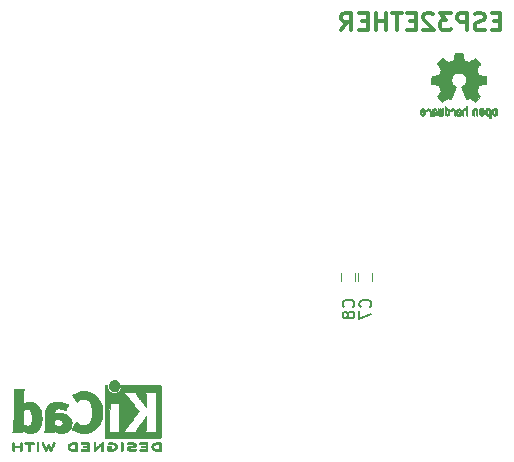
<source format=gbr>
G04 #@! TF.FileFunction,Legend,Bot*
%FSLAX46Y46*%
G04 Gerber Fmt 4.6, Leading zero omitted, Abs format (unit mm)*
G04 Created by KiCad (PCBNEW 4.0.6) date Sat Oct 21 15:15:02 2017*
%MOMM*%
%LPD*%
G01*
G04 APERTURE LIST*
%ADD10C,0.100000*%
%ADD11C,0.300000*%
%ADD12C,0.120000*%
%ADD13C,0.010000*%
%ADD14C,0.150000*%
G04 APERTURE END LIST*
D10*
D11*
X160769571Y-75308857D02*
X160269571Y-75308857D01*
X160055285Y-76094571D02*
X160769571Y-76094571D01*
X160769571Y-74594571D01*
X160055285Y-74594571D01*
X159483857Y-76023143D02*
X159269571Y-76094571D01*
X158912428Y-76094571D01*
X158769571Y-76023143D01*
X158698142Y-75951714D01*
X158626714Y-75808857D01*
X158626714Y-75666000D01*
X158698142Y-75523143D01*
X158769571Y-75451714D01*
X158912428Y-75380286D01*
X159198142Y-75308857D01*
X159341000Y-75237429D01*
X159412428Y-75166000D01*
X159483857Y-75023143D01*
X159483857Y-74880286D01*
X159412428Y-74737429D01*
X159341000Y-74666000D01*
X159198142Y-74594571D01*
X158841000Y-74594571D01*
X158626714Y-74666000D01*
X157983857Y-76094571D02*
X157983857Y-74594571D01*
X157412429Y-74594571D01*
X157269571Y-74666000D01*
X157198143Y-74737429D01*
X157126714Y-74880286D01*
X157126714Y-75094571D01*
X157198143Y-75237429D01*
X157269571Y-75308857D01*
X157412429Y-75380286D01*
X157983857Y-75380286D01*
X156626714Y-74594571D02*
X155698143Y-74594571D01*
X156198143Y-75166000D01*
X155983857Y-75166000D01*
X155841000Y-75237429D01*
X155769571Y-75308857D01*
X155698143Y-75451714D01*
X155698143Y-75808857D01*
X155769571Y-75951714D01*
X155841000Y-76023143D01*
X155983857Y-76094571D01*
X156412429Y-76094571D01*
X156555286Y-76023143D01*
X156626714Y-75951714D01*
X155126715Y-74737429D02*
X155055286Y-74666000D01*
X154912429Y-74594571D01*
X154555286Y-74594571D01*
X154412429Y-74666000D01*
X154341000Y-74737429D01*
X154269572Y-74880286D01*
X154269572Y-75023143D01*
X154341000Y-75237429D01*
X155198143Y-76094571D01*
X154269572Y-76094571D01*
X153626715Y-75308857D02*
X153126715Y-75308857D01*
X152912429Y-76094571D02*
X153626715Y-76094571D01*
X153626715Y-74594571D01*
X152912429Y-74594571D01*
X152483858Y-74594571D02*
X151626715Y-74594571D01*
X152055286Y-76094571D02*
X152055286Y-74594571D01*
X151126715Y-76094571D02*
X151126715Y-74594571D01*
X151126715Y-75308857D02*
X150269572Y-75308857D01*
X150269572Y-76094571D02*
X150269572Y-74594571D01*
X149555286Y-75308857D02*
X149055286Y-75308857D01*
X148841000Y-76094571D02*
X149555286Y-76094571D01*
X149555286Y-74594571D01*
X148841000Y-74594571D01*
X147341000Y-76094571D02*
X147841000Y-75380286D01*
X148198143Y-76094571D02*
X148198143Y-74594571D01*
X147626715Y-74594571D01*
X147483857Y-74666000D01*
X147412429Y-74737429D01*
X147341000Y-74880286D01*
X147341000Y-75094571D01*
X147412429Y-75237429D01*
X147483857Y-75308857D01*
X147626715Y-75380286D01*
X148198143Y-75380286D01*
D12*
X148730000Y-96600000D02*
X148730000Y-97300000D01*
X149930000Y-97300000D02*
X149930000Y-96600000D01*
X147310000Y-96600000D02*
X147310000Y-97300000D01*
X148510000Y-97300000D02*
X148510000Y-96600000D01*
D13*
G36*
X131891371Y-110959066D02*
X131851889Y-110959467D01*
X131736200Y-110962259D01*
X131639311Y-110970550D01*
X131557919Y-110985232D01*
X131488723Y-111007193D01*
X131428420Y-111037322D01*
X131373708Y-111076510D01*
X131354167Y-111093532D01*
X131321750Y-111133363D01*
X131292520Y-111187413D01*
X131269991Y-111247323D01*
X131257679Y-111304739D01*
X131256400Y-111325956D01*
X131264417Y-111384769D01*
X131285899Y-111449013D01*
X131316999Y-111509821D01*
X131353866Y-111558330D01*
X131359854Y-111564182D01*
X131410579Y-111605321D01*
X131466125Y-111637435D01*
X131529696Y-111661365D01*
X131604494Y-111677953D01*
X131693722Y-111688041D01*
X131800582Y-111692469D01*
X131849528Y-111692845D01*
X131911762Y-111692545D01*
X131955528Y-111691292D01*
X131984931Y-111688554D01*
X132004079Y-111683801D01*
X132017077Y-111676501D01*
X132024045Y-111670267D01*
X132030626Y-111662694D01*
X132035788Y-111652924D01*
X132039703Y-111638340D01*
X132042543Y-111616326D01*
X132044480Y-111584264D01*
X132045684Y-111539536D01*
X132046328Y-111479526D01*
X132046583Y-111401617D01*
X132046622Y-111325956D01*
X132046870Y-111225041D01*
X132046817Y-111144427D01*
X132045857Y-111105822D01*
X131899867Y-111105822D01*
X131899867Y-111546089D01*
X131806734Y-111546004D01*
X131750693Y-111544396D01*
X131691999Y-111540256D01*
X131643028Y-111534464D01*
X131641538Y-111534226D01*
X131562392Y-111515090D01*
X131501002Y-111485287D01*
X131454305Y-111442878D01*
X131424635Y-111396961D01*
X131406353Y-111346026D01*
X131407771Y-111298200D01*
X131428988Y-111246933D01*
X131470489Y-111193899D01*
X131527998Y-111154600D01*
X131602750Y-111128331D01*
X131652708Y-111119035D01*
X131709416Y-111112507D01*
X131769519Y-111107782D01*
X131820639Y-111105817D01*
X131823667Y-111105808D01*
X131899867Y-111105822D01*
X132045857Y-111105822D01*
X132045260Y-111081851D01*
X132040998Y-111035055D01*
X132032830Y-111001778D01*
X132019556Y-110979759D01*
X131999974Y-110966739D01*
X131972883Y-110960457D01*
X131937082Y-110958653D01*
X131891371Y-110959066D01*
X131891371Y-110959066D01*
G37*
X131891371Y-110959066D02*
X131851889Y-110959467D01*
X131736200Y-110962259D01*
X131639311Y-110970550D01*
X131557919Y-110985232D01*
X131488723Y-111007193D01*
X131428420Y-111037322D01*
X131373708Y-111076510D01*
X131354167Y-111093532D01*
X131321750Y-111133363D01*
X131292520Y-111187413D01*
X131269991Y-111247323D01*
X131257679Y-111304739D01*
X131256400Y-111325956D01*
X131264417Y-111384769D01*
X131285899Y-111449013D01*
X131316999Y-111509821D01*
X131353866Y-111558330D01*
X131359854Y-111564182D01*
X131410579Y-111605321D01*
X131466125Y-111637435D01*
X131529696Y-111661365D01*
X131604494Y-111677953D01*
X131693722Y-111688041D01*
X131800582Y-111692469D01*
X131849528Y-111692845D01*
X131911762Y-111692545D01*
X131955528Y-111691292D01*
X131984931Y-111688554D01*
X132004079Y-111683801D01*
X132017077Y-111676501D01*
X132024045Y-111670267D01*
X132030626Y-111662694D01*
X132035788Y-111652924D01*
X132039703Y-111638340D01*
X132042543Y-111616326D01*
X132044480Y-111584264D01*
X132045684Y-111539536D01*
X132046328Y-111479526D01*
X132046583Y-111401617D01*
X132046622Y-111325956D01*
X132046870Y-111225041D01*
X132046817Y-111144427D01*
X132045857Y-111105822D01*
X131899867Y-111105822D01*
X131899867Y-111546089D01*
X131806734Y-111546004D01*
X131750693Y-111544396D01*
X131691999Y-111540256D01*
X131643028Y-111534464D01*
X131641538Y-111534226D01*
X131562392Y-111515090D01*
X131501002Y-111485287D01*
X131454305Y-111442878D01*
X131424635Y-111396961D01*
X131406353Y-111346026D01*
X131407771Y-111298200D01*
X131428988Y-111246933D01*
X131470489Y-111193899D01*
X131527998Y-111154600D01*
X131602750Y-111128331D01*
X131652708Y-111119035D01*
X131709416Y-111112507D01*
X131769519Y-111107782D01*
X131820639Y-111105817D01*
X131823667Y-111105808D01*
X131899867Y-111105822D01*
X132045857Y-111105822D01*
X132045260Y-111081851D01*
X132040998Y-111035055D01*
X132032830Y-111001778D01*
X132019556Y-110979759D01*
X131999974Y-110966739D01*
X131972883Y-110960457D01*
X131937082Y-110958653D01*
X131891371Y-110959066D01*
G36*
X130482794Y-110959146D02*
X130413386Y-110959518D01*
X130360997Y-110960385D01*
X130322847Y-110961946D01*
X130296159Y-110964403D01*
X130278153Y-110967957D01*
X130266049Y-110972810D01*
X130257069Y-110979161D01*
X130253818Y-110982084D01*
X130234043Y-111013142D01*
X130230482Y-111048828D01*
X130243491Y-111080510D01*
X130249506Y-111086913D01*
X130259235Y-111093121D01*
X130274901Y-111097910D01*
X130299408Y-111101514D01*
X130335661Y-111104164D01*
X130386565Y-111106095D01*
X130455026Y-111107539D01*
X130517617Y-111108418D01*
X130765334Y-111111467D01*
X130768719Y-111176378D01*
X130772105Y-111241289D01*
X130603958Y-111241289D01*
X130530959Y-111241919D01*
X130477517Y-111244553D01*
X130440628Y-111250309D01*
X130417288Y-111260304D01*
X130404494Y-111275656D01*
X130399242Y-111297482D01*
X130398445Y-111317738D01*
X130400923Y-111342592D01*
X130410277Y-111360906D01*
X130429383Y-111373637D01*
X130461118Y-111381741D01*
X130508359Y-111386176D01*
X130573983Y-111387899D01*
X130609801Y-111388045D01*
X130770978Y-111388045D01*
X130770978Y-111546089D01*
X130522622Y-111546089D01*
X130441213Y-111546202D01*
X130379342Y-111546712D01*
X130333968Y-111547870D01*
X130302054Y-111549930D01*
X130280559Y-111553146D01*
X130266443Y-111557772D01*
X130256668Y-111564059D01*
X130251689Y-111568667D01*
X130234610Y-111595560D01*
X130229111Y-111619467D01*
X130236963Y-111648667D01*
X130251689Y-111670267D01*
X130259546Y-111677066D01*
X130269688Y-111682346D01*
X130284844Y-111686298D01*
X130307741Y-111689113D01*
X130341109Y-111690982D01*
X130387675Y-111692098D01*
X130450167Y-111692651D01*
X130531314Y-111692833D01*
X130573422Y-111692845D01*
X130663598Y-111692765D01*
X130733924Y-111692398D01*
X130787129Y-111691552D01*
X130825940Y-111690036D01*
X130853087Y-111687659D01*
X130871298Y-111684229D01*
X130883300Y-111679554D01*
X130891822Y-111673444D01*
X130895156Y-111670267D01*
X130901755Y-111662670D01*
X130906927Y-111652870D01*
X130910846Y-111638239D01*
X130913684Y-111616152D01*
X130915615Y-111583982D01*
X130916812Y-111539103D01*
X130917448Y-111478889D01*
X130917697Y-111400713D01*
X130917734Y-111327923D01*
X130917700Y-111234707D01*
X130917465Y-111161431D01*
X130916830Y-111105458D01*
X130915594Y-111064151D01*
X130913556Y-111034872D01*
X130910517Y-111014984D01*
X130906277Y-111001850D01*
X130900635Y-110992832D01*
X130893391Y-110985293D01*
X130891606Y-110983612D01*
X130882945Y-110976172D01*
X130872882Y-110970409D01*
X130858625Y-110966112D01*
X130837383Y-110963064D01*
X130806364Y-110961051D01*
X130762777Y-110959860D01*
X130703831Y-110959275D01*
X130626734Y-110959083D01*
X130572001Y-110959067D01*
X130482794Y-110959146D01*
X130482794Y-110959146D01*
G37*
X130482794Y-110959146D02*
X130413386Y-110959518D01*
X130360997Y-110960385D01*
X130322847Y-110961946D01*
X130296159Y-110964403D01*
X130278153Y-110967957D01*
X130266049Y-110972810D01*
X130257069Y-110979161D01*
X130253818Y-110982084D01*
X130234043Y-111013142D01*
X130230482Y-111048828D01*
X130243491Y-111080510D01*
X130249506Y-111086913D01*
X130259235Y-111093121D01*
X130274901Y-111097910D01*
X130299408Y-111101514D01*
X130335661Y-111104164D01*
X130386565Y-111106095D01*
X130455026Y-111107539D01*
X130517617Y-111108418D01*
X130765334Y-111111467D01*
X130768719Y-111176378D01*
X130772105Y-111241289D01*
X130603958Y-111241289D01*
X130530959Y-111241919D01*
X130477517Y-111244553D01*
X130440628Y-111250309D01*
X130417288Y-111260304D01*
X130404494Y-111275656D01*
X130399242Y-111297482D01*
X130398445Y-111317738D01*
X130400923Y-111342592D01*
X130410277Y-111360906D01*
X130429383Y-111373637D01*
X130461118Y-111381741D01*
X130508359Y-111386176D01*
X130573983Y-111387899D01*
X130609801Y-111388045D01*
X130770978Y-111388045D01*
X130770978Y-111546089D01*
X130522622Y-111546089D01*
X130441213Y-111546202D01*
X130379342Y-111546712D01*
X130333968Y-111547870D01*
X130302054Y-111549930D01*
X130280559Y-111553146D01*
X130266443Y-111557772D01*
X130256668Y-111564059D01*
X130251689Y-111568667D01*
X130234610Y-111595560D01*
X130229111Y-111619467D01*
X130236963Y-111648667D01*
X130251689Y-111670267D01*
X130259546Y-111677066D01*
X130269688Y-111682346D01*
X130284844Y-111686298D01*
X130307741Y-111689113D01*
X130341109Y-111690982D01*
X130387675Y-111692098D01*
X130450167Y-111692651D01*
X130531314Y-111692833D01*
X130573422Y-111692845D01*
X130663598Y-111692765D01*
X130733924Y-111692398D01*
X130787129Y-111691552D01*
X130825940Y-111690036D01*
X130853087Y-111687659D01*
X130871298Y-111684229D01*
X130883300Y-111679554D01*
X130891822Y-111673444D01*
X130895156Y-111670267D01*
X130901755Y-111662670D01*
X130906927Y-111652870D01*
X130910846Y-111638239D01*
X130913684Y-111616152D01*
X130915615Y-111583982D01*
X130916812Y-111539103D01*
X130917448Y-111478889D01*
X130917697Y-111400713D01*
X130917734Y-111327923D01*
X130917700Y-111234707D01*
X130917465Y-111161431D01*
X130916830Y-111105458D01*
X130915594Y-111064151D01*
X130913556Y-111034872D01*
X130910517Y-111014984D01*
X130906277Y-111001850D01*
X130900635Y-110992832D01*
X130893391Y-110985293D01*
X130891606Y-110983612D01*
X130882945Y-110976172D01*
X130872882Y-110970409D01*
X130858625Y-110966112D01*
X130837383Y-110963064D01*
X130806364Y-110961051D01*
X130762777Y-110959860D01*
X130703831Y-110959275D01*
X130626734Y-110959083D01*
X130572001Y-110959067D01*
X130482794Y-110959146D01*
G36*
X129461703Y-110960351D02*
X129386888Y-110965581D01*
X129317306Y-110973750D01*
X129257002Y-110984550D01*
X129210020Y-110997673D01*
X129180406Y-111012813D01*
X129175860Y-111017269D01*
X129160054Y-111051850D01*
X129164847Y-111087351D01*
X129189364Y-111117725D01*
X129190534Y-111118596D01*
X129204954Y-111127954D01*
X129220008Y-111132876D01*
X129241005Y-111133473D01*
X129273257Y-111129861D01*
X129322073Y-111122154D01*
X129326000Y-111121505D01*
X129398739Y-111112569D01*
X129477217Y-111108161D01*
X129555927Y-111108119D01*
X129629361Y-111112279D01*
X129692011Y-111120479D01*
X129738370Y-111132557D01*
X129741416Y-111133771D01*
X129775048Y-111152615D01*
X129786864Y-111171685D01*
X129777614Y-111190439D01*
X129748047Y-111208337D01*
X129698911Y-111224837D01*
X129630957Y-111239396D01*
X129585645Y-111246406D01*
X129491456Y-111259889D01*
X129416544Y-111272214D01*
X129357717Y-111284449D01*
X129311785Y-111297661D01*
X129275555Y-111312917D01*
X129245838Y-111331285D01*
X129219442Y-111353831D01*
X129198230Y-111375971D01*
X129173065Y-111406819D01*
X129160681Y-111433345D01*
X129156808Y-111466026D01*
X129156667Y-111477995D01*
X129159576Y-111517712D01*
X129171202Y-111547259D01*
X129191323Y-111573486D01*
X129232216Y-111613576D01*
X129277817Y-111644149D01*
X129331513Y-111666203D01*
X129396692Y-111680735D01*
X129476744Y-111688741D01*
X129575057Y-111691218D01*
X129591289Y-111691177D01*
X129656849Y-111689818D01*
X129721866Y-111686730D01*
X129779252Y-111682356D01*
X129821922Y-111677140D01*
X129825372Y-111676541D01*
X129867796Y-111666491D01*
X129903780Y-111653796D01*
X129924150Y-111642190D01*
X129943107Y-111611572D01*
X129944427Y-111575918D01*
X129928085Y-111544144D01*
X129924429Y-111540551D01*
X129909315Y-111529876D01*
X129890415Y-111525276D01*
X129861162Y-111526059D01*
X129825651Y-111530127D01*
X129785970Y-111533762D01*
X129730345Y-111536828D01*
X129665406Y-111539053D01*
X129597785Y-111540164D01*
X129580000Y-111540237D01*
X129512128Y-111539964D01*
X129462454Y-111538646D01*
X129426610Y-111535827D01*
X129400224Y-111531050D01*
X129378926Y-111523857D01*
X129366126Y-111517867D01*
X129338000Y-111501233D01*
X129320068Y-111486168D01*
X129317447Y-111481897D01*
X129322976Y-111464263D01*
X129349260Y-111447192D01*
X129394478Y-111431458D01*
X129456808Y-111417838D01*
X129475171Y-111414804D01*
X129571090Y-111399738D01*
X129647641Y-111387146D01*
X129707780Y-111376111D01*
X129754460Y-111365720D01*
X129790637Y-111355056D01*
X129819265Y-111343205D01*
X129843298Y-111329251D01*
X129865692Y-111312281D01*
X129889402Y-111291378D01*
X129897380Y-111284049D01*
X129925353Y-111256699D01*
X129940160Y-111235029D01*
X129945952Y-111210232D01*
X129946889Y-111178983D01*
X129936575Y-111117705D01*
X129905752Y-111065640D01*
X129854595Y-111022958D01*
X129783283Y-110989825D01*
X129732400Y-110974964D01*
X129677100Y-110965366D01*
X129610853Y-110959936D01*
X129537706Y-110958367D01*
X129461703Y-110960351D01*
X129461703Y-110960351D01*
G37*
X129461703Y-110960351D02*
X129386888Y-110965581D01*
X129317306Y-110973750D01*
X129257002Y-110984550D01*
X129210020Y-110997673D01*
X129180406Y-111012813D01*
X129175860Y-111017269D01*
X129160054Y-111051850D01*
X129164847Y-111087351D01*
X129189364Y-111117725D01*
X129190534Y-111118596D01*
X129204954Y-111127954D01*
X129220008Y-111132876D01*
X129241005Y-111133473D01*
X129273257Y-111129861D01*
X129322073Y-111122154D01*
X129326000Y-111121505D01*
X129398739Y-111112569D01*
X129477217Y-111108161D01*
X129555927Y-111108119D01*
X129629361Y-111112279D01*
X129692011Y-111120479D01*
X129738370Y-111132557D01*
X129741416Y-111133771D01*
X129775048Y-111152615D01*
X129786864Y-111171685D01*
X129777614Y-111190439D01*
X129748047Y-111208337D01*
X129698911Y-111224837D01*
X129630957Y-111239396D01*
X129585645Y-111246406D01*
X129491456Y-111259889D01*
X129416544Y-111272214D01*
X129357717Y-111284449D01*
X129311785Y-111297661D01*
X129275555Y-111312917D01*
X129245838Y-111331285D01*
X129219442Y-111353831D01*
X129198230Y-111375971D01*
X129173065Y-111406819D01*
X129160681Y-111433345D01*
X129156808Y-111466026D01*
X129156667Y-111477995D01*
X129159576Y-111517712D01*
X129171202Y-111547259D01*
X129191323Y-111573486D01*
X129232216Y-111613576D01*
X129277817Y-111644149D01*
X129331513Y-111666203D01*
X129396692Y-111680735D01*
X129476744Y-111688741D01*
X129575057Y-111691218D01*
X129591289Y-111691177D01*
X129656849Y-111689818D01*
X129721866Y-111686730D01*
X129779252Y-111682356D01*
X129821922Y-111677140D01*
X129825372Y-111676541D01*
X129867796Y-111666491D01*
X129903780Y-111653796D01*
X129924150Y-111642190D01*
X129943107Y-111611572D01*
X129944427Y-111575918D01*
X129928085Y-111544144D01*
X129924429Y-111540551D01*
X129909315Y-111529876D01*
X129890415Y-111525276D01*
X129861162Y-111526059D01*
X129825651Y-111530127D01*
X129785970Y-111533762D01*
X129730345Y-111536828D01*
X129665406Y-111539053D01*
X129597785Y-111540164D01*
X129580000Y-111540237D01*
X129512128Y-111539964D01*
X129462454Y-111538646D01*
X129426610Y-111535827D01*
X129400224Y-111531050D01*
X129378926Y-111523857D01*
X129366126Y-111517867D01*
X129338000Y-111501233D01*
X129320068Y-111486168D01*
X129317447Y-111481897D01*
X129322976Y-111464263D01*
X129349260Y-111447192D01*
X129394478Y-111431458D01*
X129456808Y-111417838D01*
X129475171Y-111414804D01*
X129571090Y-111399738D01*
X129647641Y-111387146D01*
X129707780Y-111376111D01*
X129754460Y-111365720D01*
X129790637Y-111355056D01*
X129819265Y-111343205D01*
X129843298Y-111329251D01*
X129865692Y-111312281D01*
X129889402Y-111291378D01*
X129897380Y-111284049D01*
X129925353Y-111256699D01*
X129940160Y-111235029D01*
X129945952Y-111210232D01*
X129946889Y-111178983D01*
X129936575Y-111117705D01*
X129905752Y-111065640D01*
X129854595Y-111022958D01*
X129783283Y-110989825D01*
X129732400Y-110974964D01*
X129677100Y-110965366D01*
X129610853Y-110959936D01*
X129537706Y-110958367D01*
X129461703Y-110960351D01*
G36*
X128693822Y-110981645D02*
X128687242Y-110989218D01*
X128682079Y-110998987D01*
X128678164Y-111013571D01*
X128675324Y-111035585D01*
X128673387Y-111067648D01*
X128672183Y-111112375D01*
X128671539Y-111172385D01*
X128671284Y-111250294D01*
X128671245Y-111325956D01*
X128671314Y-111419802D01*
X128671638Y-111493689D01*
X128672386Y-111550232D01*
X128673732Y-111592049D01*
X128675846Y-111621757D01*
X128678900Y-111641973D01*
X128683066Y-111655314D01*
X128688516Y-111664398D01*
X128693822Y-111670267D01*
X128726826Y-111689947D01*
X128761991Y-111688181D01*
X128793455Y-111666717D01*
X128800684Y-111658337D01*
X128806334Y-111648614D01*
X128810599Y-111634861D01*
X128813673Y-111614389D01*
X128815752Y-111584512D01*
X128817030Y-111542541D01*
X128817701Y-111485789D01*
X128817959Y-111411567D01*
X128818000Y-111327537D01*
X128818000Y-111014485D01*
X128790291Y-110986776D01*
X128756137Y-110963463D01*
X128723006Y-110962623D01*
X128693822Y-110981645D01*
X128693822Y-110981645D01*
G37*
X128693822Y-110981645D02*
X128687242Y-110989218D01*
X128682079Y-110998987D01*
X128678164Y-111013571D01*
X128675324Y-111035585D01*
X128673387Y-111067648D01*
X128672183Y-111112375D01*
X128671539Y-111172385D01*
X128671284Y-111250294D01*
X128671245Y-111325956D01*
X128671314Y-111419802D01*
X128671638Y-111493689D01*
X128672386Y-111550232D01*
X128673732Y-111592049D01*
X128675846Y-111621757D01*
X128678900Y-111641973D01*
X128683066Y-111655314D01*
X128688516Y-111664398D01*
X128693822Y-111670267D01*
X128726826Y-111689947D01*
X128761991Y-111688181D01*
X128793455Y-111666717D01*
X128800684Y-111658337D01*
X128806334Y-111648614D01*
X128810599Y-111634861D01*
X128813673Y-111614389D01*
X128815752Y-111584512D01*
X128817030Y-111542541D01*
X128817701Y-111485789D01*
X128817959Y-111411567D01*
X128818000Y-111327537D01*
X128818000Y-111014485D01*
X128790291Y-110986776D01*
X128756137Y-110963463D01*
X128723006Y-110962623D01*
X128693822Y-110981645D01*
G36*
X127720081Y-110964599D02*
X127651565Y-110976095D01*
X127598943Y-110993967D01*
X127564708Y-111017499D01*
X127555379Y-111030924D01*
X127545893Y-111062148D01*
X127552277Y-111090395D01*
X127572430Y-111117182D01*
X127603745Y-111129713D01*
X127649183Y-111128696D01*
X127684326Y-111121906D01*
X127762419Y-111108971D01*
X127842226Y-111107742D01*
X127931555Y-111118241D01*
X127956229Y-111122690D01*
X128039291Y-111146108D01*
X128104273Y-111180945D01*
X128150461Y-111226604D01*
X128177145Y-111282494D01*
X128182663Y-111311388D01*
X128179051Y-111370012D01*
X128155729Y-111421879D01*
X128114824Y-111465978D01*
X128058459Y-111501299D01*
X127988760Y-111526829D01*
X127907852Y-111541559D01*
X127817860Y-111544478D01*
X127720910Y-111534575D01*
X127715436Y-111533641D01*
X127676875Y-111526459D01*
X127655494Y-111519521D01*
X127646227Y-111509227D01*
X127644006Y-111491976D01*
X127643956Y-111482841D01*
X127643956Y-111444489D01*
X127712431Y-111444489D01*
X127772900Y-111440347D01*
X127814165Y-111427147D01*
X127838175Y-111403730D01*
X127846877Y-111368936D01*
X127846983Y-111364394D01*
X127841892Y-111334654D01*
X127824433Y-111313419D01*
X127791939Y-111299366D01*
X127741743Y-111291173D01*
X127693123Y-111288161D01*
X127622456Y-111286433D01*
X127571198Y-111289070D01*
X127536239Y-111298800D01*
X127514470Y-111318353D01*
X127502780Y-111350456D01*
X127498060Y-111397838D01*
X127497200Y-111460071D01*
X127498609Y-111529535D01*
X127502848Y-111576786D01*
X127509936Y-111602012D01*
X127511311Y-111603988D01*
X127550228Y-111635508D01*
X127607286Y-111660470D01*
X127678869Y-111678340D01*
X127761358Y-111688586D01*
X127851139Y-111690673D01*
X127944592Y-111684068D01*
X127999556Y-111675956D01*
X128085766Y-111651554D01*
X128165892Y-111611662D01*
X128232977Y-111559887D01*
X128243173Y-111549539D01*
X128276302Y-111506035D01*
X128306194Y-111452118D01*
X128329357Y-111395592D01*
X128342298Y-111344259D01*
X128343858Y-111324544D01*
X128337218Y-111283419D01*
X128319568Y-111232252D01*
X128294297Y-111178394D01*
X128264789Y-111129195D01*
X128238719Y-111096334D01*
X128177765Y-111047452D01*
X128098969Y-111008545D01*
X128005157Y-110980494D01*
X127899150Y-110964179D01*
X127802000Y-110960192D01*
X127720081Y-110964599D01*
X127720081Y-110964599D01*
G37*
X127720081Y-110964599D02*
X127651565Y-110976095D01*
X127598943Y-110993967D01*
X127564708Y-111017499D01*
X127555379Y-111030924D01*
X127545893Y-111062148D01*
X127552277Y-111090395D01*
X127572430Y-111117182D01*
X127603745Y-111129713D01*
X127649183Y-111128696D01*
X127684326Y-111121906D01*
X127762419Y-111108971D01*
X127842226Y-111107742D01*
X127931555Y-111118241D01*
X127956229Y-111122690D01*
X128039291Y-111146108D01*
X128104273Y-111180945D01*
X128150461Y-111226604D01*
X128177145Y-111282494D01*
X128182663Y-111311388D01*
X128179051Y-111370012D01*
X128155729Y-111421879D01*
X128114824Y-111465978D01*
X128058459Y-111501299D01*
X127988760Y-111526829D01*
X127907852Y-111541559D01*
X127817860Y-111544478D01*
X127720910Y-111534575D01*
X127715436Y-111533641D01*
X127676875Y-111526459D01*
X127655494Y-111519521D01*
X127646227Y-111509227D01*
X127644006Y-111491976D01*
X127643956Y-111482841D01*
X127643956Y-111444489D01*
X127712431Y-111444489D01*
X127772900Y-111440347D01*
X127814165Y-111427147D01*
X127838175Y-111403730D01*
X127846877Y-111368936D01*
X127846983Y-111364394D01*
X127841892Y-111334654D01*
X127824433Y-111313419D01*
X127791939Y-111299366D01*
X127741743Y-111291173D01*
X127693123Y-111288161D01*
X127622456Y-111286433D01*
X127571198Y-111289070D01*
X127536239Y-111298800D01*
X127514470Y-111318353D01*
X127502780Y-111350456D01*
X127498060Y-111397838D01*
X127497200Y-111460071D01*
X127498609Y-111529535D01*
X127502848Y-111576786D01*
X127509936Y-111602012D01*
X127511311Y-111603988D01*
X127550228Y-111635508D01*
X127607286Y-111660470D01*
X127678869Y-111678340D01*
X127761358Y-111688586D01*
X127851139Y-111690673D01*
X127944592Y-111684068D01*
X127999556Y-111675956D01*
X128085766Y-111651554D01*
X128165892Y-111611662D01*
X128232977Y-111559887D01*
X128243173Y-111549539D01*
X128276302Y-111506035D01*
X128306194Y-111452118D01*
X128329357Y-111395592D01*
X128342298Y-111344259D01*
X128343858Y-111324544D01*
X128337218Y-111283419D01*
X128319568Y-111232252D01*
X128294297Y-111178394D01*
X128264789Y-111129195D01*
X128238719Y-111096334D01*
X128177765Y-111047452D01*
X128098969Y-111008545D01*
X128005157Y-110980494D01*
X127899150Y-110964179D01*
X127802000Y-110960192D01*
X127720081Y-110964599D01*
G36*
X127070114Y-110963448D02*
X127046548Y-110977273D01*
X127015735Y-110999881D01*
X126976078Y-111032338D01*
X126925980Y-111075708D01*
X126863843Y-111131058D01*
X126788072Y-111199451D01*
X126701334Y-111278084D01*
X126520711Y-111441878D01*
X126515067Y-111222029D01*
X126513029Y-111146351D01*
X126511063Y-111089994D01*
X126508734Y-111049706D01*
X126505606Y-111022235D01*
X126501245Y-111004329D01*
X126495216Y-110992737D01*
X126487084Y-110984208D01*
X126482772Y-110980623D01*
X126448241Y-110961670D01*
X126415383Y-110964441D01*
X126389318Y-110980633D01*
X126362667Y-111002199D01*
X126359352Y-111317151D01*
X126358435Y-111409779D01*
X126357968Y-111482544D01*
X126358113Y-111538161D01*
X126359032Y-111579342D01*
X126360887Y-111608803D01*
X126363839Y-111629255D01*
X126368050Y-111643413D01*
X126373682Y-111653991D01*
X126379927Y-111662474D01*
X126393439Y-111678207D01*
X126406883Y-111688636D01*
X126422124Y-111692639D01*
X126441026Y-111689094D01*
X126465455Y-111676879D01*
X126497273Y-111654871D01*
X126538348Y-111621949D01*
X126590542Y-111576991D01*
X126655722Y-111518875D01*
X126729556Y-111452099D01*
X126994845Y-111211458D01*
X127000489Y-111430589D01*
X127002531Y-111506128D01*
X127004502Y-111562354D01*
X127006839Y-111602524D01*
X127009981Y-111629896D01*
X127014364Y-111647728D01*
X127020424Y-111659279D01*
X127028600Y-111667807D01*
X127032784Y-111671282D01*
X127069765Y-111690372D01*
X127104708Y-111687493D01*
X127135136Y-111663100D01*
X127142097Y-111653286D01*
X127147523Y-111641826D01*
X127151603Y-111625968D01*
X127154529Y-111602963D01*
X127156492Y-111570062D01*
X127157683Y-111524516D01*
X127158292Y-111463573D01*
X127158511Y-111384486D01*
X127158534Y-111325956D01*
X127158460Y-111234407D01*
X127158113Y-111162687D01*
X127157301Y-111108045D01*
X127155833Y-111067732D01*
X127153519Y-111038998D01*
X127150167Y-111019093D01*
X127145588Y-111005268D01*
X127139589Y-110994772D01*
X127135136Y-110988811D01*
X127123850Y-110974691D01*
X127113301Y-110964029D01*
X127101893Y-110957892D01*
X127088030Y-110957343D01*
X127070114Y-110963448D01*
X127070114Y-110963448D01*
G37*
X127070114Y-110963448D02*
X127046548Y-110977273D01*
X127015735Y-110999881D01*
X126976078Y-111032338D01*
X126925980Y-111075708D01*
X126863843Y-111131058D01*
X126788072Y-111199451D01*
X126701334Y-111278084D01*
X126520711Y-111441878D01*
X126515067Y-111222029D01*
X126513029Y-111146351D01*
X126511063Y-111089994D01*
X126508734Y-111049706D01*
X126505606Y-111022235D01*
X126501245Y-111004329D01*
X126495216Y-110992737D01*
X126487084Y-110984208D01*
X126482772Y-110980623D01*
X126448241Y-110961670D01*
X126415383Y-110964441D01*
X126389318Y-110980633D01*
X126362667Y-111002199D01*
X126359352Y-111317151D01*
X126358435Y-111409779D01*
X126357968Y-111482544D01*
X126358113Y-111538161D01*
X126359032Y-111579342D01*
X126360887Y-111608803D01*
X126363839Y-111629255D01*
X126368050Y-111643413D01*
X126373682Y-111653991D01*
X126379927Y-111662474D01*
X126393439Y-111678207D01*
X126406883Y-111688636D01*
X126422124Y-111692639D01*
X126441026Y-111689094D01*
X126465455Y-111676879D01*
X126497273Y-111654871D01*
X126538348Y-111621949D01*
X126590542Y-111576991D01*
X126655722Y-111518875D01*
X126729556Y-111452099D01*
X126994845Y-111211458D01*
X127000489Y-111430589D01*
X127002531Y-111506128D01*
X127004502Y-111562354D01*
X127006839Y-111602524D01*
X127009981Y-111629896D01*
X127014364Y-111647728D01*
X127020424Y-111659279D01*
X127028600Y-111667807D01*
X127032784Y-111671282D01*
X127069765Y-111690372D01*
X127104708Y-111687493D01*
X127135136Y-111663100D01*
X127142097Y-111653286D01*
X127147523Y-111641826D01*
X127151603Y-111625968D01*
X127154529Y-111602963D01*
X127156492Y-111570062D01*
X127157683Y-111524516D01*
X127158292Y-111463573D01*
X127158511Y-111384486D01*
X127158534Y-111325956D01*
X127158460Y-111234407D01*
X127158113Y-111162687D01*
X127157301Y-111108045D01*
X127155833Y-111067732D01*
X127153519Y-111038998D01*
X127150167Y-111019093D01*
X127145588Y-111005268D01*
X127139589Y-110994772D01*
X127135136Y-110988811D01*
X127123850Y-110974691D01*
X127113301Y-110964029D01*
X127101893Y-110957892D01*
X127088030Y-110957343D01*
X127070114Y-110963448D01*
G36*
X125539657Y-110959260D02*
X125463299Y-110960174D01*
X125404783Y-110962311D01*
X125361745Y-110966175D01*
X125331817Y-110972267D01*
X125312632Y-110981090D01*
X125301824Y-110993146D01*
X125297027Y-111008939D01*
X125295873Y-111028970D01*
X125295867Y-111031335D01*
X125296869Y-111053992D01*
X125301604Y-111071503D01*
X125312667Y-111084574D01*
X125332652Y-111093913D01*
X125364154Y-111100227D01*
X125409768Y-111104222D01*
X125472087Y-111106606D01*
X125553707Y-111108086D01*
X125578723Y-111108414D01*
X125820800Y-111111467D01*
X125824186Y-111176378D01*
X125827571Y-111241289D01*
X125659424Y-111241289D01*
X125593734Y-111241531D01*
X125546828Y-111242556D01*
X125514917Y-111244811D01*
X125494209Y-111248742D01*
X125480916Y-111254798D01*
X125471245Y-111263424D01*
X125471183Y-111263493D01*
X125453644Y-111297112D01*
X125454278Y-111333448D01*
X125472686Y-111364423D01*
X125476329Y-111367607D01*
X125489259Y-111375812D01*
X125506976Y-111381521D01*
X125533430Y-111385162D01*
X125572568Y-111387167D01*
X125628338Y-111387964D01*
X125664006Y-111388045D01*
X125826445Y-111388045D01*
X125826445Y-111546089D01*
X125579839Y-111546089D01*
X125498420Y-111546231D01*
X125436590Y-111546814D01*
X125391363Y-111548068D01*
X125359752Y-111550227D01*
X125338769Y-111553523D01*
X125325427Y-111558189D01*
X125316739Y-111564457D01*
X125314550Y-111566733D01*
X125298386Y-111598280D01*
X125297203Y-111634168D01*
X125310464Y-111665285D01*
X125320957Y-111675271D01*
X125331871Y-111680769D01*
X125348783Y-111685022D01*
X125374367Y-111688180D01*
X125411299Y-111690392D01*
X125462254Y-111691806D01*
X125529906Y-111692572D01*
X125616931Y-111692838D01*
X125636606Y-111692845D01*
X125725089Y-111692787D01*
X125793773Y-111692467D01*
X125845436Y-111691667D01*
X125882855Y-111690167D01*
X125908810Y-111687749D01*
X125926078Y-111684194D01*
X125937438Y-111679282D01*
X125945668Y-111672795D01*
X125950183Y-111668138D01*
X125956979Y-111659889D01*
X125962288Y-111649669D01*
X125966294Y-111634800D01*
X125969179Y-111612602D01*
X125971126Y-111580393D01*
X125972319Y-111535496D01*
X125972939Y-111475228D01*
X125973171Y-111396911D01*
X125973200Y-111330994D01*
X125973129Y-111238628D01*
X125972792Y-111166117D01*
X125972002Y-111110737D01*
X125970574Y-111069765D01*
X125968321Y-111040478D01*
X125965057Y-111020153D01*
X125960596Y-111006066D01*
X125954752Y-110995495D01*
X125949803Y-110988811D01*
X125926406Y-110959067D01*
X125636226Y-110959067D01*
X125539657Y-110959260D01*
X125539657Y-110959260D01*
G37*
X125539657Y-110959260D02*
X125463299Y-110960174D01*
X125404783Y-110962311D01*
X125361745Y-110966175D01*
X125331817Y-110972267D01*
X125312632Y-110981090D01*
X125301824Y-110993146D01*
X125297027Y-111008939D01*
X125295873Y-111028970D01*
X125295867Y-111031335D01*
X125296869Y-111053992D01*
X125301604Y-111071503D01*
X125312667Y-111084574D01*
X125332652Y-111093913D01*
X125364154Y-111100227D01*
X125409768Y-111104222D01*
X125472087Y-111106606D01*
X125553707Y-111108086D01*
X125578723Y-111108414D01*
X125820800Y-111111467D01*
X125824186Y-111176378D01*
X125827571Y-111241289D01*
X125659424Y-111241289D01*
X125593734Y-111241531D01*
X125546828Y-111242556D01*
X125514917Y-111244811D01*
X125494209Y-111248742D01*
X125480916Y-111254798D01*
X125471245Y-111263424D01*
X125471183Y-111263493D01*
X125453644Y-111297112D01*
X125454278Y-111333448D01*
X125472686Y-111364423D01*
X125476329Y-111367607D01*
X125489259Y-111375812D01*
X125506976Y-111381521D01*
X125533430Y-111385162D01*
X125572568Y-111387167D01*
X125628338Y-111387964D01*
X125664006Y-111388045D01*
X125826445Y-111388045D01*
X125826445Y-111546089D01*
X125579839Y-111546089D01*
X125498420Y-111546231D01*
X125436590Y-111546814D01*
X125391363Y-111548068D01*
X125359752Y-111550227D01*
X125338769Y-111553523D01*
X125325427Y-111558189D01*
X125316739Y-111564457D01*
X125314550Y-111566733D01*
X125298386Y-111598280D01*
X125297203Y-111634168D01*
X125310464Y-111665285D01*
X125320957Y-111675271D01*
X125331871Y-111680769D01*
X125348783Y-111685022D01*
X125374367Y-111688180D01*
X125411299Y-111690392D01*
X125462254Y-111691806D01*
X125529906Y-111692572D01*
X125616931Y-111692838D01*
X125636606Y-111692845D01*
X125725089Y-111692787D01*
X125793773Y-111692467D01*
X125845436Y-111691667D01*
X125882855Y-111690167D01*
X125908810Y-111687749D01*
X125926078Y-111684194D01*
X125937438Y-111679282D01*
X125945668Y-111672795D01*
X125950183Y-111668138D01*
X125956979Y-111659889D01*
X125962288Y-111649669D01*
X125966294Y-111634800D01*
X125969179Y-111612602D01*
X125971126Y-111580393D01*
X125972319Y-111535496D01*
X125972939Y-111475228D01*
X125973171Y-111396911D01*
X125973200Y-111330994D01*
X125973129Y-111238628D01*
X125972792Y-111166117D01*
X125972002Y-111110737D01*
X125970574Y-111069765D01*
X125968321Y-111040478D01*
X125965057Y-111020153D01*
X125960596Y-111006066D01*
X125954752Y-110995495D01*
X125949803Y-110988811D01*
X125926406Y-110959067D01*
X125636226Y-110959067D01*
X125539657Y-110959260D01*
G36*
X124751691Y-110959275D02*
X124622712Y-110963636D01*
X124513009Y-110976861D01*
X124420774Y-110999741D01*
X124344198Y-111033070D01*
X124281473Y-111077638D01*
X124230788Y-111134236D01*
X124190337Y-111203658D01*
X124189541Y-111205351D01*
X124165399Y-111267483D01*
X124156797Y-111322509D01*
X124163769Y-111377887D01*
X124186346Y-111441073D01*
X124190628Y-111450689D01*
X124219828Y-111506966D01*
X124252644Y-111550451D01*
X124294998Y-111587417D01*
X124352810Y-111624135D01*
X124356169Y-111626052D01*
X124406496Y-111650227D01*
X124463379Y-111668282D01*
X124530473Y-111680839D01*
X124611435Y-111688522D01*
X124709918Y-111691953D01*
X124744714Y-111692251D01*
X124910406Y-111692845D01*
X124933803Y-111663100D01*
X124940743Y-111653319D01*
X124946158Y-111641897D01*
X124950235Y-111626095D01*
X124953163Y-111603175D01*
X124955133Y-111570396D01*
X124955775Y-111546089D01*
X124799156Y-111546089D01*
X124705274Y-111546089D01*
X124650336Y-111544483D01*
X124593940Y-111540255D01*
X124547655Y-111534292D01*
X124544861Y-111533790D01*
X124462652Y-111511736D01*
X124398886Y-111478600D01*
X124351548Y-111432847D01*
X124318618Y-111372939D01*
X124312892Y-111357061D01*
X124307279Y-111332333D01*
X124309709Y-111307902D01*
X124321533Y-111275400D01*
X124328660Y-111259434D01*
X124352000Y-111217006D01*
X124380120Y-111187240D01*
X124411060Y-111166511D01*
X124473034Y-111139537D01*
X124552349Y-111119998D01*
X124644747Y-111108746D01*
X124711667Y-111106270D01*
X124799156Y-111105822D01*
X124799156Y-111546089D01*
X124955775Y-111546089D01*
X124956332Y-111525021D01*
X124956950Y-111464311D01*
X124957175Y-111385526D01*
X124957200Y-111323920D01*
X124957200Y-111014485D01*
X124929491Y-110986776D01*
X124917194Y-110975544D01*
X124903897Y-110967853D01*
X124885328Y-110963040D01*
X124857214Y-110960446D01*
X124815283Y-110959410D01*
X124755263Y-110959270D01*
X124751691Y-110959275D01*
X124751691Y-110959275D01*
G37*
X124751691Y-110959275D02*
X124622712Y-110963636D01*
X124513009Y-110976861D01*
X124420774Y-110999741D01*
X124344198Y-111033070D01*
X124281473Y-111077638D01*
X124230788Y-111134236D01*
X124190337Y-111203658D01*
X124189541Y-111205351D01*
X124165399Y-111267483D01*
X124156797Y-111322509D01*
X124163769Y-111377887D01*
X124186346Y-111441073D01*
X124190628Y-111450689D01*
X124219828Y-111506966D01*
X124252644Y-111550451D01*
X124294998Y-111587417D01*
X124352810Y-111624135D01*
X124356169Y-111626052D01*
X124406496Y-111650227D01*
X124463379Y-111668282D01*
X124530473Y-111680839D01*
X124611435Y-111688522D01*
X124709918Y-111691953D01*
X124744714Y-111692251D01*
X124910406Y-111692845D01*
X124933803Y-111663100D01*
X124940743Y-111653319D01*
X124946158Y-111641897D01*
X124950235Y-111626095D01*
X124953163Y-111603175D01*
X124955133Y-111570396D01*
X124955775Y-111546089D01*
X124799156Y-111546089D01*
X124705274Y-111546089D01*
X124650336Y-111544483D01*
X124593940Y-111540255D01*
X124547655Y-111534292D01*
X124544861Y-111533790D01*
X124462652Y-111511736D01*
X124398886Y-111478600D01*
X124351548Y-111432847D01*
X124318618Y-111372939D01*
X124312892Y-111357061D01*
X124307279Y-111332333D01*
X124309709Y-111307902D01*
X124321533Y-111275400D01*
X124328660Y-111259434D01*
X124352000Y-111217006D01*
X124380120Y-111187240D01*
X124411060Y-111166511D01*
X124473034Y-111139537D01*
X124552349Y-111119998D01*
X124644747Y-111108746D01*
X124711667Y-111106270D01*
X124799156Y-111105822D01*
X124799156Y-111546089D01*
X124955775Y-111546089D01*
X124956332Y-111525021D01*
X124956950Y-111464311D01*
X124957175Y-111385526D01*
X124957200Y-111323920D01*
X124957200Y-111014485D01*
X124929491Y-110986776D01*
X124917194Y-110975544D01*
X124903897Y-110967853D01*
X124885328Y-110963040D01*
X124857214Y-110960446D01*
X124815283Y-110959410D01*
X124755263Y-110959270D01*
X124751691Y-110959275D01*
G36*
X122025335Y-110961034D02*
X122005745Y-110968035D01*
X122004990Y-110968377D01*
X121978387Y-110988678D01*
X121963730Y-111009561D01*
X121960862Y-111019352D01*
X121961004Y-111032361D01*
X121965039Y-111050895D01*
X121973854Y-111077257D01*
X121988331Y-111113752D01*
X122009355Y-111162687D01*
X122037812Y-111226365D01*
X122074585Y-111307093D01*
X122094825Y-111351216D01*
X122131375Y-111429985D01*
X122165685Y-111502423D01*
X122196448Y-111565880D01*
X122222352Y-111617708D01*
X122242090Y-111655259D01*
X122254350Y-111675884D01*
X122256776Y-111678733D01*
X122287817Y-111691302D01*
X122322879Y-111689619D01*
X122351000Y-111674332D01*
X122352146Y-111673089D01*
X122363332Y-111656154D01*
X122382096Y-111623170D01*
X122406125Y-111578380D01*
X122433103Y-111526032D01*
X122442799Y-111506742D01*
X122515986Y-111360150D01*
X122595760Y-111519393D01*
X122624233Y-111574415D01*
X122650650Y-111622132D01*
X122672852Y-111658893D01*
X122688681Y-111681044D01*
X122694046Y-111685741D01*
X122735743Y-111692102D01*
X122770151Y-111678733D01*
X122780272Y-111664446D01*
X122797786Y-111632692D01*
X122821265Y-111586597D01*
X122849280Y-111529285D01*
X122880401Y-111463880D01*
X122913201Y-111393507D01*
X122946250Y-111321291D01*
X122978119Y-111250355D01*
X123007381Y-111183825D01*
X123032605Y-111124826D01*
X123052364Y-111076481D01*
X123065228Y-111041915D01*
X123069769Y-111024253D01*
X123069723Y-111023613D01*
X123058674Y-111001388D01*
X123036590Y-110978753D01*
X123035290Y-110977768D01*
X123008147Y-110962425D01*
X122983042Y-110962574D01*
X122973632Y-110965466D01*
X122962166Y-110971718D01*
X122949990Y-110984014D01*
X122935643Y-111004908D01*
X122917664Y-111036949D01*
X122894593Y-111082688D01*
X122864970Y-111144677D01*
X122838255Y-111201898D01*
X122807520Y-111268226D01*
X122779979Y-111327874D01*
X122757062Y-111377725D01*
X122740202Y-111414664D01*
X122730827Y-111435573D01*
X122729460Y-111438845D01*
X122723311Y-111433497D01*
X122709178Y-111411109D01*
X122688943Y-111374946D01*
X122664485Y-111328277D01*
X122654752Y-111309022D01*
X122621783Y-111244004D01*
X122596357Y-111196654D01*
X122576388Y-111164219D01*
X122559790Y-111143946D01*
X122544476Y-111133082D01*
X122528360Y-111128875D01*
X122517857Y-111128400D01*
X122499330Y-111130042D01*
X122483096Y-111136831D01*
X122466965Y-111151566D01*
X122448749Y-111177044D01*
X122426261Y-111216061D01*
X122397311Y-111271414D01*
X122381338Y-111302903D01*
X122355430Y-111353087D01*
X122332833Y-111394704D01*
X122315542Y-111424242D01*
X122305550Y-111438189D01*
X122304191Y-111438770D01*
X122297739Y-111427793D01*
X122283292Y-111399290D01*
X122262297Y-111356244D01*
X122236203Y-111301638D01*
X122206454Y-111238454D01*
X122191820Y-111207071D01*
X122153750Y-111126078D01*
X122123095Y-111063756D01*
X122098263Y-111018071D01*
X122077663Y-110986989D01*
X122059702Y-110968478D01*
X122042790Y-110960504D01*
X122025335Y-110961034D01*
X122025335Y-110961034D01*
G37*
X122025335Y-110961034D02*
X122005745Y-110968035D01*
X122004990Y-110968377D01*
X121978387Y-110988678D01*
X121963730Y-111009561D01*
X121960862Y-111019352D01*
X121961004Y-111032361D01*
X121965039Y-111050895D01*
X121973854Y-111077257D01*
X121988331Y-111113752D01*
X122009355Y-111162687D01*
X122037812Y-111226365D01*
X122074585Y-111307093D01*
X122094825Y-111351216D01*
X122131375Y-111429985D01*
X122165685Y-111502423D01*
X122196448Y-111565880D01*
X122222352Y-111617708D01*
X122242090Y-111655259D01*
X122254350Y-111675884D01*
X122256776Y-111678733D01*
X122287817Y-111691302D01*
X122322879Y-111689619D01*
X122351000Y-111674332D01*
X122352146Y-111673089D01*
X122363332Y-111656154D01*
X122382096Y-111623170D01*
X122406125Y-111578380D01*
X122433103Y-111526032D01*
X122442799Y-111506742D01*
X122515986Y-111360150D01*
X122595760Y-111519393D01*
X122624233Y-111574415D01*
X122650650Y-111622132D01*
X122672852Y-111658893D01*
X122688681Y-111681044D01*
X122694046Y-111685741D01*
X122735743Y-111692102D01*
X122770151Y-111678733D01*
X122780272Y-111664446D01*
X122797786Y-111632692D01*
X122821265Y-111586597D01*
X122849280Y-111529285D01*
X122880401Y-111463880D01*
X122913201Y-111393507D01*
X122946250Y-111321291D01*
X122978119Y-111250355D01*
X123007381Y-111183825D01*
X123032605Y-111124826D01*
X123052364Y-111076481D01*
X123065228Y-111041915D01*
X123069769Y-111024253D01*
X123069723Y-111023613D01*
X123058674Y-111001388D01*
X123036590Y-110978753D01*
X123035290Y-110977768D01*
X123008147Y-110962425D01*
X122983042Y-110962574D01*
X122973632Y-110965466D01*
X122962166Y-110971718D01*
X122949990Y-110984014D01*
X122935643Y-111004908D01*
X122917664Y-111036949D01*
X122894593Y-111082688D01*
X122864970Y-111144677D01*
X122838255Y-111201898D01*
X122807520Y-111268226D01*
X122779979Y-111327874D01*
X122757062Y-111377725D01*
X122740202Y-111414664D01*
X122730827Y-111435573D01*
X122729460Y-111438845D01*
X122723311Y-111433497D01*
X122709178Y-111411109D01*
X122688943Y-111374946D01*
X122664485Y-111328277D01*
X122654752Y-111309022D01*
X122621783Y-111244004D01*
X122596357Y-111196654D01*
X122576388Y-111164219D01*
X122559790Y-111143946D01*
X122544476Y-111133082D01*
X122528360Y-111128875D01*
X122517857Y-111128400D01*
X122499330Y-111130042D01*
X122483096Y-111136831D01*
X122466965Y-111151566D01*
X122448749Y-111177044D01*
X122426261Y-111216061D01*
X122397311Y-111271414D01*
X122381338Y-111302903D01*
X122355430Y-111353087D01*
X122332833Y-111394704D01*
X122315542Y-111424242D01*
X122305550Y-111438189D01*
X122304191Y-111438770D01*
X122297739Y-111427793D01*
X122283292Y-111399290D01*
X122262297Y-111356244D01*
X122236203Y-111301638D01*
X122206454Y-111238454D01*
X122191820Y-111207071D01*
X122153750Y-111126078D01*
X122123095Y-111063756D01*
X122098263Y-111018071D01*
X122077663Y-110986989D01*
X122059702Y-110968478D01*
X122042790Y-110960504D01*
X122025335Y-110961034D01*
G36*
X121581386Y-110965877D02*
X121557673Y-110980647D01*
X121531022Y-111002227D01*
X121531022Y-111323773D01*
X121531107Y-111417830D01*
X121531471Y-111491932D01*
X121532276Y-111548704D01*
X121533687Y-111590768D01*
X121535867Y-111620748D01*
X121538979Y-111641267D01*
X121543186Y-111654949D01*
X121548652Y-111664416D01*
X121552528Y-111669082D01*
X121583966Y-111689575D01*
X121619767Y-111688739D01*
X121651127Y-111671264D01*
X121677778Y-111649684D01*
X121677778Y-111002227D01*
X121651127Y-110980647D01*
X121625406Y-110964949D01*
X121604400Y-110959067D01*
X121581386Y-110965877D01*
X121581386Y-110965877D01*
G37*
X121581386Y-110965877D02*
X121557673Y-110980647D01*
X121531022Y-111002227D01*
X121531022Y-111323773D01*
X121531107Y-111417830D01*
X121531471Y-111491932D01*
X121532276Y-111548704D01*
X121533687Y-111590768D01*
X121535867Y-111620748D01*
X121538979Y-111641267D01*
X121543186Y-111654949D01*
X121548652Y-111664416D01*
X121552528Y-111669082D01*
X121583966Y-111689575D01*
X121619767Y-111688739D01*
X121651127Y-111671264D01*
X121677778Y-111649684D01*
X121677778Y-111002227D01*
X121651127Y-110980647D01*
X121625406Y-110964949D01*
X121604400Y-110959067D01*
X121581386Y-110965877D01*
G36*
X120806935Y-110959163D02*
X120728228Y-110959542D01*
X120667137Y-110960333D01*
X120621183Y-110961670D01*
X120587886Y-110963683D01*
X120564764Y-110966506D01*
X120549338Y-110970269D01*
X120539129Y-110975105D01*
X120534187Y-110978822D01*
X120508543Y-111011358D01*
X120505441Y-111045138D01*
X120521289Y-111075826D01*
X120531652Y-111088089D01*
X120542804Y-111096450D01*
X120558965Y-111101657D01*
X120584358Y-111104457D01*
X120623202Y-111105596D01*
X120679720Y-111105821D01*
X120690820Y-111105822D01*
X120836756Y-111105822D01*
X120836756Y-111376756D01*
X120836852Y-111462154D01*
X120837289Y-111527864D01*
X120838288Y-111576774D01*
X120840072Y-111611773D01*
X120842863Y-111635749D01*
X120846883Y-111651593D01*
X120852355Y-111662191D01*
X120859334Y-111670267D01*
X120892266Y-111690112D01*
X120926646Y-111688548D01*
X120957824Y-111665906D01*
X120960114Y-111663100D01*
X120967571Y-111652492D01*
X120973253Y-111640081D01*
X120977399Y-111622850D01*
X120980250Y-111597784D01*
X120982046Y-111561867D01*
X120983028Y-111512083D01*
X120983436Y-111445417D01*
X120983511Y-111369589D01*
X120983511Y-111105822D01*
X121122873Y-111105822D01*
X121182678Y-111105418D01*
X121224082Y-111103840D01*
X121251252Y-111100547D01*
X121268354Y-111094992D01*
X121279557Y-111086631D01*
X121280917Y-111085178D01*
X121297275Y-111051939D01*
X121295828Y-111014362D01*
X121277022Y-110981645D01*
X121269750Y-110975298D01*
X121260373Y-110970266D01*
X121246391Y-110966396D01*
X121225304Y-110963537D01*
X121194611Y-110961535D01*
X121151811Y-110960239D01*
X121094405Y-110959498D01*
X121019890Y-110959158D01*
X120925767Y-110959068D01*
X120905740Y-110959067D01*
X120806935Y-110959163D01*
X120806935Y-110959163D01*
G37*
X120806935Y-110959163D02*
X120728228Y-110959542D01*
X120667137Y-110960333D01*
X120621183Y-110961670D01*
X120587886Y-110963683D01*
X120564764Y-110966506D01*
X120549338Y-110970269D01*
X120539129Y-110975105D01*
X120534187Y-110978822D01*
X120508543Y-111011358D01*
X120505441Y-111045138D01*
X120521289Y-111075826D01*
X120531652Y-111088089D01*
X120542804Y-111096450D01*
X120558965Y-111101657D01*
X120584358Y-111104457D01*
X120623202Y-111105596D01*
X120679720Y-111105821D01*
X120690820Y-111105822D01*
X120836756Y-111105822D01*
X120836756Y-111376756D01*
X120836852Y-111462154D01*
X120837289Y-111527864D01*
X120838288Y-111576774D01*
X120840072Y-111611773D01*
X120842863Y-111635749D01*
X120846883Y-111651593D01*
X120852355Y-111662191D01*
X120859334Y-111670267D01*
X120892266Y-111690112D01*
X120926646Y-111688548D01*
X120957824Y-111665906D01*
X120960114Y-111663100D01*
X120967571Y-111652492D01*
X120973253Y-111640081D01*
X120977399Y-111622850D01*
X120980250Y-111597784D01*
X120982046Y-111561867D01*
X120983028Y-111512083D01*
X120983436Y-111445417D01*
X120983511Y-111369589D01*
X120983511Y-111105822D01*
X121122873Y-111105822D01*
X121182678Y-111105418D01*
X121224082Y-111103840D01*
X121251252Y-111100547D01*
X121268354Y-111094992D01*
X121279557Y-111086631D01*
X121280917Y-111085178D01*
X121297275Y-111051939D01*
X121295828Y-111014362D01*
X121277022Y-110981645D01*
X121269750Y-110975298D01*
X121260373Y-110970266D01*
X121246391Y-110966396D01*
X121225304Y-110963537D01*
X121194611Y-110961535D01*
X121151811Y-110960239D01*
X121094405Y-110959498D01*
X121019890Y-110959158D01*
X120925767Y-110959068D01*
X120905740Y-110959067D01*
X120806935Y-110959163D01*
G36*
X119541177Y-110964533D02*
X119509798Y-110986776D01*
X119482089Y-111014485D01*
X119482089Y-111323920D01*
X119482162Y-111415799D01*
X119482505Y-111487840D01*
X119483308Y-111542780D01*
X119484759Y-111583360D01*
X119487048Y-111612317D01*
X119490364Y-111632391D01*
X119494895Y-111646321D01*
X119500831Y-111656845D01*
X119505486Y-111663100D01*
X119536217Y-111687673D01*
X119571504Y-111690341D01*
X119603755Y-111675271D01*
X119614412Y-111666374D01*
X119621536Y-111654557D01*
X119625833Y-111635526D01*
X119628009Y-111604992D01*
X119628772Y-111558662D01*
X119628845Y-111522871D01*
X119628845Y-111388045D01*
X120125556Y-111388045D01*
X120125556Y-111510700D01*
X120126069Y-111566787D01*
X120128124Y-111605333D01*
X120132492Y-111631361D01*
X120139944Y-111649897D01*
X120148953Y-111663100D01*
X120179856Y-111687604D01*
X120214804Y-111690506D01*
X120248262Y-111673089D01*
X120257396Y-111663959D01*
X120263848Y-111651855D01*
X120268103Y-111633001D01*
X120270648Y-111603620D01*
X120271971Y-111559937D01*
X120272557Y-111498175D01*
X120272625Y-111484000D01*
X120273109Y-111367631D01*
X120273359Y-111271727D01*
X120273277Y-111194177D01*
X120272769Y-111132869D01*
X120271738Y-111085690D01*
X120270087Y-111050530D01*
X120267721Y-111025276D01*
X120264543Y-111007817D01*
X120260456Y-110996041D01*
X120255366Y-110987835D01*
X120249734Y-110981645D01*
X120217872Y-110961844D01*
X120184643Y-110964533D01*
X120153265Y-110986776D01*
X120140567Y-111001126D01*
X120132474Y-111016978D01*
X120127958Y-111039554D01*
X120125994Y-111074078D01*
X120125556Y-111125776D01*
X120125556Y-111241289D01*
X119628845Y-111241289D01*
X119628845Y-111122756D01*
X119628338Y-111068148D01*
X119626302Y-111031275D01*
X119621965Y-111007307D01*
X119614553Y-110991415D01*
X119606267Y-110981645D01*
X119574406Y-110961844D01*
X119541177Y-110964533D01*
X119541177Y-110964533D01*
G37*
X119541177Y-110964533D02*
X119509798Y-110986776D01*
X119482089Y-111014485D01*
X119482089Y-111323920D01*
X119482162Y-111415799D01*
X119482505Y-111487840D01*
X119483308Y-111542780D01*
X119484759Y-111583360D01*
X119487048Y-111612317D01*
X119490364Y-111632391D01*
X119494895Y-111646321D01*
X119500831Y-111656845D01*
X119505486Y-111663100D01*
X119536217Y-111687673D01*
X119571504Y-111690341D01*
X119603755Y-111675271D01*
X119614412Y-111666374D01*
X119621536Y-111654557D01*
X119625833Y-111635526D01*
X119628009Y-111604992D01*
X119628772Y-111558662D01*
X119628845Y-111522871D01*
X119628845Y-111388045D01*
X120125556Y-111388045D01*
X120125556Y-111510700D01*
X120126069Y-111566787D01*
X120128124Y-111605333D01*
X120132492Y-111631361D01*
X120139944Y-111649897D01*
X120148953Y-111663100D01*
X120179856Y-111687604D01*
X120214804Y-111690506D01*
X120248262Y-111673089D01*
X120257396Y-111663959D01*
X120263848Y-111651855D01*
X120268103Y-111633001D01*
X120270648Y-111603620D01*
X120271971Y-111559937D01*
X120272557Y-111498175D01*
X120272625Y-111484000D01*
X120273109Y-111367631D01*
X120273359Y-111271727D01*
X120273277Y-111194177D01*
X120272769Y-111132869D01*
X120271738Y-111085690D01*
X120270087Y-111050530D01*
X120267721Y-111025276D01*
X120264543Y-111007817D01*
X120260456Y-110996041D01*
X120255366Y-110987835D01*
X120249734Y-110981645D01*
X120217872Y-110961844D01*
X120184643Y-110964533D01*
X120153265Y-110986776D01*
X120140567Y-111001126D01*
X120132474Y-111016978D01*
X120127958Y-111039554D01*
X120125994Y-111074078D01*
X120125556Y-111125776D01*
X120125556Y-111241289D01*
X119628845Y-111241289D01*
X119628845Y-111122756D01*
X119628338Y-111068148D01*
X119626302Y-111031275D01*
X119621965Y-111007307D01*
X119614553Y-110991415D01*
X119606267Y-110981645D01*
X119574406Y-110961844D01*
X119541177Y-110964533D01*
G36*
X128716400Y-106179054D02*
X128705535Y-106292993D01*
X128673918Y-106400616D01*
X128623015Y-106499615D01*
X128554293Y-106587684D01*
X128469219Y-106662516D01*
X128372232Y-106720384D01*
X128265964Y-106760005D01*
X128158950Y-106778573D01*
X128053300Y-106777434D01*
X127951125Y-106757930D01*
X127854534Y-106721406D01*
X127765638Y-106669205D01*
X127686546Y-106602673D01*
X127619369Y-106523152D01*
X127566217Y-106431987D01*
X127529199Y-106330523D01*
X127510427Y-106220102D01*
X127508489Y-106170206D01*
X127508489Y-106082267D01*
X127456560Y-106082267D01*
X127420253Y-106085111D01*
X127393355Y-106096911D01*
X127366249Y-106120649D01*
X127327867Y-106159031D01*
X127327867Y-108350602D01*
X127327876Y-108612739D01*
X127327908Y-108853241D01*
X127327972Y-109073048D01*
X127328076Y-109273101D01*
X127328227Y-109454344D01*
X127328434Y-109617716D01*
X127328706Y-109764160D01*
X127329050Y-109894617D01*
X127329474Y-110010029D01*
X127329987Y-110111338D01*
X127330597Y-110199484D01*
X127331312Y-110275410D01*
X127332140Y-110340057D01*
X127333089Y-110394367D01*
X127334167Y-110439280D01*
X127335383Y-110475740D01*
X127336745Y-110504687D01*
X127338261Y-110527063D01*
X127339938Y-110543809D01*
X127341786Y-110555868D01*
X127343813Y-110564180D01*
X127346025Y-110569687D01*
X127347108Y-110571537D01*
X127351271Y-110578549D01*
X127354805Y-110584996D01*
X127358635Y-110590900D01*
X127363682Y-110596286D01*
X127370871Y-110601178D01*
X127381123Y-110605598D01*
X127395364Y-110609572D01*
X127414514Y-110613121D01*
X127439499Y-110616270D01*
X127471240Y-110619042D01*
X127510662Y-110621461D01*
X127558686Y-110623551D01*
X127616237Y-110625335D01*
X127684237Y-110626837D01*
X127763610Y-110628080D01*
X127855279Y-110629089D01*
X127960166Y-110629885D01*
X128079196Y-110630494D01*
X128213290Y-110630939D01*
X128363373Y-110631243D01*
X128530367Y-110631430D01*
X128715196Y-110631524D01*
X128918783Y-110631548D01*
X129142050Y-110631525D01*
X129385922Y-110631480D01*
X129651321Y-110631437D01*
X129689704Y-110631432D01*
X129956682Y-110631389D01*
X130202002Y-110631318D01*
X130426583Y-110631213D01*
X130631345Y-110631066D01*
X130817206Y-110630869D01*
X130985088Y-110630616D01*
X131135908Y-110630300D01*
X131270587Y-110629913D01*
X131390044Y-110629447D01*
X131495199Y-110628897D01*
X131586971Y-110628253D01*
X131666279Y-110627511D01*
X131734043Y-110626661D01*
X131791182Y-110625697D01*
X131838617Y-110624611D01*
X131877266Y-110623397D01*
X131908049Y-110622047D01*
X131931885Y-110620555D01*
X131949694Y-110618911D01*
X131962395Y-110617111D01*
X131970908Y-110615145D01*
X131975266Y-110613477D01*
X131983728Y-110609906D01*
X131991497Y-110607270D01*
X131998602Y-110604634D01*
X132005073Y-110601062D01*
X132010939Y-110595621D01*
X132016229Y-110587375D01*
X132020974Y-110575390D01*
X132025202Y-110558731D01*
X132028943Y-110536463D01*
X132032227Y-110507652D01*
X132035083Y-110471363D01*
X132037540Y-110426661D01*
X132039629Y-110372611D01*
X132041378Y-110308279D01*
X132042817Y-110232730D01*
X132043976Y-110145030D01*
X132044883Y-110044243D01*
X132045569Y-109929434D01*
X132046063Y-109799670D01*
X132046395Y-109654015D01*
X132046593Y-109491535D01*
X132046687Y-109311295D01*
X132046708Y-109112360D01*
X132046685Y-108893796D01*
X132046646Y-108654668D01*
X132046622Y-108394040D01*
X132046622Y-108351889D01*
X132046636Y-108088992D01*
X132046661Y-107847732D01*
X132046671Y-107627165D01*
X132046642Y-107426352D01*
X132046548Y-107244349D01*
X132046362Y-107080216D01*
X132046059Y-106933011D01*
X132045614Y-106801792D01*
X132045034Y-106691867D01*
X131742197Y-106691867D01*
X131702407Y-106749711D01*
X131691236Y-106765479D01*
X131681166Y-106779441D01*
X131672138Y-106792784D01*
X131664097Y-106806693D01*
X131656986Y-106822356D01*
X131650747Y-106840958D01*
X131645325Y-106863686D01*
X131640662Y-106891727D01*
X131636701Y-106926267D01*
X131633385Y-106968492D01*
X131630659Y-107019589D01*
X131628464Y-107080744D01*
X131626745Y-107153144D01*
X131625444Y-107237975D01*
X131624505Y-107336422D01*
X131623870Y-107449674D01*
X131623484Y-107578916D01*
X131623288Y-107725334D01*
X131623227Y-107890116D01*
X131623243Y-108074447D01*
X131623280Y-108279513D01*
X131623289Y-108402133D01*
X131623265Y-108619082D01*
X131623231Y-108814642D01*
X131623243Y-108989999D01*
X131623358Y-109146341D01*
X131623630Y-109284857D01*
X131624118Y-109406734D01*
X131624876Y-109513160D01*
X131625962Y-109605322D01*
X131627431Y-109684409D01*
X131629340Y-109751608D01*
X131631744Y-109808107D01*
X131634701Y-109855093D01*
X131638266Y-109893755D01*
X131642495Y-109925280D01*
X131647446Y-109950855D01*
X131653173Y-109971670D01*
X131659733Y-109988911D01*
X131667183Y-110003765D01*
X131675579Y-110017422D01*
X131684976Y-110031069D01*
X131695432Y-110045893D01*
X131701523Y-110054783D01*
X131740296Y-110112400D01*
X131208732Y-110112400D01*
X131085483Y-110112365D01*
X130982987Y-110112215D01*
X130899420Y-110111878D01*
X130832956Y-110111286D01*
X130781771Y-110110367D01*
X130744041Y-110109051D01*
X130717940Y-110107269D01*
X130701644Y-110104951D01*
X130693328Y-110102026D01*
X130691168Y-110098424D01*
X130693339Y-110094075D01*
X130694535Y-110092645D01*
X130719685Y-110055573D01*
X130745583Y-110002772D01*
X130769192Y-109940770D01*
X130777461Y-109914357D01*
X130782078Y-109896416D01*
X130785979Y-109875355D01*
X130789248Y-109849089D01*
X130791966Y-109815532D01*
X130794215Y-109772599D01*
X130796077Y-109718204D01*
X130797636Y-109650262D01*
X130798972Y-109566688D01*
X130800169Y-109465395D01*
X130801308Y-109344300D01*
X130801685Y-109299600D01*
X130802702Y-109174449D01*
X130803460Y-109070082D01*
X130803903Y-108984707D01*
X130803970Y-108916533D01*
X130803605Y-108863765D01*
X130802748Y-108824614D01*
X130801341Y-108797285D01*
X130799325Y-108779986D01*
X130796643Y-108770926D01*
X130793236Y-108768312D01*
X130789044Y-108770351D01*
X130784571Y-108774667D01*
X130774216Y-108787602D01*
X130752158Y-108816676D01*
X130719957Y-108859759D01*
X130679174Y-108914718D01*
X130631370Y-108979423D01*
X130578105Y-109051742D01*
X130520940Y-109129544D01*
X130461437Y-109210698D01*
X130401155Y-109293072D01*
X130341655Y-109374536D01*
X130284498Y-109452957D01*
X130231245Y-109526204D01*
X130183457Y-109592147D01*
X130142693Y-109648654D01*
X130110516Y-109693593D01*
X130088485Y-109724834D01*
X130083917Y-109731466D01*
X130060996Y-109768369D01*
X130034188Y-109816359D01*
X130008789Y-109865897D01*
X130005568Y-109872577D01*
X129983890Y-109920772D01*
X129971304Y-109958334D01*
X129965574Y-109994160D01*
X129964456Y-110036200D01*
X129965090Y-110112400D01*
X128810651Y-110112400D01*
X128901815Y-110018669D01*
X128948612Y-109968775D01*
X128998899Y-109912295D01*
X129044944Y-109858026D01*
X129065369Y-109832673D01*
X129095807Y-109793128D01*
X129135862Y-109739916D01*
X129184361Y-109674667D01*
X129240135Y-109599011D01*
X129302011Y-109514577D01*
X129368819Y-109422994D01*
X129439387Y-109325892D01*
X129512545Y-109224901D01*
X129587121Y-109121650D01*
X129661944Y-109017768D01*
X129735843Y-108914885D01*
X129807646Y-108814631D01*
X129876184Y-108718636D01*
X129940284Y-108628527D01*
X129998775Y-108545936D01*
X130050486Y-108472492D01*
X130094247Y-108409824D01*
X130128885Y-108359561D01*
X130153230Y-108323334D01*
X130166111Y-108302771D01*
X130167869Y-108298668D01*
X130159910Y-108287342D01*
X130139115Y-108260162D01*
X130106847Y-108218829D01*
X130064470Y-108165044D01*
X130013347Y-108100506D01*
X129954841Y-108026918D01*
X129890314Y-107945978D01*
X129821131Y-107859388D01*
X129748653Y-107768848D01*
X129674246Y-107676060D01*
X129614517Y-107601702D01*
X128603511Y-107601702D01*
X128597602Y-107614659D01*
X128583272Y-107636908D01*
X128582225Y-107638391D01*
X128563438Y-107668544D01*
X128543791Y-107705375D01*
X128539892Y-107713511D01*
X128536356Y-107721940D01*
X128533230Y-107732059D01*
X128530486Y-107745260D01*
X128528092Y-107762938D01*
X128526019Y-107786484D01*
X128524235Y-107817293D01*
X128522712Y-107856757D01*
X128521419Y-107906269D01*
X128520326Y-107967223D01*
X128519403Y-108041011D01*
X128518619Y-108129028D01*
X128517945Y-108232665D01*
X128517350Y-108353316D01*
X128516805Y-108492374D01*
X128516279Y-108651232D01*
X128515745Y-108830089D01*
X128515206Y-109015207D01*
X128514772Y-109179145D01*
X128514509Y-109323303D01*
X128514484Y-109449079D01*
X128514765Y-109557871D01*
X128515419Y-109651077D01*
X128516514Y-109730097D01*
X128518118Y-109796328D01*
X128520297Y-109851170D01*
X128523119Y-109896021D01*
X128526651Y-109932278D01*
X128530961Y-109961341D01*
X128536117Y-109984609D01*
X128542185Y-110003479D01*
X128549233Y-110019351D01*
X128557329Y-110033622D01*
X128566540Y-110047691D01*
X128575040Y-110060158D01*
X128592176Y-110086452D01*
X128602322Y-110104037D01*
X128603511Y-110107257D01*
X128592604Y-110108334D01*
X128561411Y-110109335D01*
X128512223Y-110110235D01*
X128447333Y-110111010D01*
X128369030Y-110111637D01*
X128279607Y-110112091D01*
X128181356Y-110112349D01*
X128112445Y-110112400D01*
X128007452Y-110112180D01*
X127910610Y-110111548D01*
X127824107Y-110110549D01*
X127750132Y-110109227D01*
X127690874Y-110107626D01*
X127648520Y-110105791D01*
X127625260Y-110103765D01*
X127621378Y-110102493D01*
X127629076Y-110087591D01*
X127637074Y-110079560D01*
X127650246Y-110062434D01*
X127667485Y-110032183D01*
X127679407Y-110007622D01*
X127706045Y-109948711D01*
X127709120Y-108771845D01*
X127712195Y-107594978D01*
X128157853Y-107594978D01*
X128255670Y-107595142D01*
X128346064Y-107595611D01*
X128426630Y-107596347D01*
X128494962Y-107597316D01*
X128548656Y-107598480D01*
X128585305Y-107599803D01*
X128602504Y-107601249D01*
X128603511Y-107601702D01*
X129614517Y-107601702D01*
X129599270Y-107582722D01*
X129525090Y-107490537D01*
X129453069Y-107401204D01*
X129384569Y-107316424D01*
X129320955Y-107237898D01*
X129263588Y-107167326D01*
X129213833Y-107106409D01*
X129173052Y-107056847D01*
X129155888Y-107036178D01*
X129069596Y-106935516D01*
X128992997Y-106852259D01*
X128924183Y-106784438D01*
X128861248Y-106730089D01*
X128851867Y-106722722D01*
X128812356Y-106692117D01*
X129944116Y-106691867D01*
X129938827Y-106739844D01*
X129942130Y-106797188D01*
X129963661Y-106865463D01*
X130003635Y-106945212D01*
X130048943Y-107017495D01*
X130065161Y-107040140D01*
X130093214Y-107077696D01*
X130131430Y-107128021D01*
X130178137Y-107188973D01*
X130231661Y-107258411D01*
X130290331Y-107334194D01*
X130352475Y-107414180D01*
X130416421Y-107496228D01*
X130480495Y-107578196D01*
X130543027Y-107657943D01*
X130602343Y-107733327D01*
X130656771Y-107802207D01*
X130704639Y-107862442D01*
X130744275Y-107911889D01*
X130774006Y-107948408D01*
X130792161Y-107969858D01*
X130795220Y-107973156D01*
X130798079Y-107965149D01*
X130800293Y-107934855D01*
X130801857Y-107882556D01*
X130802767Y-107808531D01*
X130803020Y-107713063D01*
X130802613Y-107596434D01*
X130801704Y-107476445D01*
X130800382Y-107344333D01*
X130798857Y-107232594D01*
X130796881Y-107139025D01*
X130794206Y-107061419D01*
X130790582Y-106997574D01*
X130785761Y-106945283D01*
X130779494Y-106902344D01*
X130771532Y-106866551D01*
X130761627Y-106835700D01*
X130749531Y-106807586D01*
X130734993Y-106780005D01*
X130720311Y-106754966D01*
X130682314Y-106691867D01*
X131742197Y-106691867D01*
X132045034Y-106691867D01*
X132045001Y-106685617D01*
X132044195Y-106583544D01*
X132043170Y-106494633D01*
X132041900Y-106417941D01*
X132040360Y-106352527D01*
X132038524Y-106297449D01*
X132036367Y-106251765D01*
X132033863Y-106214534D01*
X132030987Y-106184813D01*
X132027713Y-106161662D01*
X132024015Y-106144139D01*
X132019869Y-106131301D01*
X132015247Y-106122208D01*
X132010126Y-106115918D01*
X132004478Y-106111488D01*
X131998279Y-106107978D01*
X131991504Y-106104445D01*
X131985508Y-106100876D01*
X131980275Y-106098300D01*
X131972099Y-106095972D01*
X131959886Y-106093878D01*
X131942541Y-106092007D01*
X131918969Y-106090347D01*
X131888077Y-106088884D01*
X131848768Y-106087608D01*
X131799950Y-106086504D01*
X131740527Y-106085561D01*
X131669404Y-106084767D01*
X131585488Y-106084109D01*
X131487683Y-106083575D01*
X131374894Y-106083153D01*
X131246029Y-106082829D01*
X131099991Y-106082592D01*
X130935686Y-106082430D01*
X130752020Y-106082330D01*
X130547897Y-106082280D01*
X130336753Y-106082267D01*
X128716400Y-106082267D01*
X128716400Y-106179054D01*
X128716400Y-106179054D01*
G37*
X128716400Y-106179054D02*
X128705535Y-106292993D01*
X128673918Y-106400616D01*
X128623015Y-106499615D01*
X128554293Y-106587684D01*
X128469219Y-106662516D01*
X128372232Y-106720384D01*
X128265964Y-106760005D01*
X128158950Y-106778573D01*
X128053300Y-106777434D01*
X127951125Y-106757930D01*
X127854534Y-106721406D01*
X127765638Y-106669205D01*
X127686546Y-106602673D01*
X127619369Y-106523152D01*
X127566217Y-106431987D01*
X127529199Y-106330523D01*
X127510427Y-106220102D01*
X127508489Y-106170206D01*
X127508489Y-106082267D01*
X127456560Y-106082267D01*
X127420253Y-106085111D01*
X127393355Y-106096911D01*
X127366249Y-106120649D01*
X127327867Y-106159031D01*
X127327867Y-108350602D01*
X127327876Y-108612739D01*
X127327908Y-108853241D01*
X127327972Y-109073048D01*
X127328076Y-109273101D01*
X127328227Y-109454344D01*
X127328434Y-109617716D01*
X127328706Y-109764160D01*
X127329050Y-109894617D01*
X127329474Y-110010029D01*
X127329987Y-110111338D01*
X127330597Y-110199484D01*
X127331312Y-110275410D01*
X127332140Y-110340057D01*
X127333089Y-110394367D01*
X127334167Y-110439280D01*
X127335383Y-110475740D01*
X127336745Y-110504687D01*
X127338261Y-110527063D01*
X127339938Y-110543809D01*
X127341786Y-110555868D01*
X127343813Y-110564180D01*
X127346025Y-110569687D01*
X127347108Y-110571537D01*
X127351271Y-110578549D01*
X127354805Y-110584996D01*
X127358635Y-110590900D01*
X127363682Y-110596286D01*
X127370871Y-110601178D01*
X127381123Y-110605598D01*
X127395364Y-110609572D01*
X127414514Y-110613121D01*
X127439499Y-110616270D01*
X127471240Y-110619042D01*
X127510662Y-110621461D01*
X127558686Y-110623551D01*
X127616237Y-110625335D01*
X127684237Y-110626837D01*
X127763610Y-110628080D01*
X127855279Y-110629089D01*
X127960166Y-110629885D01*
X128079196Y-110630494D01*
X128213290Y-110630939D01*
X128363373Y-110631243D01*
X128530367Y-110631430D01*
X128715196Y-110631524D01*
X128918783Y-110631548D01*
X129142050Y-110631525D01*
X129385922Y-110631480D01*
X129651321Y-110631437D01*
X129689704Y-110631432D01*
X129956682Y-110631389D01*
X130202002Y-110631318D01*
X130426583Y-110631213D01*
X130631345Y-110631066D01*
X130817206Y-110630869D01*
X130985088Y-110630616D01*
X131135908Y-110630300D01*
X131270587Y-110629913D01*
X131390044Y-110629447D01*
X131495199Y-110628897D01*
X131586971Y-110628253D01*
X131666279Y-110627511D01*
X131734043Y-110626661D01*
X131791182Y-110625697D01*
X131838617Y-110624611D01*
X131877266Y-110623397D01*
X131908049Y-110622047D01*
X131931885Y-110620555D01*
X131949694Y-110618911D01*
X131962395Y-110617111D01*
X131970908Y-110615145D01*
X131975266Y-110613477D01*
X131983728Y-110609906D01*
X131991497Y-110607270D01*
X131998602Y-110604634D01*
X132005073Y-110601062D01*
X132010939Y-110595621D01*
X132016229Y-110587375D01*
X132020974Y-110575390D01*
X132025202Y-110558731D01*
X132028943Y-110536463D01*
X132032227Y-110507652D01*
X132035083Y-110471363D01*
X132037540Y-110426661D01*
X132039629Y-110372611D01*
X132041378Y-110308279D01*
X132042817Y-110232730D01*
X132043976Y-110145030D01*
X132044883Y-110044243D01*
X132045569Y-109929434D01*
X132046063Y-109799670D01*
X132046395Y-109654015D01*
X132046593Y-109491535D01*
X132046687Y-109311295D01*
X132046708Y-109112360D01*
X132046685Y-108893796D01*
X132046646Y-108654668D01*
X132046622Y-108394040D01*
X132046622Y-108351889D01*
X132046636Y-108088992D01*
X132046661Y-107847732D01*
X132046671Y-107627165D01*
X132046642Y-107426352D01*
X132046548Y-107244349D01*
X132046362Y-107080216D01*
X132046059Y-106933011D01*
X132045614Y-106801792D01*
X132045034Y-106691867D01*
X131742197Y-106691867D01*
X131702407Y-106749711D01*
X131691236Y-106765479D01*
X131681166Y-106779441D01*
X131672138Y-106792784D01*
X131664097Y-106806693D01*
X131656986Y-106822356D01*
X131650747Y-106840958D01*
X131645325Y-106863686D01*
X131640662Y-106891727D01*
X131636701Y-106926267D01*
X131633385Y-106968492D01*
X131630659Y-107019589D01*
X131628464Y-107080744D01*
X131626745Y-107153144D01*
X131625444Y-107237975D01*
X131624505Y-107336422D01*
X131623870Y-107449674D01*
X131623484Y-107578916D01*
X131623288Y-107725334D01*
X131623227Y-107890116D01*
X131623243Y-108074447D01*
X131623280Y-108279513D01*
X131623289Y-108402133D01*
X131623265Y-108619082D01*
X131623231Y-108814642D01*
X131623243Y-108989999D01*
X131623358Y-109146341D01*
X131623630Y-109284857D01*
X131624118Y-109406734D01*
X131624876Y-109513160D01*
X131625962Y-109605322D01*
X131627431Y-109684409D01*
X131629340Y-109751608D01*
X131631744Y-109808107D01*
X131634701Y-109855093D01*
X131638266Y-109893755D01*
X131642495Y-109925280D01*
X131647446Y-109950855D01*
X131653173Y-109971670D01*
X131659733Y-109988911D01*
X131667183Y-110003765D01*
X131675579Y-110017422D01*
X131684976Y-110031069D01*
X131695432Y-110045893D01*
X131701523Y-110054783D01*
X131740296Y-110112400D01*
X131208732Y-110112400D01*
X131085483Y-110112365D01*
X130982987Y-110112215D01*
X130899420Y-110111878D01*
X130832956Y-110111286D01*
X130781771Y-110110367D01*
X130744041Y-110109051D01*
X130717940Y-110107269D01*
X130701644Y-110104951D01*
X130693328Y-110102026D01*
X130691168Y-110098424D01*
X130693339Y-110094075D01*
X130694535Y-110092645D01*
X130719685Y-110055573D01*
X130745583Y-110002772D01*
X130769192Y-109940770D01*
X130777461Y-109914357D01*
X130782078Y-109896416D01*
X130785979Y-109875355D01*
X130789248Y-109849089D01*
X130791966Y-109815532D01*
X130794215Y-109772599D01*
X130796077Y-109718204D01*
X130797636Y-109650262D01*
X130798972Y-109566688D01*
X130800169Y-109465395D01*
X130801308Y-109344300D01*
X130801685Y-109299600D01*
X130802702Y-109174449D01*
X130803460Y-109070082D01*
X130803903Y-108984707D01*
X130803970Y-108916533D01*
X130803605Y-108863765D01*
X130802748Y-108824614D01*
X130801341Y-108797285D01*
X130799325Y-108779986D01*
X130796643Y-108770926D01*
X130793236Y-108768312D01*
X130789044Y-108770351D01*
X130784571Y-108774667D01*
X130774216Y-108787602D01*
X130752158Y-108816676D01*
X130719957Y-108859759D01*
X130679174Y-108914718D01*
X130631370Y-108979423D01*
X130578105Y-109051742D01*
X130520940Y-109129544D01*
X130461437Y-109210698D01*
X130401155Y-109293072D01*
X130341655Y-109374536D01*
X130284498Y-109452957D01*
X130231245Y-109526204D01*
X130183457Y-109592147D01*
X130142693Y-109648654D01*
X130110516Y-109693593D01*
X130088485Y-109724834D01*
X130083917Y-109731466D01*
X130060996Y-109768369D01*
X130034188Y-109816359D01*
X130008789Y-109865897D01*
X130005568Y-109872577D01*
X129983890Y-109920772D01*
X129971304Y-109958334D01*
X129965574Y-109994160D01*
X129964456Y-110036200D01*
X129965090Y-110112400D01*
X128810651Y-110112400D01*
X128901815Y-110018669D01*
X128948612Y-109968775D01*
X128998899Y-109912295D01*
X129044944Y-109858026D01*
X129065369Y-109832673D01*
X129095807Y-109793128D01*
X129135862Y-109739916D01*
X129184361Y-109674667D01*
X129240135Y-109599011D01*
X129302011Y-109514577D01*
X129368819Y-109422994D01*
X129439387Y-109325892D01*
X129512545Y-109224901D01*
X129587121Y-109121650D01*
X129661944Y-109017768D01*
X129735843Y-108914885D01*
X129807646Y-108814631D01*
X129876184Y-108718636D01*
X129940284Y-108628527D01*
X129998775Y-108545936D01*
X130050486Y-108472492D01*
X130094247Y-108409824D01*
X130128885Y-108359561D01*
X130153230Y-108323334D01*
X130166111Y-108302771D01*
X130167869Y-108298668D01*
X130159910Y-108287342D01*
X130139115Y-108260162D01*
X130106847Y-108218829D01*
X130064470Y-108165044D01*
X130013347Y-108100506D01*
X129954841Y-108026918D01*
X129890314Y-107945978D01*
X129821131Y-107859388D01*
X129748653Y-107768848D01*
X129674246Y-107676060D01*
X129614517Y-107601702D01*
X128603511Y-107601702D01*
X128597602Y-107614659D01*
X128583272Y-107636908D01*
X128582225Y-107638391D01*
X128563438Y-107668544D01*
X128543791Y-107705375D01*
X128539892Y-107713511D01*
X128536356Y-107721940D01*
X128533230Y-107732059D01*
X128530486Y-107745260D01*
X128528092Y-107762938D01*
X128526019Y-107786484D01*
X128524235Y-107817293D01*
X128522712Y-107856757D01*
X128521419Y-107906269D01*
X128520326Y-107967223D01*
X128519403Y-108041011D01*
X128518619Y-108129028D01*
X128517945Y-108232665D01*
X128517350Y-108353316D01*
X128516805Y-108492374D01*
X128516279Y-108651232D01*
X128515745Y-108830089D01*
X128515206Y-109015207D01*
X128514772Y-109179145D01*
X128514509Y-109323303D01*
X128514484Y-109449079D01*
X128514765Y-109557871D01*
X128515419Y-109651077D01*
X128516514Y-109730097D01*
X128518118Y-109796328D01*
X128520297Y-109851170D01*
X128523119Y-109896021D01*
X128526651Y-109932278D01*
X128530961Y-109961341D01*
X128536117Y-109984609D01*
X128542185Y-110003479D01*
X128549233Y-110019351D01*
X128557329Y-110033622D01*
X128566540Y-110047691D01*
X128575040Y-110060158D01*
X128592176Y-110086452D01*
X128602322Y-110104037D01*
X128603511Y-110107257D01*
X128592604Y-110108334D01*
X128561411Y-110109335D01*
X128512223Y-110110235D01*
X128447333Y-110111010D01*
X128369030Y-110111637D01*
X128279607Y-110112091D01*
X128181356Y-110112349D01*
X128112445Y-110112400D01*
X128007452Y-110112180D01*
X127910610Y-110111548D01*
X127824107Y-110110549D01*
X127750132Y-110109227D01*
X127690874Y-110107626D01*
X127648520Y-110105791D01*
X127625260Y-110103765D01*
X127621378Y-110102493D01*
X127629076Y-110087591D01*
X127637074Y-110079560D01*
X127650246Y-110062434D01*
X127667485Y-110032183D01*
X127679407Y-110007622D01*
X127706045Y-109948711D01*
X127709120Y-108771845D01*
X127712195Y-107594978D01*
X128157853Y-107594978D01*
X128255670Y-107595142D01*
X128346064Y-107595611D01*
X128426630Y-107596347D01*
X128494962Y-107597316D01*
X128548656Y-107598480D01*
X128585305Y-107599803D01*
X128602504Y-107601249D01*
X128603511Y-107601702D01*
X129614517Y-107601702D01*
X129599270Y-107582722D01*
X129525090Y-107490537D01*
X129453069Y-107401204D01*
X129384569Y-107316424D01*
X129320955Y-107237898D01*
X129263588Y-107167326D01*
X129213833Y-107106409D01*
X129173052Y-107056847D01*
X129155888Y-107036178D01*
X129069596Y-106935516D01*
X128992997Y-106852259D01*
X128924183Y-106784438D01*
X128861248Y-106730089D01*
X128851867Y-106722722D01*
X128812356Y-106692117D01*
X129944116Y-106691867D01*
X129938827Y-106739844D01*
X129942130Y-106797188D01*
X129963661Y-106865463D01*
X130003635Y-106945212D01*
X130048943Y-107017495D01*
X130065161Y-107040140D01*
X130093214Y-107077696D01*
X130131430Y-107128021D01*
X130178137Y-107188973D01*
X130231661Y-107258411D01*
X130290331Y-107334194D01*
X130352475Y-107414180D01*
X130416421Y-107496228D01*
X130480495Y-107578196D01*
X130543027Y-107657943D01*
X130602343Y-107733327D01*
X130656771Y-107802207D01*
X130704639Y-107862442D01*
X130744275Y-107911889D01*
X130774006Y-107948408D01*
X130792161Y-107969858D01*
X130795220Y-107973156D01*
X130798079Y-107965149D01*
X130800293Y-107934855D01*
X130801857Y-107882556D01*
X130802767Y-107808531D01*
X130803020Y-107713063D01*
X130802613Y-107596434D01*
X130801704Y-107476445D01*
X130800382Y-107344333D01*
X130798857Y-107232594D01*
X130796881Y-107139025D01*
X130794206Y-107061419D01*
X130790582Y-106997574D01*
X130785761Y-106945283D01*
X130779494Y-106902344D01*
X130771532Y-106866551D01*
X130761627Y-106835700D01*
X130749531Y-106807586D01*
X130734993Y-106780005D01*
X130720311Y-106754966D01*
X130682314Y-106691867D01*
X131742197Y-106691867D01*
X132045034Y-106691867D01*
X132045001Y-106685617D01*
X132044195Y-106583544D01*
X132043170Y-106494633D01*
X132041900Y-106417941D01*
X132040360Y-106352527D01*
X132038524Y-106297449D01*
X132036367Y-106251765D01*
X132033863Y-106214534D01*
X132030987Y-106184813D01*
X132027713Y-106161662D01*
X132024015Y-106144139D01*
X132019869Y-106131301D01*
X132015247Y-106122208D01*
X132010126Y-106115918D01*
X132004478Y-106111488D01*
X131998279Y-106107978D01*
X131991504Y-106104445D01*
X131985508Y-106100876D01*
X131980275Y-106098300D01*
X131972099Y-106095972D01*
X131959886Y-106093878D01*
X131942541Y-106092007D01*
X131918969Y-106090347D01*
X131888077Y-106088884D01*
X131848768Y-106087608D01*
X131799950Y-106086504D01*
X131740527Y-106085561D01*
X131669404Y-106084767D01*
X131585488Y-106084109D01*
X131487683Y-106083575D01*
X131374894Y-106083153D01*
X131246029Y-106082829D01*
X131099991Y-106082592D01*
X130935686Y-106082430D01*
X130752020Y-106082330D01*
X130547897Y-106082280D01*
X130336753Y-106082267D01*
X128716400Y-106082267D01*
X128716400Y-106179054D01*
G36*
X125441571Y-106639071D02*
X125281430Y-106660245D01*
X125117490Y-106700385D01*
X124947687Y-106759889D01*
X124769957Y-106839154D01*
X124758690Y-106844699D01*
X124700995Y-106872725D01*
X124649448Y-106896802D01*
X124607809Y-106915249D01*
X124579838Y-106926386D01*
X124570267Y-106928933D01*
X124551050Y-106933941D01*
X124546439Y-106938147D01*
X124551542Y-106948580D01*
X124567582Y-106974868D01*
X124592712Y-107014257D01*
X124625086Y-107063991D01*
X124662857Y-107121315D01*
X124704178Y-107183476D01*
X124747202Y-107247718D01*
X124790083Y-107311285D01*
X124830974Y-107371425D01*
X124868029Y-107425380D01*
X124899400Y-107470397D01*
X124923241Y-107503721D01*
X124937706Y-107522597D01*
X124939691Y-107524787D01*
X124949809Y-107520138D01*
X124972150Y-107502962D01*
X125002720Y-107476440D01*
X125018464Y-107461964D01*
X125114953Y-107386682D01*
X125221664Y-107331241D01*
X125337168Y-107296141D01*
X125460038Y-107281880D01*
X125529439Y-107283051D01*
X125650577Y-107300212D01*
X125759795Y-107336094D01*
X125857418Y-107390959D01*
X125943772Y-107465070D01*
X126019185Y-107558688D01*
X126083982Y-107672076D01*
X126121399Y-107758667D01*
X126165252Y-107894366D01*
X126197572Y-108041850D01*
X126218443Y-108197314D01*
X126227949Y-108356956D01*
X126226173Y-108516973D01*
X126213197Y-108673561D01*
X126189106Y-108822918D01*
X126153982Y-108961240D01*
X126107908Y-109084724D01*
X126091627Y-109118978D01*
X126023380Y-109233064D01*
X125942921Y-109329557D01*
X125851430Y-109407670D01*
X125750089Y-109466617D01*
X125640080Y-109505612D01*
X125522585Y-109523868D01*
X125481117Y-109525211D01*
X125359559Y-109514290D01*
X125239122Y-109481474D01*
X125121334Y-109427439D01*
X125007723Y-109352865D01*
X124916315Y-109274539D01*
X124869785Y-109230008D01*
X124688517Y-109527271D01*
X124643420Y-109601433D01*
X124602181Y-109669646D01*
X124566265Y-109729459D01*
X124537134Y-109778420D01*
X124516250Y-109814079D01*
X124505076Y-109833984D01*
X124503625Y-109837079D01*
X124511854Y-109846718D01*
X124537433Y-109863999D01*
X124577127Y-109887283D01*
X124627703Y-109914934D01*
X124685926Y-109945315D01*
X124748563Y-109976790D01*
X124812379Y-110007722D01*
X124874140Y-110036473D01*
X124930612Y-110061408D01*
X124978562Y-110080889D01*
X125002014Y-110089318D01*
X125135779Y-110127133D01*
X125273673Y-110152136D01*
X125421378Y-110165140D01*
X125548167Y-110167468D01*
X125616122Y-110166373D01*
X125681723Y-110164275D01*
X125739153Y-110161434D01*
X125782597Y-110158106D01*
X125796702Y-110156422D01*
X125935716Y-110127587D01*
X126077243Y-110082468D01*
X126214725Y-110023750D01*
X126341606Y-109954120D01*
X126419111Y-109901441D01*
X126546519Y-109793239D01*
X126664822Y-109666671D01*
X126771828Y-109524866D01*
X126865348Y-109370951D01*
X126943190Y-109208053D01*
X126987044Y-109090756D01*
X127037292Y-108907128D01*
X127070791Y-108712581D01*
X127087551Y-108511325D01*
X127087584Y-108307568D01*
X127070899Y-108105521D01*
X127037507Y-107909392D01*
X126987420Y-107723391D01*
X126983603Y-107711803D01*
X126920719Y-107549750D01*
X126843972Y-107401832D01*
X126750758Y-107263865D01*
X126638473Y-107131661D01*
X126594608Y-107086399D01*
X126458466Y-106962457D01*
X126318509Y-106859915D01*
X126172589Y-106777656D01*
X126018558Y-106714564D01*
X125854268Y-106669523D01*
X125758711Y-106652033D01*
X125599977Y-106636466D01*
X125441571Y-106639071D01*
X125441571Y-106639071D01*
G37*
X125441571Y-106639071D02*
X125281430Y-106660245D01*
X125117490Y-106700385D01*
X124947687Y-106759889D01*
X124769957Y-106839154D01*
X124758690Y-106844699D01*
X124700995Y-106872725D01*
X124649448Y-106896802D01*
X124607809Y-106915249D01*
X124579838Y-106926386D01*
X124570267Y-106928933D01*
X124551050Y-106933941D01*
X124546439Y-106938147D01*
X124551542Y-106948580D01*
X124567582Y-106974868D01*
X124592712Y-107014257D01*
X124625086Y-107063991D01*
X124662857Y-107121315D01*
X124704178Y-107183476D01*
X124747202Y-107247718D01*
X124790083Y-107311285D01*
X124830974Y-107371425D01*
X124868029Y-107425380D01*
X124899400Y-107470397D01*
X124923241Y-107503721D01*
X124937706Y-107522597D01*
X124939691Y-107524787D01*
X124949809Y-107520138D01*
X124972150Y-107502962D01*
X125002720Y-107476440D01*
X125018464Y-107461964D01*
X125114953Y-107386682D01*
X125221664Y-107331241D01*
X125337168Y-107296141D01*
X125460038Y-107281880D01*
X125529439Y-107283051D01*
X125650577Y-107300212D01*
X125759795Y-107336094D01*
X125857418Y-107390959D01*
X125943772Y-107465070D01*
X126019185Y-107558688D01*
X126083982Y-107672076D01*
X126121399Y-107758667D01*
X126165252Y-107894366D01*
X126197572Y-108041850D01*
X126218443Y-108197314D01*
X126227949Y-108356956D01*
X126226173Y-108516973D01*
X126213197Y-108673561D01*
X126189106Y-108822918D01*
X126153982Y-108961240D01*
X126107908Y-109084724D01*
X126091627Y-109118978D01*
X126023380Y-109233064D01*
X125942921Y-109329557D01*
X125851430Y-109407670D01*
X125750089Y-109466617D01*
X125640080Y-109505612D01*
X125522585Y-109523868D01*
X125481117Y-109525211D01*
X125359559Y-109514290D01*
X125239122Y-109481474D01*
X125121334Y-109427439D01*
X125007723Y-109352865D01*
X124916315Y-109274539D01*
X124869785Y-109230008D01*
X124688517Y-109527271D01*
X124643420Y-109601433D01*
X124602181Y-109669646D01*
X124566265Y-109729459D01*
X124537134Y-109778420D01*
X124516250Y-109814079D01*
X124505076Y-109833984D01*
X124503625Y-109837079D01*
X124511854Y-109846718D01*
X124537433Y-109863999D01*
X124577127Y-109887283D01*
X124627703Y-109914934D01*
X124685926Y-109945315D01*
X124748563Y-109976790D01*
X124812379Y-110007722D01*
X124874140Y-110036473D01*
X124930612Y-110061408D01*
X124978562Y-110080889D01*
X125002014Y-110089318D01*
X125135779Y-110127133D01*
X125273673Y-110152136D01*
X125421378Y-110165140D01*
X125548167Y-110167468D01*
X125616122Y-110166373D01*
X125681723Y-110164275D01*
X125739153Y-110161434D01*
X125782597Y-110158106D01*
X125796702Y-110156422D01*
X125935716Y-110127587D01*
X126077243Y-110082468D01*
X126214725Y-110023750D01*
X126341606Y-109954120D01*
X126419111Y-109901441D01*
X126546519Y-109793239D01*
X126664822Y-109666671D01*
X126771828Y-109524866D01*
X126865348Y-109370951D01*
X126943190Y-109208053D01*
X126987044Y-109090756D01*
X127037292Y-108907128D01*
X127070791Y-108712581D01*
X127087551Y-108511325D01*
X127087584Y-108307568D01*
X127070899Y-108105521D01*
X127037507Y-107909392D01*
X126987420Y-107723391D01*
X126983603Y-107711803D01*
X126920719Y-107549750D01*
X126843972Y-107401832D01*
X126750758Y-107263865D01*
X126638473Y-107131661D01*
X126594608Y-107086399D01*
X126458466Y-106962457D01*
X126318509Y-106859915D01*
X126172589Y-106777656D01*
X126018558Y-106714564D01*
X125854268Y-106669523D01*
X125758711Y-106652033D01*
X125599977Y-106636466D01*
X125441571Y-106639071D01*
G36*
X123096426Y-107556552D02*
X122944508Y-107576567D01*
X122809244Y-107610202D01*
X122689761Y-107657725D01*
X122585185Y-107719405D01*
X122507576Y-107782965D01*
X122438735Y-107857099D01*
X122384994Y-107936871D01*
X122342090Y-108029091D01*
X122326616Y-108072161D01*
X122313756Y-108111142D01*
X122302554Y-108147289D01*
X122292880Y-108182434D01*
X122284604Y-108218410D01*
X122277597Y-108257050D01*
X122271728Y-108300185D01*
X122266869Y-108349649D01*
X122262890Y-108407273D01*
X122259660Y-108474891D01*
X122257051Y-108554334D01*
X122254933Y-108647436D01*
X122253176Y-108756027D01*
X122251651Y-108881942D01*
X122250228Y-109027012D01*
X122248975Y-109169778D01*
X122247649Y-109325968D01*
X122246444Y-109461239D01*
X122245234Y-109577246D01*
X122243894Y-109675645D01*
X122242300Y-109758093D01*
X122240325Y-109826246D01*
X122237844Y-109881760D01*
X122234731Y-109926292D01*
X122230862Y-109961498D01*
X122226111Y-109989034D01*
X122220352Y-110010556D01*
X122213461Y-110027722D01*
X122205311Y-110042186D01*
X122195777Y-110055606D01*
X122184734Y-110069638D01*
X122180434Y-110075071D01*
X122164614Y-110097910D01*
X122157578Y-110113463D01*
X122157556Y-110113922D01*
X122168433Y-110116121D01*
X122199418Y-110118147D01*
X122248043Y-110119942D01*
X122311837Y-110121451D01*
X122388331Y-110122616D01*
X122475056Y-110123380D01*
X122569543Y-110123686D01*
X122580450Y-110123689D01*
X123003343Y-110123689D01*
X123006605Y-110027622D01*
X123009867Y-109931556D01*
X123071956Y-109982543D01*
X123169286Y-110050057D01*
X123279187Y-110104749D01*
X123365651Y-110134978D01*
X123434722Y-110149666D01*
X123518075Y-110159659D01*
X123607841Y-110164646D01*
X123696155Y-110164313D01*
X123775149Y-110158351D01*
X123811378Y-110152638D01*
X123951397Y-110114776D01*
X124077822Y-110059932D01*
X124189740Y-109988924D01*
X124286238Y-109902568D01*
X124366400Y-109801679D01*
X124429313Y-109687076D01*
X124473688Y-109560984D01*
X124486022Y-109504401D01*
X124493632Y-109442202D01*
X124497261Y-109367363D01*
X124497755Y-109333467D01*
X124497690Y-109330282D01*
X123737752Y-109330282D01*
X123728459Y-109405333D01*
X123700272Y-109469160D01*
X123651803Y-109524798D01*
X123646746Y-109529211D01*
X123598452Y-109564037D01*
X123546743Y-109586620D01*
X123486011Y-109598540D01*
X123410648Y-109601383D01*
X123392541Y-109600978D01*
X123338722Y-109598325D01*
X123298692Y-109592909D01*
X123263676Y-109582745D01*
X123224897Y-109565850D01*
X123214255Y-109560672D01*
X123153604Y-109524844D01*
X123106785Y-109482212D01*
X123094048Y-109466973D01*
X123049378Y-109410462D01*
X123049378Y-109214586D01*
X123049914Y-109135939D01*
X123051604Y-109077988D01*
X123054572Y-109038875D01*
X123058943Y-109016741D01*
X123063028Y-109010274D01*
X123078953Y-109007111D01*
X123112736Y-109004488D01*
X123159660Y-109002655D01*
X123215007Y-109001857D01*
X123223894Y-109001842D01*
X123344670Y-109007096D01*
X123447340Y-109023263D01*
X123533894Y-109050961D01*
X123606319Y-109090808D01*
X123661249Y-109137758D01*
X123705796Y-109195645D01*
X123730520Y-109258693D01*
X123737752Y-109330282D01*
X124497690Y-109330282D01*
X124495822Y-109239712D01*
X124487478Y-109160812D01*
X124471232Y-109089590D01*
X124445595Y-109018864D01*
X124421599Y-108966493D01*
X124362980Y-108871196D01*
X124284883Y-108783170D01*
X124189685Y-108704017D01*
X124079762Y-108635340D01*
X123957490Y-108578741D01*
X123825245Y-108535821D01*
X123760578Y-108520882D01*
X123624396Y-108498777D01*
X123475951Y-108484194D01*
X123324495Y-108477813D01*
X123197936Y-108479445D01*
X123036050Y-108486224D01*
X123043470Y-108427245D01*
X123062762Y-108328092D01*
X123093896Y-108247372D01*
X123137731Y-108184466D01*
X123195129Y-108138756D01*
X123266952Y-108109622D01*
X123354059Y-108096447D01*
X123457314Y-108098611D01*
X123495289Y-108102612D01*
X123636480Y-108127780D01*
X123773293Y-108168814D01*
X123867822Y-108206815D01*
X123912982Y-108226190D01*
X123951415Y-108241760D01*
X123977766Y-108251405D01*
X123985454Y-108253452D01*
X123995198Y-108244374D01*
X124011917Y-108215405D01*
X124035768Y-108166217D01*
X124066907Y-108096484D01*
X124105493Y-108005879D01*
X124112090Y-107990089D01*
X124142147Y-107917772D01*
X124169126Y-107852425D01*
X124191864Y-107796906D01*
X124209194Y-107754072D01*
X124219952Y-107726781D01*
X124223059Y-107717942D01*
X124213060Y-107713187D01*
X124186783Y-107707910D01*
X124158511Y-107704231D01*
X124128354Y-107699474D01*
X124080567Y-107690028D01*
X124019388Y-107676820D01*
X123949054Y-107660776D01*
X123873806Y-107642820D01*
X123845245Y-107635797D01*
X123740184Y-107610209D01*
X123652520Y-107590147D01*
X123577932Y-107574969D01*
X123512097Y-107564035D01*
X123450693Y-107556704D01*
X123389398Y-107552335D01*
X123323890Y-107550287D01*
X123265872Y-107549889D01*
X123096426Y-107556552D01*
X123096426Y-107556552D01*
G37*
X123096426Y-107556552D02*
X122944508Y-107576567D01*
X122809244Y-107610202D01*
X122689761Y-107657725D01*
X122585185Y-107719405D01*
X122507576Y-107782965D01*
X122438735Y-107857099D01*
X122384994Y-107936871D01*
X122342090Y-108029091D01*
X122326616Y-108072161D01*
X122313756Y-108111142D01*
X122302554Y-108147289D01*
X122292880Y-108182434D01*
X122284604Y-108218410D01*
X122277597Y-108257050D01*
X122271728Y-108300185D01*
X122266869Y-108349649D01*
X122262890Y-108407273D01*
X122259660Y-108474891D01*
X122257051Y-108554334D01*
X122254933Y-108647436D01*
X122253176Y-108756027D01*
X122251651Y-108881942D01*
X122250228Y-109027012D01*
X122248975Y-109169778D01*
X122247649Y-109325968D01*
X122246444Y-109461239D01*
X122245234Y-109577246D01*
X122243894Y-109675645D01*
X122242300Y-109758093D01*
X122240325Y-109826246D01*
X122237844Y-109881760D01*
X122234731Y-109926292D01*
X122230862Y-109961498D01*
X122226111Y-109989034D01*
X122220352Y-110010556D01*
X122213461Y-110027722D01*
X122205311Y-110042186D01*
X122195777Y-110055606D01*
X122184734Y-110069638D01*
X122180434Y-110075071D01*
X122164614Y-110097910D01*
X122157578Y-110113463D01*
X122157556Y-110113922D01*
X122168433Y-110116121D01*
X122199418Y-110118147D01*
X122248043Y-110119942D01*
X122311837Y-110121451D01*
X122388331Y-110122616D01*
X122475056Y-110123380D01*
X122569543Y-110123686D01*
X122580450Y-110123689D01*
X123003343Y-110123689D01*
X123006605Y-110027622D01*
X123009867Y-109931556D01*
X123071956Y-109982543D01*
X123169286Y-110050057D01*
X123279187Y-110104749D01*
X123365651Y-110134978D01*
X123434722Y-110149666D01*
X123518075Y-110159659D01*
X123607841Y-110164646D01*
X123696155Y-110164313D01*
X123775149Y-110158351D01*
X123811378Y-110152638D01*
X123951397Y-110114776D01*
X124077822Y-110059932D01*
X124189740Y-109988924D01*
X124286238Y-109902568D01*
X124366400Y-109801679D01*
X124429313Y-109687076D01*
X124473688Y-109560984D01*
X124486022Y-109504401D01*
X124493632Y-109442202D01*
X124497261Y-109367363D01*
X124497755Y-109333467D01*
X124497690Y-109330282D01*
X123737752Y-109330282D01*
X123728459Y-109405333D01*
X123700272Y-109469160D01*
X123651803Y-109524798D01*
X123646746Y-109529211D01*
X123598452Y-109564037D01*
X123546743Y-109586620D01*
X123486011Y-109598540D01*
X123410648Y-109601383D01*
X123392541Y-109600978D01*
X123338722Y-109598325D01*
X123298692Y-109592909D01*
X123263676Y-109582745D01*
X123224897Y-109565850D01*
X123214255Y-109560672D01*
X123153604Y-109524844D01*
X123106785Y-109482212D01*
X123094048Y-109466973D01*
X123049378Y-109410462D01*
X123049378Y-109214586D01*
X123049914Y-109135939D01*
X123051604Y-109077988D01*
X123054572Y-109038875D01*
X123058943Y-109016741D01*
X123063028Y-109010274D01*
X123078953Y-109007111D01*
X123112736Y-109004488D01*
X123159660Y-109002655D01*
X123215007Y-109001857D01*
X123223894Y-109001842D01*
X123344670Y-109007096D01*
X123447340Y-109023263D01*
X123533894Y-109050961D01*
X123606319Y-109090808D01*
X123661249Y-109137758D01*
X123705796Y-109195645D01*
X123730520Y-109258693D01*
X123737752Y-109330282D01*
X124497690Y-109330282D01*
X124495822Y-109239712D01*
X124487478Y-109160812D01*
X124471232Y-109089590D01*
X124445595Y-109018864D01*
X124421599Y-108966493D01*
X124362980Y-108871196D01*
X124284883Y-108783170D01*
X124189685Y-108704017D01*
X124079762Y-108635340D01*
X123957490Y-108578741D01*
X123825245Y-108535821D01*
X123760578Y-108520882D01*
X123624396Y-108498777D01*
X123475951Y-108484194D01*
X123324495Y-108477813D01*
X123197936Y-108479445D01*
X123036050Y-108486224D01*
X123043470Y-108427245D01*
X123062762Y-108328092D01*
X123093896Y-108247372D01*
X123137731Y-108184466D01*
X123195129Y-108138756D01*
X123266952Y-108109622D01*
X123354059Y-108096447D01*
X123457314Y-108098611D01*
X123495289Y-108102612D01*
X123636480Y-108127780D01*
X123773293Y-108168814D01*
X123867822Y-108206815D01*
X123912982Y-108226190D01*
X123951415Y-108241760D01*
X123977766Y-108251405D01*
X123985454Y-108253452D01*
X123995198Y-108244374D01*
X124011917Y-108215405D01*
X124035768Y-108166217D01*
X124066907Y-108096484D01*
X124105493Y-108005879D01*
X124112090Y-107990089D01*
X124142147Y-107917772D01*
X124169126Y-107852425D01*
X124191864Y-107796906D01*
X124209194Y-107754072D01*
X124219952Y-107726781D01*
X124223059Y-107717942D01*
X124213060Y-107713187D01*
X124186783Y-107707910D01*
X124158511Y-107704231D01*
X124128354Y-107699474D01*
X124080567Y-107690028D01*
X124019388Y-107676820D01*
X123949054Y-107660776D01*
X123873806Y-107642820D01*
X123845245Y-107635797D01*
X123740184Y-107610209D01*
X123652520Y-107590147D01*
X123577932Y-107574969D01*
X123512097Y-107564035D01*
X123450693Y-107556704D01*
X123389398Y-107552335D01*
X123323890Y-107550287D01*
X123265872Y-107549889D01*
X123096426Y-107556552D01*
G36*
X119583493Y-108162245D02*
X119583474Y-108396662D01*
X119583448Y-108609603D01*
X119583375Y-108802168D01*
X119583218Y-108975459D01*
X119582936Y-109130576D01*
X119582491Y-109268620D01*
X119581844Y-109390692D01*
X119580955Y-109497894D01*
X119579787Y-109591326D01*
X119578299Y-109672090D01*
X119576454Y-109741286D01*
X119574211Y-109800015D01*
X119571531Y-109849379D01*
X119568377Y-109890478D01*
X119564708Y-109924413D01*
X119560487Y-109952286D01*
X119555673Y-109975198D01*
X119550227Y-109994249D01*
X119544112Y-110010540D01*
X119537288Y-110025173D01*
X119529715Y-110039249D01*
X119521355Y-110053868D01*
X119516161Y-110062974D01*
X119481896Y-110123689D01*
X120340045Y-110123689D01*
X120340045Y-110027733D01*
X120340776Y-109984370D01*
X120342728Y-109951205D01*
X120345537Y-109933424D01*
X120346779Y-109931778D01*
X120358201Y-109938662D01*
X120380916Y-109956505D01*
X120403615Y-109975879D01*
X120458200Y-110016614D01*
X120527679Y-110057617D01*
X120604730Y-110095123D01*
X120682035Y-110125364D01*
X120712887Y-110135012D01*
X120781384Y-110149578D01*
X120864236Y-110159539D01*
X120953629Y-110164583D01*
X121041752Y-110164396D01*
X121120793Y-110158666D01*
X121158489Y-110152858D01*
X121296586Y-110114797D01*
X121423887Y-110057073D01*
X121539708Y-109980211D01*
X121643363Y-109884739D01*
X121734167Y-109771179D01*
X121800969Y-109660381D01*
X121855836Y-109543625D01*
X121897837Y-109424276D01*
X121927833Y-109298283D01*
X121946689Y-109161594D01*
X121955268Y-109010158D01*
X121955994Y-108932711D01*
X121953900Y-108875934D01*
X121124783Y-108875934D01*
X121124576Y-108969002D01*
X121121663Y-109056692D01*
X121116000Y-109133772D01*
X121107545Y-109195009D01*
X121104962Y-109207350D01*
X121073160Y-109314633D01*
X121031502Y-109401658D01*
X120979637Y-109468642D01*
X120917219Y-109515805D01*
X120843900Y-109543365D01*
X120759331Y-109551541D01*
X120663165Y-109540551D01*
X120599689Y-109524829D01*
X120550546Y-109506639D01*
X120496417Y-109480791D01*
X120455756Y-109457089D01*
X120385200Y-109410721D01*
X120385200Y-108260530D01*
X120452608Y-108216962D01*
X120531133Y-108176040D01*
X120615319Y-108149389D01*
X120700443Y-108137465D01*
X120781784Y-108140722D01*
X120854620Y-108159615D01*
X120886574Y-108175184D01*
X120944499Y-108218181D01*
X120993456Y-108274953D01*
X121034610Y-108347575D01*
X121069126Y-108438121D01*
X121098167Y-108548666D01*
X121099448Y-108554533D01*
X121109619Y-108616788D01*
X121117261Y-108694594D01*
X121122330Y-108782720D01*
X121124783Y-108875934D01*
X121953900Y-108875934D01*
X121948143Y-108719895D01*
X121926198Y-108524059D01*
X121890214Y-108345332D01*
X121840241Y-108183845D01*
X121776332Y-108039726D01*
X121698538Y-107913106D01*
X121606911Y-107804115D01*
X121501503Y-107712883D01*
X121456338Y-107681932D01*
X121355389Y-107625785D01*
X121252099Y-107586174D01*
X121142011Y-107562014D01*
X121020670Y-107552219D01*
X120928164Y-107553265D01*
X120798510Y-107564231D01*
X120685916Y-107586046D01*
X120587125Y-107619714D01*
X120498879Y-107666236D01*
X120450014Y-107700448D01*
X120420647Y-107722362D01*
X120398957Y-107737333D01*
X120390747Y-107741733D01*
X120389132Y-107730904D01*
X120387841Y-107700251D01*
X120386862Y-107652526D01*
X120386183Y-107590479D01*
X120385790Y-107516862D01*
X120385670Y-107434427D01*
X120385812Y-107345925D01*
X120386203Y-107254107D01*
X120386829Y-107161724D01*
X120387680Y-107071528D01*
X120388740Y-106986271D01*
X120389999Y-106908703D01*
X120391444Y-106841576D01*
X120393062Y-106787641D01*
X120394839Y-106749650D01*
X120395331Y-106742667D01*
X120402908Y-106672251D01*
X120414469Y-106617102D01*
X120432208Y-106569981D01*
X120458318Y-106523647D01*
X120464585Y-106514067D01*
X120489017Y-106477378D01*
X119583689Y-106477378D01*
X119583493Y-108162245D01*
X119583493Y-108162245D01*
G37*
X119583493Y-108162245D02*
X119583474Y-108396662D01*
X119583448Y-108609603D01*
X119583375Y-108802168D01*
X119583218Y-108975459D01*
X119582936Y-109130576D01*
X119582491Y-109268620D01*
X119581844Y-109390692D01*
X119580955Y-109497894D01*
X119579787Y-109591326D01*
X119578299Y-109672090D01*
X119576454Y-109741286D01*
X119574211Y-109800015D01*
X119571531Y-109849379D01*
X119568377Y-109890478D01*
X119564708Y-109924413D01*
X119560487Y-109952286D01*
X119555673Y-109975198D01*
X119550227Y-109994249D01*
X119544112Y-110010540D01*
X119537288Y-110025173D01*
X119529715Y-110039249D01*
X119521355Y-110053868D01*
X119516161Y-110062974D01*
X119481896Y-110123689D01*
X120340045Y-110123689D01*
X120340045Y-110027733D01*
X120340776Y-109984370D01*
X120342728Y-109951205D01*
X120345537Y-109933424D01*
X120346779Y-109931778D01*
X120358201Y-109938662D01*
X120380916Y-109956505D01*
X120403615Y-109975879D01*
X120458200Y-110016614D01*
X120527679Y-110057617D01*
X120604730Y-110095123D01*
X120682035Y-110125364D01*
X120712887Y-110135012D01*
X120781384Y-110149578D01*
X120864236Y-110159539D01*
X120953629Y-110164583D01*
X121041752Y-110164396D01*
X121120793Y-110158666D01*
X121158489Y-110152858D01*
X121296586Y-110114797D01*
X121423887Y-110057073D01*
X121539708Y-109980211D01*
X121643363Y-109884739D01*
X121734167Y-109771179D01*
X121800969Y-109660381D01*
X121855836Y-109543625D01*
X121897837Y-109424276D01*
X121927833Y-109298283D01*
X121946689Y-109161594D01*
X121955268Y-109010158D01*
X121955994Y-108932711D01*
X121953900Y-108875934D01*
X121124783Y-108875934D01*
X121124576Y-108969002D01*
X121121663Y-109056692D01*
X121116000Y-109133772D01*
X121107545Y-109195009D01*
X121104962Y-109207350D01*
X121073160Y-109314633D01*
X121031502Y-109401658D01*
X120979637Y-109468642D01*
X120917219Y-109515805D01*
X120843900Y-109543365D01*
X120759331Y-109551541D01*
X120663165Y-109540551D01*
X120599689Y-109524829D01*
X120550546Y-109506639D01*
X120496417Y-109480791D01*
X120455756Y-109457089D01*
X120385200Y-109410721D01*
X120385200Y-108260530D01*
X120452608Y-108216962D01*
X120531133Y-108176040D01*
X120615319Y-108149389D01*
X120700443Y-108137465D01*
X120781784Y-108140722D01*
X120854620Y-108159615D01*
X120886574Y-108175184D01*
X120944499Y-108218181D01*
X120993456Y-108274953D01*
X121034610Y-108347575D01*
X121069126Y-108438121D01*
X121098167Y-108548666D01*
X121099448Y-108554533D01*
X121109619Y-108616788D01*
X121117261Y-108694594D01*
X121122330Y-108782720D01*
X121124783Y-108875934D01*
X121953900Y-108875934D01*
X121948143Y-108719895D01*
X121926198Y-108524059D01*
X121890214Y-108345332D01*
X121840241Y-108183845D01*
X121776332Y-108039726D01*
X121698538Y-107913106D01*
X121606911Y-107804115D01*
X121501503Y-107712883D01*
X121456338Y-107681932D01*
X121355389Y-107625785D01*
X121252099Y-107586174D01*
X121142011Y-107562014D01*
X121020670Y-107552219D01*
X120928164Y-107553265D01*
X120798510Y-107564231D01*
X120685916Y-107586046D01*
X120587125Y-107619714D01*
X120498879Y-107666236D01*
X120450014Y-107700448D01*
X120420647Y-107722362D01*
X120398957Y-107737333D01*
X120390747Y-107741733D01*
X120389132Y-107730904D01*
X120387841Y-107700251D01*
X120386862Y-107652526D01*
X120386183Y-107590479D01*
X120385790Y-107516862D01*
X120385670Y-107434427D01*
X120385812Y-107345925D01*
X120386203Y-107254107D01*
X120386829Y-107161724D01*
X120387680Y-107071528D01*
X120388740Y-106986271D01*
X120389999Y-106908703D01*
X120391444Y-106841576D01*
X120393062Y-106787641D01*
X120394839Y-106749650D01*
X120395331Y-106742667D01*
X120402908Y-106672251D01*
X120414469Y-106617102D01*
X120432208Y-106569981D01*
X120458318Y-106523647D01*
X120464585Y-106514067D01*
X120489017Y-106477378D01*
X119583689Y-106477378D01*
X119583493Y-108162245D01*
G36*
X128043043Y-105716571D02*
X127946768Y-105740809D01*
X127860184Y-105783641D01*
X127785373Y-105843419D01*
X127724418Y-105918494D01*
X127679399Y-106007220D01*
X127653136Y-106103530D01*
X127647286Y-106200795D01*
X127662140Y-106294654D01*
X127695840Y-106382511D01*
X127746528Y-106461770D01*
X127812345Y-106529836D01*
X127891434Y-106584112D01*
X127981934Y-106622002D01*
X128033200Y-106634426D01*
X128077698Y-106641947D01*
X128111999Y-106644919D01*
X128144960Y-106643094D01*
X128185434Y-106636225D01*
X128218531Y-106629250D01*
X128311947Y-106597741D01*
X128395619Y-106546617D01*
X128467665Y-106477429D01*
X128526200Y-106391728D01*
X128540148Y-106364489D01*
X128556586Y-106328122D01*
X128566894Y-106297582D01*
X128572460Y-106265450D01*
X128574669Y-106224307D01*
X128574948Y-106178222D01*
X128570861Y-106093865D01*
X128557446Y-106024586D01*
X128532256Y-105963961D01*
X128492846Y-105905567D01*
X128454298Y-105861302D01*
X128382406Y-105795484D01*
X128307313Y-105750053D01*
X128224562Y-105722850D01*
X128146928Y-105712576D01*
X128043043Y-105716571D01*
X128043043Y-105716571D01*
G37*
X128043043Y-105716571D02*
X127946768Y-105740809D01*
X127860184Y-105783641D01*
X127785373Y-105843419D01*
X127724418Y-105918494D01*
X127679399Y-106007220D01*
X127653136Y-106103530D01*
X127647286Y-106200795D01*
X127662140Y-106294654D01*
X127695840Y-106382511D01*
X127746528Y-106461770D01*
X127812345Y-106529836D01*
X127891434Y-106584112D01*
X127981934Y-106622002D01*
X128033200Y-106634426D01*
X128077698Y-106641947D01*
X128111999Y-106644919D01*
X128144960Y-106643094D01*
X128185434Y-106636225D01*
X128218531Y-106629250D01*
X128311947Y-106597741D01*
X128395619Y-106546617D01*
X128467665Y-106477429D01*
X128526200Y-106391728D01*
X128540148Y-106364489D01*
X128556586Y-106328122D01*
X128566894Y-106297582D01*
X128572460Y-106265450D01*
X128574669Y-106224307D01*
X128574948Y-106178222D01*
X128570861Y-106093865D01*
X128557446Y-106024586D01*
X128532256Y-105963961D01*
X128492846Y-105905567D01*
X128454298Y-105861302D01*
X128382406Y-105795484D01*
X128307313Y-105750053D01*
X128224562Y-105722850D01*
X128146928Y-105712576D01*
X128043043Y-105716571D01*
G36*
X159666256Y-82669918D02*
X159610799Y-82697568D01*
X159561852Y-82748480D01*
X159548371Y-82767338D01*
X159533686Y-82792015D01*
X159524158Y-82818816D01*
X159518707Y-82854587D01*
X159516253Y-82906169D01*
X159515714Y-82974267D01*
X159518148Y-83067588D01*
X159526606Y-83137657D01*
X159542826Y-83189931D01*
X159568546Y-83229869D01*
X159605503Y-83262929D01*
X159608218Y-83264886D01*
X159644640Y-83284908D01*
X159688498Y-83294815D01*
X159744276Y-83297257D01*
X159834952Y-83297257D01*
X159834990Y-83385283D01*
X159835834Y-83434308D01*
X159840976Y-83463065D01*
X159854413Y-83480311D01*
X159880142Y-83494808D01*
X159886321Y-83497769D01*
X159915236Y-83511648D01*
X159937624Y-83520414D01*
X159954271Y-83521171D01*
X159965964Y-83511023D01*
X159973490Y-83487073D01*
X159977634Y-83446426D01*
X159979185Y-83386186D01*
X159978929Y-83303455D01*
X159977651Y-83195339D01*
X159977252Y-83163000D01*
X159975815Y-83051524D01*
X159974528Y-82978603D01*
X159835029Y-82978603D01*
X159834245Y-83040499D01*
X159830760Y-83080997D01*
X159822876Y-83107708D01*
X159808895Y-83128244D01*
X159799403Y-83138260D01*
X159760596Y-83167567D01*
X159726237Y-83169952D01*
X159690784Y-83145750D01*
X159689886Y-83144857D01*
X159675461Y-83126153D01*
X159666687Y-83100732D01*
X159662261Y-83061584D01*
X159660882Y-83001697D01*
X159660857Y-82988430D01*
X159664188Y-82905901D01*
X159675031Y-82848691D01*
X159694660Y-82813766D01*
X159724350Y-82798094D01*
X159741509Y-82796514D01*
X159782234Y-82803926D01*
X159810168Y-82828330D01*
X159826983Y-82872980D01*
X159834350Y-82941130D01*
X159835029Y-82978603D01*
X159974528Y-82978603D01*
X159974292Y-82965245D01*
X159972323Y-82900333D01*
X159969550Y-82852958D01*
X159965612Y-82819290D01*
X159960151Y-82795498D01*
X159952808Y-82777753D01*
X159943223Y-82762224D01*
X159939113Y-82756381D01*
X159884595Y-82701185D01*
X159815664Y-82669890D01*
X159735928Y-82661165D01*
X159666256Y-82669918D01*
X159666256Y-82669918D01*
G37*
X159666256Y-82669918D02*
X159610799Y-82697568D01*
X159561852Y-82748480D01*
X159548371Y-82767338D01*
X159533686Y-82792015D01*
X159524158Y-82818816D01*
X159518707Y-82854587D01*
X159516253Y-82906169D01*
X159515714Y-82974267D01*
X159518148Y-83067588D01*
X159526606Y-83137657D01*
X159542826Y-83189931D01*
X159568546Y-83229869D01*
X159605503Y-83262929D01*
X159608218Y-83264886D01*
X159644640Y-83284908D01*
X159688498Y-83294815D01*
X159744276Y-83297257D01*
X159834952Y-83297257D01*
X159834990Y-83385283D01*
X159835834Y-83434308D01*
X159840976Y-83463065D01*
X159854413Y-83480311D01*
X159880142Y-83494808D01*
X159886321Y-83497769D01*
X159915236Y-83511648D01*
X159937624Y-83520414D01*
X159954271Y-83521171D01*
X159965964Y-83511023D01*
X159973490Y-83487073D01*
X159977634Y-83446426D01*
X159979185Y-83386186D01*
X159978929Y-83303455D01*
X159977651Y-83195339D01*
X159977252Y-83163000D01*
X159975815Y-83051524D01*
X159974528Y-82978603D01*
X159835029Y-82978603D01*
X159834245Y-83040499D01*
X159830760Y-83080997D01*
X159822876Y-83107708D01*
X159808895Y-83128244D01*
X159799403Y-83138260D01*
X159760596Y-83167567D01*
X159726237Y-83169952D01*
X159690784Y-83145750D01*
X159689886Y-83144857D01*
X159675461Y-83126153D01*
X159666687Y-83100732D01*
X159662261Y-83061584D01*
X159660882Y-83001697D01*
X159660857Y-82988430D01*
X159664188Y-82905901D01*
X159675031Y-82848691D01*
X159694660Y-82813766D01*
X159724350Y-82798094D01*
X159741509Y-82796514D01*
X159782234Y-82803926D01*
X159810168Y-82828330D01*
X159826983Y-82872980D01*
X159834350Y-82941130D01*
X159835029Y-82978603D01*
X159974528Y-82978603D01*
X159974292Y-82965245D01*
X159972323Y-82900333D01*
X159969550Y-82852958D01*
X159965612Y-82819290D01*
X159960151Y-82795498D01*
X159952808Y-82777753D01*
X159943223Y-82762224D01*
X159939113Y-82756381D01*
X159884595Y-82701185D01*
X159815664Y-82669890D01*
X159735928Y-82661165D01*
X159666256Y-82669918D01*
G36*
X158549907Y-82677780D02*
X158503328Y-82704723D01*
X158470943Y-82731466D01*
X158447258Y-82759484D01*
X158430941Y-82793748D01*
X158420661Y-82839227D01*
X158415086Y-82900892D01*
X158412884Y-82983711D01*
X158412629Y-83043246D01*
X158412629Y-83262391D01*
X158474314Y-83290044D01*
X158536000Y-83317697D01*
X158543257Y-83077670D01*
X158546256Y-82988028D01*
X158549402Y-82922962D01*
X158553299Y-82878026D01*
X158558553Y-82848770D01*
X158565769Y-82830748D01*
X158575550Y-82819511D01*
X158578688Y-82817079D01*
X158626239Y-82798083D01*
X158674303Y-82805600D01*
X158702914Y-82825543D01*
X158714553Y-82839675D01*
X158722609Y-82858220D01*
X158727729Y-82886334D01*
X158730559Y-82929173D01*
X158731744Y-82991895D01*
X158731943Y-83057261D01*
X158731982Y-83139268D01*
X158733386Y-83197316D01*
X158738086Y-83236465D01*
X158748013Y-83261780D01*
X158765097Y-83278323D01*
X158791268Y-83291156D01*
X158826225Y-83304491D01*
X158864404Y-83319007D01*
X158859859Y-83061389D01*
X158858029Y-82968519D01*
X158855888Y-82899889D01*
X158852819Y-82850711D01*
X158848206Y-82816198D01*
X158841432Y-82791562D01*
X158831881Y-82772016D01*
X158820366Y-82754770D01*
X158764810Y-82699680D01*
X158697020Y-82667822D01*
X158623287Y-82660191D01*
X158549907Y-82677780D01*
X158549907Y-82677780D01*
G37*
X158549907Y-82677780D02*
X158503328Y-82704723D01*
X158470943Y-82731466D01*
X158447258Y-82759484D01*
X158430941Y-82793748D01*
X158420661Y-82839227D01*
X158415086Y-82900892D01*
X158412884Y-82983711D01*
X158412629Y-83043246D01*
X158412629Y-83262391D01*
X158474314Y-83290044D01*
X158536000Y-83317697D01*
X158543257Y-83077670D01*
X158546256Y-82988028D01*
X158549402Y-82922962D01*
X158553299Y-82878026D01*
X158558553Y-82848770D01*
X158565769Y-82830748D01*
X158575550Y-82819511D01*
X158578688Y-82817079D01*
X158626239Y-82798083D01*
X158674303Y-82805600D01*
X158702914Y-82825543D01*
X158714553Y-82839675D01*
X158722609Y-82858220D01*
X158727729Y-82886334D01*
X158730559Y-82929173D01*
X158731744Y-82991895D01*
X158731943Y-83057261D01*
X158731982Y-83139268D01*
X158733386Y-83197316D01*
X158738086Y-83236465D01*
X158748013Y-83261780D01*
X158765097Y-83278323D01*
X158791268Y-83291156D01*
X158826225Y-83304491D01*
X158864404Y-83319007D01*
X158859859Y-83061389D01*
X158858029Y-82968519D01*
X158855888Y-82899889D01*
X158852819Y-82850711D01*
X158848206Y-82816198D01*
X158841432Y-82791562D01*
X158831881Y-82772016D01*
X158820366Y-82754770D01*
X158764810Y-82699680D01*
X158697020Y-82667822D01*
X158623287Y-82660191D01*
X158549907Y-82677780D01*
G36*
X160224885Y-82671962D02*
X160156855Y-82707733D01*
X160106649Y-82765301D01*
X160088815Y-82802312D01*
X160074937Y-82857882D01*
X160067833Y-82928096D01*
X160067160Y-83004727D01*
X160072573Y-83079552D01*
X160083730Y-83144342D01*
X160100286Y-83190873D01*
X160105374Y-83198887D01*
X160165645Y-83258707D01*
X160237231Y-83294535D01*
X160314908Y-83305020D01*
X160393452Y-83288810D01*
X160415311Y-83279092D01*
X160457878Y-83249143D01*
X160495237Y-83209433D01*
X160498768Y-83204397D01*
X160513119Y-83180124D01*
X160522606Y-83154178D01*
X160528210Y-83120022D01*
X160530914Y-83071119D01*
X160531701Y-83000935D01*
X160531714Y-82985200D01*
X160531678Y-82980192D01*
X160386571Y-82980192D01*
X160385727Y-83046430D01*
X160382404Y-83090386D01*
X160375417Y-83118779D01*
X160363584Y-83138325D01*
X160357543Y-83144857D01*
X160322814Y-83169680D01*
X160289097Y-83168548D01*
X160255005Y-83147016D01*
X160234671Y-83124029D01*
X160222629Y-83090478D01*
X160215866Y-83037569D01*
X160215402Y-83031399D01*
X160214248Y-82935513D01*
X160226312Y-82864299D01*
X160251430Y-82818194D01*
X160289440Y-82797635D01*
X160303008Y-82796514D01*
X160338636Y-82802152D01*
X160363006Y-82821686D01*
X160377907Y-82859042D01*
X160385125Y-82918150D01*
X160386571Y-82980192D01*
X160531678Y-82980192D01*
X160531174Y-82910413D01*
X160528904Y-82858159D01*
X160523932Y-82821949D01*
X160515287Y-82795299D01*
X160501995Y-82771722D01*
X160499057Y-82767338D01*
X160449687Y-82708249D01*
X160395891Y-82673947D01*
X160330398Y-82660331D01*
X160308158Y-82659665D01*
X160224885Y-82671962D01*
X160224885Y-82671962D01*
G37*
X160224885Y-82671962D02*
X160156855Y-82707733D01*
X160106649Y-82765301D01*
X160088815Y-82802312D01*
X160074937Y-82857882D01*
X160067833Y-82928096D01*
X160067160Y-83004727D01*
X160072573Y-83079552D01*
X160083730Y-83144342D01*
X160100286Y-83190873D01*
X160105374Y-83198887D01*
X160165645Y-83258707D01*
X160237231Y-83294535D01*
X160314908Y-83305020D01*
X160393452Y-83288810D01*
X160415311Y-83279092D01*
X160457878Y-83249143D01*
X160495237Y-83209433D01*
X160498768Y-83204397D01*
X160513119Y-83180124D01*
X160522606Y-83154178D01*
X160528210Y-83120022D01*
X160530914Y-83071119D01*
X160531701Y-83000935D01*
X160531714Y-82985200D01*
X160531678Y-82980192D01*
X160386571Y-82980192D01*
X160385727Y-83046430D01*
X160382404Y-83090386D01*
X160375417Y-83118779D01*
X160363584Y-83138325D01*
X160357543Y-83144857D01*
X160322814Y-83169680D01*
X160289097Y-83168548D01*
X160255005Y-83147016D01*
X160234671Y-83124029D01*
X160222629Y-83090478D01*
X160215866Y-83037569D01*
X160215402Y-83031399D01*
X160214248Y-82935513D01*
X160226312Y-82864299D01*
X160251430Y-82818194D01*
X160289440Y-82797635D01*
X160303008Y-82796514D01*
X160338636Y-82802152D01*
X160363006Y-82821686D01*
X160377907Y-82859042D01*
X160385125Y-82918150D01*
X160386571Y-82980192D01*
X160531678Y-82980192D01*
X160531174Y-82910413D01*
X160528904Y-82858159D01*
X160523932Y-82821949D01*
X160515287Y-82795299D01*
X160501995Y-82771722D01*
X160499057Y-82767338D01*
X160449687Y-82708249D01*
X160395891Y-82673947D01*
X160330398Y-82660331D01*
X160308158Y-82659665D01*
X160224885Y-82671962D01*
G36*
X159097697Y-82681239D02*
X159040473Y-82719735D01*
X158996251Y-82775335D01*
X158969833Y-82846086D01*
X158964490Y-82898162D01*
X158965097Y-82919893D01*
X158970178Y-82936531D01*
X158984145Y-82951437D01*
X159011411Y-82967973D01*
X159056388Y-82989498D01*
X159123489Y-83019374D01*
X159123829Y-83019524D01*
X159185593Y-83047813D01*
X159236241Y-83072933D01*
X159270596Y-83092179D01*
X159283482Y-83102848D01*
X159283486Y-83102934D01*
X159272128Y-83126166D01*
X159245569Y-83151774D01*
X159215077Y-83170221D01*
X159199630Y-83173886D01*
X159157485Y-83161212D01*
X159121192Y-83129471D01*
X159103483Y-83094572D01*
X159086448Y-83068845D01*
X159053078Y-83039546D01*
X159013851Y-83014235D01*
X158979244Y-83000471D01*
X158972007Y-82999714D01*
X158963861Y-83012160D01*
X158963370Y-83043972D01*
X158969357Y-83086866D01*
X158980643Y-83132558D01*
X158996050Y-83172761D01*
X158996829Y-83174322D01*
X159043196Y-83239062D01*
X159103289Y-83283097D01*
X159171535Y-83304711D01*
X159242362Y-83302185D01*
X159310196Y-83273804D01*
X159313212Y-83271808D01*
X159366573Y-83223448D01*
X159401660Y-83160352D01*
X159421078Y-83077387D01*
X159423684Y-83054078D01*
X159428299Y-82944055D01*
X159422767Y-82892748D01*
X159283486Y-82892748D01*
X159281676Y-82924753D01*
X159271778Y-82934093D01*
X159247102Y-82927105D01*
X159208205Y-82910587D01*
X159164725Y-82889881D01*
X159163644Y-82889333D01*
X159126791Y-82869949D01*
X159112000Y-82857013D01*
X159115647Y-82843451D01*
X159131005Y-82825632D01*
X159170077Y-82799845D01*
X159212154Y-82797950D01*
X159249897Y-82816717D01*
X159275966Y-82852915D01*
X159283486Y-82892748D01*
X159422767Y-82892748D01*
X159418806Y-82856027D01*
X159394450Y-82786212D01*
X159360544Y-82737302D01*
X159299347Y-82687878D01*
X159231937Y-82663359D01*
X159163120Y-82661797D01*
X159097697Y-82681239D01*
X159097697Y-82681239D01*
G37*
X159097697Y-82681239D02*
X159040473Y-82719735D01*
X158996251Y-82775335D01*
X158969833Y-82846086D01*
X158964490Y-82898162D01*
X158965097Y-82919893D01*
X158970178Y-82936531D01*
X158984145Y-82951437D01*
X159011411Y-82967973D01*
X159056388Y-82989498D01*
X159123489Y-83019374D01*
X159123829Y-83019524D01*
X159185593Y-83047813D01*
X159236241Y-83072933D01*
X159270596Y-83092179D01*
X159283482Y-83102848D01*
X159283486Y-83102934D01*
X159272128Y-83126166D01*
X159245569Y-83151774D01*
X159215077Y-83170221D01*
X159199630Y-83173886D01*
X159157485Y-83161212D01*
X159121192Y-83129471D01*
X159103483Y-83094572D01*
X159086448Y-83068845D01*
X159053078Y-83039546D01*
X159013851Y-83014235D01*
X158979244Y-83000471D01*
X158972007Y-82999714D01*
X158963861Y-83012160D01*
X158963370Y-83043972D01*
X158969357Y-83086866D01*
X158980643Y-83132558D01*
X158996050Y-83172761D01*
X158996829Y-83174322D01*
X159043196Y-83239062D01*
X159103289Y-83283097D01*
X159171535Y-83304711D01*
X159242362Y-83302185D01*
X159310196Y-83273804D01*
X159313212Y-83271808D01*
X159366573Y-83223448D01*
X159401660Y-83160352D01*
X159421078Y-83077387D01*
X159423684Y-83054078D01*
X159428299Y-82944055D01*
X159422767Y-82892748D01*
X159283486Y-82892748D01*
X159281676Y-82924753D01*
X159271778Y-82934093D01*
X159247102Y-82927105D01*
X159208205Y-82910587D01*
X159164725Y-82889881D01*
X159163644Y-82889333D01*
X159126791Y-82869949D01*
X159112000Y-82857013D01*
X159115647Y-82843451D01*
X159131005Y-82825632D01*
X159170077Y-82799845D01*
X159212154Y-82797950D01*
X159249897Y-82816717D01*
X159275966Y-82852915D01*
X159283486Y-82892748D01*
X159422767Y-82892748D01*
X159418806Y-82856027D01*
X159394450Y-82786212D01*
X159360544Y-82737302D01*
X159299347Y-82687878D01*
X159231937Y-82663359D01*
X159163120Y-82661797D01*
X159097697Y-82681239D01*
G36*
X157890114Y-82601289D02*
X157885861Y-82660613D01*
X157880975Y-82695572D01*
X157874205Y-82710820D01*
X157864298Y-82711015D01*
X157861086Y-82709195D01*
X157818356Y-82696015D01*
X157762773Y-82696785D01*
X157706263Y-82710333D01*
X157670918Y-82727861D01*
X157634679Y-82755861D01*
X157608187Y-82787549D01*
X157590001Y-82827813D01*
X157578678Y-82881543D01*
X157572778Y-82953626D01*
X157570857Y-83048951D01*
X157570823Y-83067237D01*
X157570800Y-83272646D01*
X157616509Y-83288580D01*
X157648973Y-83299420D01*
X157666785Y-83304468D01*
X157667309Y-83304514D01*
X157669063Y-83290828D01*
X157670556Y-83253076D01*
X157671674Y-83196224D01*
X157672303Y-83125234D01*
X157672400Y-83082073D01*
X157672602Y-82996973D01*
X157673642Y-82935981D01*
X157676169Y-82894177D01*
X157680836Y-82866642D01*
X157688293Y-82848456D01*
X157699189Y-82834698D01*
X157705993Y-82828073D01*
X157752728Y-82801375D01*
X157803728Y-82799375D01*
X157849999Y-82821955D01*
X157858556Y-82830107D01*
X157871107Y-82845436D01*
X157879812Y-82863618D01*
X157885369Y-82889909D01*
X157888474Y-82929562D01*
X157889824Y-82987832D01*
X157890114Y-83068173D01*
X157890114Y-83272646D01*
X157935823Y-83288580D01*
X157968287Y-83299420D01*
X157986099Y-83304468D01*
X157986623Y-83304514D01*
X157987963Y-83290623D01*
X157989172Y-83251439D01*
X157990199Y-83190700D01*
X157990998Y-83112141D01*
X157991519Y-83019498D01*
X157991714Y-82916509D01*
X157991714Y-82519342D01*
X157944543Y-82499444D01*
X157897371Y-82479547D01*
X157890114Y-82601289D01*
X157890114Y-82601289D01*
G37*
X157890114Y-82601289D02*
X157885861Y-82660613D01*
X157880975Y-82695572D01*
X157874205Y-82710820D01*
X157864298Y-82711015D01*
X157861086Y-82709195D01*
X157818356Y-82696015D01*
X157762773Y-82696785D01*
X157706263Y-82710333D01*
X157670918Y-82727861D01*
X157634679Y-82755861D01*
X157608187Y-82787549D01*
X157590001Y-82827813D01*
X157578678Y-82881543D01*
X157572778Y-82953626D01*
X157570857Y-83048951D01*
X157570823Y-83067237D01*
X157570800Y-83272646D01*
X157616509Y-83288580D01*
X157648973Y-83299420D01*
X157666785Y-83304468D01*
X157667309Y-83304514D01*
X157669063Y-83290828D01*
X157670556Y-83253076D01*
X157671674Y-83196224D01*
X157672303Y-83125234D01*
X157672400Y-83082073D01*
X157672602Y-82996973D01*
X157673642Y-82935981D01*
X157676169Y-82894177D01*
X157680836Y-82866642D01*
X157688293Y-82848456D01*
X157699189Y-82834698D01*
X157705993Y-82828073D01*
X157752728Y-82801375D01*
X157803728Y-82799375D01*
X157849999Y-82821955D01*
X157858556Y-82830107D01*
X157871107Y-82845436D01*
X157879812Y-82863618D01*
X157885369Y-82889909D01*
X157888474Y-82929562D01*
X157889824Y-82987832D01*
X157890114Y-83068173D01*
X157890114Y-83272646D01*
X157935823Y-83288580D01*
X157968287Y-83299420D01*
X157986099Y-83304468D01*
X157986623Y-83304514D01*
X157987963Y-83290623D01*
X157989172Y-83251439D01*
X157990199Y-83190700D01*
X157990998Y-83112141D01*
X157991519Y-83019498D01*
X157991714Y-82916509D01*
X157991714Y-82519342D01*
X157944543Y-82499444D01*
X157897371Y-82479547D01*
X157890114Y-82601289D01*
G36*
X157226256Y-82700968D02*
X157169384Y-82722087D01*
X157168733Y-82722493D01*
X157133560Y-82748380D01*
X157107593Y-82778633D01*
X157089330Y-82818058D01*
X157077268Y-82871462D01*
X157069904Y-82943651D01*
X157065736Y-83039432D01*
X157065371Y-83053078D01*
X157060124Y-83258842D01*
X157104284Y-83281678D01*
X157136237Y-83297110D01*
X157155530Y-83304423D01*
X157156422Y-83304514D01*
X157159761Y-83291022D01*
X157162413Y-83254626D01*
X157164044Y-83201452D01*
X157164400Y-83158393D01*
X157164408Y-83088641D01*
X157167597Y-83044837D01*
X157178712Y-83023944D01*
X157202499Y-83022925D01*
X157243704Y-83038741D01*
X157305914Y-83067815D01*
X157351659Y-83091963D01*
X157375187Y-83112913D01*
X157382104Y-83135747D01*
X157382114Y-83136877D01*
X157370701Y-83176212D01*
X157336908Y-83197462D01*
X157285191Y-83200539D01*
X157247939Y-83200006D01*
X157228297Y-83210735D01*
X157216048Y-83236505D01*
X157208998Y-83269337D01*
X157219158Y-83287966D01*
X157222983Y-83290632D01*
X157258999Y-83301340D01*
X157309434Y-83302856D01*
X157361374Y-83295759D01*
X157398178Y-83282788D01*
X157449062Y-83239585D01*
X157477986Y-83179446D01*
X157483714Y-83132462D01*
X157479343Y-83090082D01*
X157463525Y-83055488D01*
X157432203Y-83024763D01*
X157381322Y-82993990D01*
X157306824Y-82959252D01*
X157302286Y-82957288D01*
X157235179Y-82926287D01*
X157193768Y-82900862D01*
X157176019Y-82878014D01*
X157179893Y-82854745D01*
X157203357Y-82828056D01*
X157210373Y-82821914D01*
X157257370Y-82798100D01*
X157306067Y-82799103D01*
X157348478Y-82822451D01*
X157376616Y-82865675D01*
X157379231Y-82874160D01*
X157404692Y-82915308D01*
X157436999Y-82935128D01*
X157483714Y-82954770D01*
X157483714Y-82903950D01*
X157469504Y-82830082D01*
X157427325Y-82762327D01*
X157405376Y-82739661D01*
X157355483Y-82710569D01*
X157292033Y-82697400D01*
X157226256Y-82700968D01*
X157226256Y-82700968D01*
G37*
X157226256Y-82700968D02*
X157169384Y-82722087D01*
X157168733Y-82722493D01*
X157133560Y-82748380D01*
X157107593Y-82778633D01*
X157089330Y-82818058D01*
X157077268Y-82871462D01*
X157069904Y-82943651D01*
X157065736Y-83039432D01*
X157065371Y-83053078D01*
X157060124Y-83258842D01*
X157104284Y-83281678D01*
X157136237Y-83297110D01*
X157155530Y-83304423D01*
X157156422Y-83304514D01*
X157159761Y-83291022D01*
X157162413Y-83254626D01*
X157164044Y-83201452D01*
X157164400Y-83158393D01*
X157164408Y-83088641D01*
X157167597Y-83044837D01*
X157178712Y-83023944D01*
X157202499Y-83022925D01*
X157243704Y-83038741D01*
X157305914Y-83067815D01*
X157351659Y-83091963D01*
X157375187Y-83112913D01*
X157382104Y-83135747D01*
X157382114Y-83136877D01*
X157370701Y-83176212D01*
X157336908Y-83197462D01*
X157285191Y-83200539D01*
X157247939Y-83200006D01*
X157228297Y-83210735D01*
X157216048Y-83236505D01*
X157208998Y-83269337D01*
X157219158Y-83287966D01*
X157222983Y-83290632D01*
X157258999Y-83301340D01*
X157309434Y-83302856D01*
X157361374Y-83295759D01*
X157398178Y-83282788D01*
X157449062Y-83239585D01*
X157477986Y-83179446D01*
X157483714Y-83132462D01*
X157479343Y-83090082D01*
X157463525Y-83055488D01*
X157432203Y-83024763D01*
X157381322Y-82993990D01*
X157306824Y-82959252D01*
X157302286Y-82957288D01*
X157235179Y-82926287D01*
X157193768Y-82900862D01*
X157176019Y-82878014D01*
X157179893Y-82854745D01*
X157203357Y-82828056D01*
X157210373Y-82821914D01*
X157257370Y-82798100D01*
X157306067Y-82799103D01*
X157348478Y-82822451D01*
X157376616Y-82865675D01*
X157379231Y-82874160D01*
X157404692Y-82915308D01*
X157436999Y-82935128D01*
X157483714Y-82954770D01*
X157483714Y-82903950D01*
X157469504Y-82830082D01*
X157427325Y-82762327D01*
X157405376Y-82739661D01*
X157355483Y-82710569D01*
X157292033Y-82697400D01*
X157226256Y-82700968D01*
G36*
X156736074Y-82699755D02*
X156670142Y-82724084D01*
X156616727Y-82767117D01*
X156595836Y-82797409D01*
X156573061Y-82852994D01*
X156573534Y-82893186D01*
X156597438Y-82920217D01*
X156606283Y-82924813D01*
X156644470Y-82939144D01*
X156663972Y-82935472D01*
X156670578Y-82911407D01*
X156670914Y-82898114D01*
X156683008Y-82849210D01*
X156714529Y-82814999D01*
X156758341Y-82798476D01*
X156807305Y-82802634D01*
X156847106Y-82824227D01*
X156860550Y-82836544D01*
X156870079Y-82851487D01*
X156876515Y-82874075D01*
X156880683Y-82909328D01*
X156883403Y-82962266D01*
X156885498Y-83037907D01*
X156886040Y-83061857D01*
X156888019Y-83143790D01*
X156890269Y-83201455D01*
X156893643Y-83239608D01*
X156898994Y-83263004D01*
X156907176Y-83276398D01*
X156919041Y-83284545D01*
X156926638Y-83288144D01*
X156958898Y-83300452D01*
X156977889Y-83304514D01*
X156984164Y-83290948D01*
X156987994Y-83249934D01*
X156989400Y-83180999D01*
X156988402Y-83083669D01*
X156988092Y-83068657D01*
X156985899Y-82979859D01*
X156983307Y-82915019D01*
X156979618Y-82869067D01*
X156974136Y-82836935D01*
X156966165Y-82813553D01*
X156955007Y-82793852D01*
X156949170Y-82785410D01*
X156915704Y-82748057D01*
X156878273Y-82719003D01*
X156873691Y-82716467D01*
X156806574Y-82696443D01*
X156736074Y-82699755D01*
X156736074Y-82699755D01*
G37*
X156736074Y-82699755D02*
X156670142Y-82724084D01*
X156616727Y-82767117D01*
X156595836Y-82797409D01*
X156573061Y-82852994D01*
X156573534Y-82893186D01*
X156597438Y-82920217D01*
X156606283Y-82924813D01*
X156644470Y-82939144D01*
X156663972Y-82935472D01*
X156670578Y-82911407D01*
X156670914Y-82898114D01*
X156683008Y-82849210D01*
X156714529Y-82814999D01*
X156758341Y-82798476D01*
X156807305Y-82802634D01*
X156847106Y-82824227D01*
X156860550Y-82836544D01*
X156870079Y-82851487D01*
X156876515Y-82874075D01*
X156880683Y-82909328D01*
X156883403Y-82962266D01*
X156885498Y-83037907D01*
X156886040Y-83061857D01*
X156888019Y-83143790D01*
X156890269Y-83201455D01*
X156893643Y-83239608D01*
X156898994Y-83263004D01*
X156907176Y-83276398D01*
X156919041Y-83284545D01*
X156926638Y-83288144D01*
X156958898Y-83300452D01*
X156977889Y-83304514D01*
X156984164Y-83290948D01*
X156987994Y-83249934D01*
X156989400Y-83180999D01*
X156988402Y-83083669D01*
X156988092Y-83068657D01*
X156985899Y-82979859D01*
X156983307Y-82915019D01*
X156979618Y-82869067D01*
X156974136Y-82836935D01*
X156966165Y-82813553D01*
X156955007Y-82793852D01*
X156949170Y-82785410D01*
X156915704Y-82748057D01*
X156878273Y-82719003D01*
X156873691Y-82716467D01*
X156806574Y-82696443D01*
X156736074Y-82699755D01*
G36*
X156075883Y-82815358D02*
X156076067Y-82923837D01*
X156076781Y-83007287D01*
X156078325Y-83069704D01*
X156080999Y-83115085D01*
X156085106Y-83147429D01*
X156090945Y-83170733D01*
X156098818Y-83188995D01*
X156104779Y-83199418D01*
X156154145Y-83255945D01*
X156216736Y-83291377D01*
X156285987Y-83304090D01*
X156355332Y-83292463D01*
X156396625Y-83271568D01*
X156439975Y-83235422D01*
X156469519Y-83191276D01*
X156487345Y-83133462D01*
X156495537Y-83056313D01*
X156496698Y-82999714D01*
X156496542Y-82995647D01*
X156395143Y-82995647D01*
X156394524Y-83060550D01*
X156391686Y-83103514D01*
X156385160Y-83131622D01*
X156373477Y-83151953D01*
X156359517Y-83167288D01*
X156312635Y-83196890D01*
X156262299Y-83199419D01*
X156214724Y-83174705D01*
X156211021Y-83171356D01*
X156195217Y-83153935D01*
X156185307Y-83133209D01*
X156179942Y-83102362D01*
X156177772Y-83054577D01*
X156177429Y-83001748D01*
X156178173Y-82935381D01*
X156181252Y-82891106D01*
X156187939Y-82862009D01*
X156199504Y-82841173D01*
X156208987Y-82830107D01*
X156253040Y-82802198D01*
X156303776Y-82798843D01*
X156352204Y-82820159D01*
X156361550Y-82828073D01*
X156377460Y-82845647D01*
X156387390Y-82866587D01*
X156392722Y-82897782D01*
X156394837Y-82946122D01*
X156395143Y-82995647D01*
X156496542Y-82995647D01*
X156493190Y-82908568D01*
X156481274Y-82840086D01*
X156458865Y-82788600D01*
X156423876Y-82748443D01*
X156396625Y-82727861D01*
X156347093Y-82705625D01*
X156289684Y-82695304D01*
X156236318Y-82698067D01*
X156206457Y-82709212D01*
X156194739Y-82712383D01*
X156186963Y-82700557D01*
X156181535Y-82668866D01*
X156177429Y-82620593D01*
X156172933Y-82566829D01*
X156166687Y-82534482D01*
X156155324Y-82515985D01*
X156135472Y-82503770D01*
X156123000Y-82498362D01*
X156075829Y-82478601D01*
X156075883Y-82815358D01*
X156075883Y-82815358D01*
G37*
X156075883Y-82815358D02*
X156076067Y-82923837D01*
X156076781Y-83007287D01*
X156078325Y-83069704D01*
X156080999Y-83115085D01*
X156085106Y-83147429D01*
X156090945Y-83170733D01*
X156098818Y-83188995D01*
X156104779Y-83199418D01*
X156154145Y-83255945D01*
X156216736Y-83291377D01*
X156285987Y-83304090D01*
X156355332Y-83292463D01*
X156396625Y-83271568D01*
X156439975Y-83235422D01*
X156469519Y-83191276D01*
X156487345Y-83133462D01*
X156495537Y-83056313D01*
X156496698Y-82999714D01*
X156496542Y-82995647D01*
X156395143Y-82995647D01*
X156394524Y-83060550D01*
X156391686Y-83103514D01*
X156385160Y-83131622D01*
X156373477Y-83151953D01*
X156359517Y-83167288D01*
X156312635Y-83196890D01*
X156262299Y-83199419D01*
X156214724Y-83174705D01*
X156211021Y-83171356D01*
X156195217Y-83153935D01*
X156185307Y-83133209D01*
X156179942Y-83102362D01*
X156177772Y-83054577D01*
X156177429Y-83001748D01*
X156178173Y-82935381D01*
X156181252Y-82891106D01*
X156187939Y-82862009D01*
X156199504Y-82841173D01*
X156208987Y-82830107D01*
X156253040Y-82802198D01*
X156303776Y-82798843D01*
X156352204Y-82820159D01*
X156361550Y-82828073D01*
X156377460Y-82845647D01*
X156387390Y-82866587D01*
X156392722Y-82897782D01*
X156394837Y-82946122D01*
X156395143Y-82995647D01*
X156496542Y-82995647D01*
X156493190Y-82908568D01*
X156481274Y-82840086D01*
X156458865Y-82788600D01*
X156423876Y-82748443D01*
X156396625Y-82727861D01*
X156347093Y-82705625D01*
X156289684Y-82695304D01*
X156236318Y-82698067D01*
X156206457Y-82709212D01*
X156194739Y-82712383D01*
X156186963Y-82700557D01*
X156181535Y-82668866D01*
X156177429Y-82620593D01*
X156172933Y-82566829D01*
X156166687Y-82534482D01*
X156155324Y-82515985D01*
X156135472Y-82503770D01*
X156123000Y-82498362D01*
X156075829Y-82478601D01*
X156075883Y-82815358D01*
G36*
X155486167Y-82708663D02*
X155483952Y-82746850D01*
X155482216Y-82804886D01*
X155481101Y-82878180D01*
X155480743Y-82955055D01*
X155480743Y-83215196D01*
X155526674Y-83261127D01*
X155558325Y-83289429D01*
X155586110Y-83300893D01*
X155624085Y-83300168D01*
X155639160Y-83298321D01*
X155686274Y-83292948D01*
X155725244Y-83289869D01*
X155734743Y-83289585D01*
X155766767Y-83291445D01*
X155812568Y-83296114D01*
X155830326Y-83298321D01*
X155873943Y-83301735D01*
X155903255Y-83294320D01*
X155932320Y-83271427D01*
X155942812Y-83261127D01*
X155988743Y-83215196D01*
X155988743Y-82728602D01*
X155951774Y-82711758D01*
X155919941Y-82699282D01*
X155901317Y-82694914D01*
X155896542Y-82708718D01*
X155892079Y-82747286D01*
X155888225Y-82806356D01*
X155885278Y-82881663D01*
X155883857Y-82945286D01*
X155879886Y-83195657D01*
X155845241Y-83200556D01*
X155813732Y-83197131D01*
X155798292Y-83186041D01*
X155793977Y-83165308D01*
X155790292Y-83121145D01*
X155787531Y-83059146D01*
X155785988Y-82984909D01*
X155785765Y-82946706D01*
X155785543Y-82726783D01*
X155739834Y-82710849D01*
X155707482Y-82700015D01*
X155689885Y-82694962D01*
X155689377Y-82694914D01*
X155687612Y-82708648D01*
X155685671Y-82746730D01*
X155683718Y-82804482D01*
X155681916Y-82877227D01*
X155680657Y-82945286D01*
X155676686Y-83195657D01*
X155589600Y-83195657D01*
X155585604Y-82967240D01*
X155581608Y-82738822D01*
X155539153Y-82716868D01*
X155507808Y-82701793D01*
X155489256Y-82694951D01*
X155488721Y-82694914D01*
X155486167Y-82708663D01*
X155486167Y-82708663D01*
G37*
X155486167Y-82708663D02*
X155483952Y-82746850D01*
X155482216Y-82804886D01*
X155481101Y-82878180D01*
X155480743Y-82955055D01*
X155480743Y-83215196D01*
X155526674Y-83261127D01*
X155558325Y-83289429D01*
X155586110Y-83300893D01*
X155624085Y-83300168D01*
X155639160Y-83298321D01*
X155686274Y-83292948D01*
X155725244Y-83289869D01*
X155734743Y-83289585D01*
X155766767Y-83291445D01*
X155812568Y-83296114D01*
X155830326Y-83298321D01*
X155873943Y-83301735D01*
X155903255Y-83294320D01*
X155932320Y-83271427D01*
X155942812Y-83261127D01*
X155988743Y-83215196D01*
X155988743Y-82728602D01*
X155951774Y-82711758D01*
X155919941Y-82699282D01*
X155901317Y-82694914D01*
X155896542Y-82708718D01*
X155892079Y-82747286D01*
X155888225Y-82806356D01*
X155885278Y-82881663D01*
X155883857Y-82945286D01*
X155879886Y-83195657D01*
X155845241Y-83200556D01*
X155813732Y-83197131D01*
X155798292Y-83186041D01*
X155793977Y-83165308D01*
X155790292Y-83121145D01*
X155787531Y-83059146D01*
X155785988Y-82984909D01*
X155785765Y-82946706D01*
X155785543Y-82726783D01*
X155739834Y-82710849D01*
X155707482Y-82700015D01*
X155689885Y-82694962D01*
X155689377Y-82694914D01*
X155687612Y-82708648D01*
X155685671Y-82746730D01*
X155683718Y-82804482D01*
X155681916Y-82877227D01*
X155680657Y-82945286D01*
X155676686Y-83195657D01*
X155589600Y-83195657D01*
X155585604Y-82967240D01*
X155581608Y-82738822D01*
X155539153Y-82716868D01*
X155507808Y-82701793D01*
X155489256Y-82694951D01*
X155488721Y-82694914D01*
X155486167Y-82708663D01*
G36*
X155121124Y-82706335D02*
X155079333Y-82725344D01*
X155046531Y-82748378D01*
X155022497Y-82774133D01*
X155005903Y-82807358D01*
X154995423Y-82852800D01*
X154989729Y-82915207D01*
X154987493Y-82999327D01*
X154987257Y-83054721D01*
X154987257Y-83270826D01*
X155024226Y-83287670D01*
X155053344Y-83299981D01*
X155067769Y-83304514D01*
X155070528Y-83291025D01*
X155072718Y-83254653D01*
X155074058Y-83201542D01*
X155074343Y-83159372D01*
X155075566Y-83098447D01*
X155078864Y-83050115D01*
X155083679Y-83020518D01*
X155087504Y-83014229D01*
X155113217Y-83020652D01*
X155153582Y-83037125D01*
X155200321Y-83059458D01*
X155245155Y-83083457D01*
X155279807Y-83104930D01*
X155295998Y-83119685D01*
X155296062Y-83119845D01*
X155294670Y-83147152D01*
X155282182Y-83173219D01*
X155260257Y-83194392D01*
X155228257Y-83201474D01*
X155200908Y-83200649D01*
X155162174Y-83200042D01*
X155141842Y-83209116D01*
X155129631Y-83233092D01*
X155128091Y-83237613D01*
X155122797Y-83271806D01*
X155136953Y-83292568D01*
X155173852Y-83302462D01*
X155213711Y-83304292D01*
X155285438Y-83290727D01*
X155322568Y-83271355D01*
X155368424Y-83225845D01*
X155392744Y-83169983D01*
X155394927Y-83110957D01*
X155374371Y-83055953D01*
X155343451Y-83021486D01*
X155312580Y-83002189D01*
X155264058Y-82977759D01*
X155207515Y-82952985D01*
X155198090Y-82949199D01*
X155135981Y-82921791D01*
X155100178Y-82897634D01*
X155088663Y-82873619D01*
X155099420Y-82846635D01*
X155117886Y-82825543D01*
X155161531Y-82799572D01*
X155209554Y-82797624D01*
X155253594Y-82817637D01*
X155285291Y-82857551D01*
X155289451Y-82867848D01*
X155313673Y-82905724D01*
X155349035Y-82933842D01*
X155393657Y-82956917D01*
X155393657Y-82891485D01*
X155391031Y-82851506D01*
X155379770Y-82819997D01*
X155354801Y-82786378D01*
X155330831Y-82760484D01*
X155293559Y-82723817D01*
X155264599Y-82704121D01*
X155233495Y-82696220D01*
X155198287Y-82694914D01*
X155121124Y-82706335D01*
X155121124Y-82706335D01*
G37*
X155121124Y-82706335D02*
X155079333Y-82725344D01*
X155046531Y-82748378D01*
X155022497Y-82774133D01*
X155005903Y-82807358D01*
X154995423Y-82852800D01*
X154989729Y-82915207D01*
X154987493Y-82999327D01*
X154987257Y-83054721D01*
X154987257Y-83270826D01*
X155024226Y-83287670D01*
X155053344Y-83299981D01*
X155067769Y-83304514D01*
X155070528Y-83291025D01*
X155072718Y-83254653D01*
X155074058Y-83201542D01*
X155074343Y-83159372D01*
X155075566Y-83098447D01*
X155078864Y-83050115D01*
X155083679Y-83020518D01*
X155087504Y-83014229D01*
X155113217Y-83020652D01*
X155153582Y-83037125D01*
X155200321Y-83059458D01*
X155245155Y-83083457D01*
X155279807Y-83104930D01*
X155295998Y-83119685D01*
X155296062Y-83119845D01*
X155294670Y-83147152D01*
X155282182Y-83173219D01*
X155260257Y-83194392D01*
X155228257Y-83201474D01*
X155200908Y-83200649D01*
X155162174Y-83200042D01*
X155141842Y-83209116D01*
X155129631Y-83233092D01*
X155128091Y-83237613D01*
X155122797Y-83271806D01*
X155136953Y-83292568D01*
X155173852Y-83302462D01*
X155213711Y-83304292D01*
X155285438Y-83290727D01*
X155322568Y-83271355D01*
X155368424Y-83225845D01*
X155392744Y-83169983D01*
X155394927Y-83110957D01*
X155374371Y-83055953D01*
X155343451Y-83021486D01*
X155312580Y-83002189D01*
X155264058Y-82977759D01*
X155207515Y-82952985D01*
X155198090Y-82949199D01*
X155135981Y-82921791D01*
X155100178Y-82897634D01*
X155088663Y-82873619D01*
X155099420Y-82846635D01*
X155117886Y-82825543D01*
X155161531Y-82799572D01*
X155209554Y-82797624D01*
X155253594Y-82817637D01*
X155285291Y-82857551D01*
X155289451Y-82867848D01*
X155313673Y-82905724D01*
X155349035Y-82933842D01*
X155393657Y-82956917D01*
X155393657Y-82891485D01*
X155391031Y-82851506D01*
X155379770Y-82819997D01*
X155354801Y-82786378D01*
X155330831Y-82760484D01*
X155293559Y-82723817D01*
X155264599Y-82704121D01*
X155233495Y-82696220D01*
X155198287Y-82694914D01*
X155121124Y-82706335D01*
G36*
X154613400Y-82708752D02*
X154596052Y-82716334D01*
X154554644Y-82749128D01*
X154519235Y-82796547D01*
X154497336Y-82847151D01*
X154493771Y-82872098D01*
X154505721Y-82906927D01*
X154531933Y-82925357D01*
X154560036Y-82936516D01*
X154572905Y-82938572D01*
X154579171Y-82923649D01*
X154591544Y-82891175D01*
X154596972Y-82876502D01*
X154627410Y-82825744D01*
X154671480Y-82800427D01*
X154727990Y-82801206D01*
X154732175Y-82802203D01*
X154762345Y-82816507D01*
X154784524Y-82844393D01*
X154799673Y-82889287D01*
X154808750Y-82954615D01*
X154812714Y-83043804D01*
X154813086Y-83091261D01*
X154813270Y-83166071D01*
X154814478Y-83217069D01*
X154817691Y-83249471D01*
X154823891Y-83268495D01*
X154834060Y-83279356D01*
X154849181Y-83287272D01*
X154850054Y-83287670D01*
X154879172Y-83299981D01*
X154893597Y-83304514D01*
X154895814Y-83290809D01*
X154897711Y-83252925D01*
X154899153Y-83195715D01*
X154900002Y-83124027D01*
X154900171Y-83071565D01*
X154899308Y-82970047D01*
X154895930Y-82893032D01*
X154888858Y-82836023D01*
X154876912Y-82794526D01*
X154858910Y-82764043D01*
X154833673Y-82740080D01*
X154808753Y-82723355D01*
X154748829Y-82701097D01*
X154679089Y-82696076D01*
X154613400Y-82708752D01*
X154613400Y-82708752D01*
G37*
X154613400Y-82708752D02*
X154596052Y-82716334D01*
X154554644Y-82749128D01*
X154519235Y-82796547D01*
X154497336Y-82847151D01*
X154493771Y-82872098D01*
X154505721Y-82906927D01*
X154531933Y-82925357D01*
X154560036Y-82936516D01*
X154572905Y-82938572D01*
X154579171Y-82923649D01*
X154591544Y-82891175D01*
X154596972Y-82876502D01*
X154627410Y-82825744D01*
X154671480Y-82800427D01*
X154727990Y-82801206D01*
X154732175Y-82802203D01*
X154762345Y-82816507D01*
X154784524Y-82844393D01*
X154799673Y-82889287D01*
X154808750Y-82954615D01*
X154812714Y-83043804D01*
X154813086Y-83091261D01*
X154813270Y-83166071D01*
X154814478Y-83217069D01*
X154817691Y-83249471D01*
X154823891Y-83268495D01*
X154834060Y-83279356D01*
X154849181Y-83287272D01*
X154850054Y-83287670D01*
X154879172Y-83299981D01*
X154893597Y-83304514D01*
X154895814Y-83290809D01*
X154897711Y-83252925D01*
X154899153Y-83195715D01*
X154900002Y-83124027D01*
X154900171Y-83071565D01*
X154899308Y-82970047D01*
X154895930Y-82893032D01*
X154888858Y-82836023D01*
X154876912Y-82794526D01*
X154858910Y-82764043D01*
X154833673Y-82740080D01*
X154808753Y-82723355D01*
X154748829Y-82701097D01*
X154679089Y-82696076D01*
X154613400Y-82708752D01*
G36*
X154112405Y-82716966D02*
X154054979Y-82754497D01*
X154027281Y-82788096D01*
X154005338Y-82849064D01*
X154003595Y-82897308D01*
X154007543Y-82961816D01*
X154156314Y-83026934D01*
X154228651Y-83060202D01*
X154275916Y-83086964D01*
X154300493Y-83110144D01*
X154304763Y-83132667D01*
X154291111Y-83157455D01*
X154276057Y-83173886D01*
X154232254Y-83200235D01*
X154184611Y-83202081D01*
X154140855Y-83181546D01*
X154108711Y-83140752D01*
X154102962Y-83126347D01*
X154075424Y-83081356D01*
X154043742Y-83062182D01*
X154000286Y-83045779D01*
X154000286Y-83107966D01*
X154004128Y-83150283D01*
X154019177Y-83185969D01*
X154050720Y-83226943D01*
X154055408Y-83232267D01*
X154090494Y-83268720D01*
X154120653Y-83288283D01*
X154158385Y-83297283D01*
X154189665Y-83300230D01*
X154245615Y-83300965D01*
X154285445Y-83291660D01*
X154310292Y-83277846D01*
X154349344Y-83247467D01*
X154376375Y-83214613D01*
X154393483Y-83173294D01*
X154402762Y-83117521D01*
X154406307Y-83041305D01*
X154406590Y-83002622D01*
X154405628Y-82956247D01*
X154317993Y-82956247D01*
X154316977Y-82981126D01*
X154314444Y-82985200D01*
X154297726Y-82979665D01*
X154261751Y-82965017D01*
X154213669Y-82944190D01*
X154203614Y-82939714D01*
X154142848Y-82908814D01*
X154109368Y-82881657D01*
X154102010Y-82856220D01*
X154119609Y-82830481D01*
X154134144Y-82819109D01*
X154186590Y-82796364D01*
X154235678Y-82800122D01*
X154276773Y-82827884D01*
X154305242Y-82877152D01*
X154314369Y-82916257D01*
X154317993Y-82956247D01*
X154405628Y-82956247D01*
X154404715Y-82912249D01*
X154397804Y-82845384D01*
X154384116Y-82796695D01*
X154361904Y-82760849D01*
X154329426Y-82732513D01*
X154315267Y-82723355D01*
X154250947Y-82699507D01*
X154180527Y-82698006D01*
X154112405Y-82716966D01*
X154112405Y-82716966D01*
G37*
X154112405Y-82716966D02*
X154054979Y-82754497D01*
X154027281Y-82788096D01*
X154005338Y-82849064D01*
X154003595Y-82897308D01*
X154007543Y-82961816D01*
X154156314Y-83026934D01*
X154228651Y-83060202D01*
X154275916Y-83086964D01*
X154300493Y-83110144D01*
X154304763Y-83132667D01*
X154291111Y-83157455D01*
X154276057Y-83173886D01*
X154232254Y-83200235D01*
X154184611Y-83202081D01*
X154140855Y-83181546D01*
X154108711Y-83140752D01*
X154102962Y-83126347D01*
X154075424Y-83081356D01*
X154043742Y-83062182D01*
X154000286Y-83045779D01*
X154000286Y-83107966D01*
X154004128Y-83150283D01*
X154019177Y-83185969D01*
X154050720Y-83226943D01*
X154055408Y-83232267D01*
X154090494Y-83268720D01*
X154120653Y-83288283D01*
X154158385Y-83297283D01*
X154189665Y-83300230D01*
X154245615Y-83300965D01*
X154285445Y-83291660D01*
X154310292Y-83277846D01*
X154349344Y-83247467D01*
X154376375Y-83214613D01*
X154393483Y-83173294D01*
X154402762Y-83117521D01*
X154406307Y-83041305D01*
X154406590Y-83002622D01*
X154405628Y-82956247D01*
X154317993Y-82956247D01*
X154316977Y-82981126D01*
X154314444Y-82985200D01*
X154297726Y-82979665D01*
X154261751Y-82965017D01*
X154213669Y-82944190D01*
X154203614Y-82939714D01*
X154142848Y-82908814D01*
X154109368Y-82881657D01*
X154102010Y-82856220D01*
X154119609Y-82830481D01*
X154134144Y-82819109D01*
X154186590Y-82796364D01*
X154235678Y-82800122D01*
X154276773Y-82827884D01*
X154305242Y-82877152D01*
X154314369Y-82916257D01*
X154317993Y-82956247D01*
X154405628Y-82956247D01*
X154404715Y-82912249D01*
X154397804Y-82845384D01*
X154384116Y-82796695D01*
X154361904Y-82760849D01*
X154329426Y-82732513D01*
X154315267Y-82723355D01*
X154250947Y-82699507D01*
X154180527Y-82698006D01*
X154112405Y-82716966D01*
G36*
X157162090Y-77992348D02*
X157083546Y-77992778D01*
X157026702Y-77993942D01*
X156987895Y-77996207D01*
X156963462Y-77999940D01*
X156949738Y-78005506D01*
X156943060Y-78013273D01*
X156939764Y-78023605D01*
X156939444Y-78024943D01*
X156934438Y-78049079D01*
X156925171Y-78096701D01*
X156912608Y-78162741D01*
X156897713Y-78242128D01*
X156881449Y-78329796D01*
X156880881Y-78332875D01*
X156864590Y-78418789D01*
X156849348Y-78494696D01*
X156836139Y-78556045D01*
X156825946Y-78598282D01*
X156819752Y-78616855D01*
X156819457Y-78617184D01*
X156801212Y-78626253D01*
X156763595Y-78641367D01*
X156714729Y-78659262D01*
X156714457Y-78659358D01*
X156652907Y-78682493D01*
X156580343Y-78711965D01*
X156511943Y-78741597D01*
X156508706Y-78743062D01*
X156397298Y-78793626D01*
X156150601Y-78625160D01*
X156074923Y-78573803D01*
X156006369Y-78527889D01*
X155948912Y-78490030D01*
X155906524Y-78462837D01*
X155883175Y-78448921D01*
X155880958Y-78447889D01*
X155863990Y-78452484D01*
X155832299Y-78474655D01*
X155784648Y-78515447D01*
X155719802Y-78575905D01*
X155653603Y-78640227D01*
X155589786Y-78703612D01*
X155532671Y-78761451D01*
X155485695Y-78810175D01*
X155452297Y-78846210D01*
X155435915Y-78865984D01*
X155435306Y-78867002D01*
X155433495Y-78880572D01*
X155440317Y-78902733D01*
X155457460Y-78936478D01*
X155486607Y-78984800D01*
X155529445Y-79050692D01*
X155586552Y-79135517D01*
X155637234Y-79210177D01*
X155682539Y-79277140D01*
X155719850Y-79332516D01*
X155746548Y-79372420D01*
X155760015Y-79392962D01*
X155760863Y-79394356D01*
X155759219Y-79414038D01*
X155746755Y-79452293D01*
X155725952Y-79501889D01*
X155718538Y-79517728D01*
X155686186Y-79588290D01*
X155651672Y-79668353D01*
X155623635Y-79737629D01*
X155603432Y-79789045D01*
X155587385Y-79828119D01*
X155578112Y-79848541D01*
X155576959Y-79850114D01*
X155559904Y-79852721D01*
X155519702Y-79859863D01*
X155461698Y-79870523D01*
X155391237Y-79883685D01*
X155313665Y-79898333D01*
X155234328Y-79913449D01*
X155158569Y-79928018D01*
X155091736Y-79941022D01*
X155039172Y-79951445D01*
X155006224Y-79958270D01*
X154998143Y-79960199D01*
X154989795Y-79964962D01*
X154983494Y-79975718D01*
X154978955Y-79996098D01*
X154975896Y-80029734D01*
X154974033Y-80080255D01*
X154973082Y-80151292D01*
X154972760Y-80246476D01*
X154972743Y-80285492D01*
X154972743Y-80602799D01*
X155048943Y-80617839D01*
X155091337Y-80625995D01*
X155154600Y-80637899D01*
X155231038Y-80652116D01*
X155312957Y-80667210D01*
X155335600Y-80671355D01*
X155411194Y-80686053D01*
X155477047Y-80700505D01*
X155527634Y-80713375D01*
X155557426Y-80723322D01*
X155562388Y-80726287D01*
X155574574Y-80747283D01*
X155592047Y-80787967D01*
X155611423Y-80840322D01*
X155615266Y-80851600D01*
X155640661Y-80921523D01*
X155672183Y-81000418D01*
X155703031Y-81071266D01*
X155703183Y-81071595D01*
X155754553Y-81182733D01*
X155585601Y-81431253D01*
X155416648Y-81679772D01*
X155633571Y-81897058D01*
X155699181Y-81961726D01*
X155759021Y-82018733D01*
X155809733Y-82065033D01*
X155847954Y-82097584D01*
X155870325Y-82113343D01*
X155873534Y-82114343D01*
X155892374Y-82106469D01*
X155930820Y-82084578D01*
X155984670Y-82051267D01*
X156049724Y-82009131D01*
X156120060Y-81961943D01*
X156191445Y-81913810D01*
X156255092Y-81871928D01*
X156306959Y-81838871D01*
X156343005Y-81817218D01*
X156359133Y-81809543D01*
X156378811Y-81816037D01*
X156416125Y-81833150D01*
X156463379Y-81857326D01*
X156468388Y-81860013D01*
X156532023Y-81891927D01*
X156575659Y-81907579D01*
X156602798Y-81907745D01*
X156616943Y-81893204D01*
X156617025Y-81893000D01*
X156624095Y-81875779D01*
X156640958Y-81834899D01*
X156666305Y-81773525D01*
X156698829Y-81694819D01*
X156737222Y-81601947D01*
X156780178Y-81498072D01*
X156821778Y-81397502D01*
X156867496Y-81286516D01*
X156909474Y-81183703D01*
X156946452Y-81092215D01*
X156977173Y-81015201D01*
X157000378Y-80955815D01*
X157014810Y-80917209D01*
X157019257Y-80902800D01*
X157008104Y-80886272D01*
X156978931Y-80859930D01*
X156940029Y-80830887D01*
X156829243Y-80739039D01*
X156742649Y-80633759D01*
X156681284Y-80517266D01*
X156646185Y-80391776D01*
X156638392Y-80259507D01*
X156644057Y-80198457D01*
X156674922Y-80071795D01*
X156728080Y-79959941D01*
X156800233Y-79864001D01*
X156888083Y-79785076D01*
X156988335Y-79724270D01*
X157097690Y-79682687D01*
X157212853Y-79661428D01*
X157330525Y-79661599D01*
X157447410Y-79684301D01*
X157560211Y-79730638D01*
X157665631Y-79801713D01*
X157709632Y-79841911D01*
X157794021Y-79945129D01*
X157852778Y-80057925D01*
X157886296Y-80177010D01*
X157894965Y-80299095D01*
X157879177Y-80420893D01*
X157839322Y-80539116D01*
X157775793Y-80650475D01*
X157688979Y-80751684D01*
X157591971Y-80830887D01*
X157551563Y-80861162D01*
X157523018Y-80887219D01*
X157512743Y-80902825D01*
X157518123Y-80919843D01*
X157533425Y-80960500D01*
X157557388Y-81021642D01*
X157588756Y-81100119D01*
X157626268Y-81192780D01*
X157668667Y-81296472D01*
X157710337Y-81397526D01*
X157756310Y-81508607D01*
X157798893Y-81611541D01*
X157836779Y-81703165D01*
X157868660Y-81780316D01*
X157893229Y-81839831D01*
X157909180Y-81878544D01*
X157915090Y-81893000D01*
X157929052Y-81907685D01*
X157956060Y-81907642D01*
X157999587Y-81892099D01*
X158063110Y-81860284D01*
X158063612Y-81860013D01*
X158111440Y-81835323D01*
X158150103Y-81817338D01*
X158171905Y-81809614D01*
X158172867Y-81809543D01*
X158189279Y-81817378D01*
X158225513Y-81839165D01*
X158277526Y-81872328D01*
X158341275Y-81914291D01*
X158411940Y-81961943D01*
X158483884Y-82010191D01*
X158548726Y-82052151D01*
X158602265Y-82085227D01*
X158640303Y-82106821D01*
X158658467Y-82114343D01*
X158675192Y-82104457D01*
X158708820Y-82076826D01*
X158755990Y-82034495D01*
X158813342Y-81980505D01*
X158877516Y-81917899D01*
X158898503Y-81896983D01*
X159115501Y-81679623D01*
X158950332Y-81437220D01*
X158900136Y-81362781D01*
X158856081Y-81295972D01*
X158820638Y-81240665D01*
X158796281Y-81200729D01*
X158785478Y-81180036D01*
X158785162Y-81178563D01*
X158790857Y-81159058D01*
X158806174Y-81119822D01*
X158828463Y-81067430D01*
X158844107Y-81032355D01*
X158873359Y-80965201D01*
X158900906Y-80897358D01*
X158922263Y-80840034D01*
X158928065Y-80822572D01*
X158944548Y-80775938D01*
X158960660Y-80739905D01*
X158969510Y-80726287D01*
X158989040Y-80717952D01*
X159031666Y-80706137D01*
X159091855Y-80692181D01*
X159164078Y-80677422D01*
X159196400Y-80671355D01*
X159278478Y-80656273D01*
X159357205Y-80641669D01*
X159424891Y-80628980D01*
X159473840Y-80619642D01*
X159483057Y-80617839D01*
X159559257Y-80602799D01*
X159559257Y-80285492D01*
X159559086Y-80181154D01*
X159558384Y-80102213D01*
X159556866Y-80045038D01*
X159554251Y-80005999D01*
X159550254Y-79981465D01*
X159544591Y-79967805D01*
X159536980Y-79961389D01*
X159533857Y-79960199D01*
X159515022Y-79955980D01*
X159473412Y-79947562D01*
X159414370Y-79935961D01*
X159343243Y-79922195D01*
X159265375Y-79907280D01*
X159186113Y-79892232D01*
X159110802Y-79878069D01*
X159044787Y-79865806D01*
X158993413Y-79856461D01*
X158962025Y-79851050D01*
X158955041Y-79850114D01*
X158948715Y-79837596D01*
X158934710Y-79804246D01*
X158915645Y-79756377D01*
X158908366Y-79737629D01*
X158879004Y-79665195D01*
X158844429Y-79585170D01*
X158813463Y-79517728D01*
X158790677Y-79466159D01*
X158775518Y-79423785D01*
X158770458Y-79397834D01*
X158771264Y-79394356D01*
X158781959Y-79377936D01*
X158806380Y-79341417D01*
X158841905Y-79288687D01*
X158885913Y-79223635D01*
X158935783Y-79150151D01*
X158945644Y-79135645D01*
X159003508Y-79049704D01*
X159046044Y-78984261D01*
X159074946Y-78936304D01*
X159091910Y-78902820D01*
X159098633Y-78880795D01*
X159096810Y-78867217D01*
X159096764Y-78867131D01*
X159082414Y-78849297D01*
X159050677Y-78814817D01*
X159004990Y-78767268D01*
X158948796Y-78710222D01*
X158885532Y-78647255D01*
X158878398Y-78640227D01*
X158798670Y-78563020D01*
X158737143Y-78506330D01*
X158692579Y-78469110D01*
X158663743Y-78450315D01*
X158651042Y-78447889D01*
X158632506Y-78458471D01*
X158594039Y-78482916D01*
X158539614Y-78518612D01*
X158473202Y-78562947D01*
X158398775Y-78613311D01*
X158381399Y-78625160D01*
X158134703Y-78793626D01*
X158023294Y-78743062D01*
X157955543Y-78713595D01*
X157882817Y-78683959D01*
X157820297Y-78660330D01*
X157817543Y-78659358D01*
X157768640Y-78641457D01*
X157730943Y-78626320D01*
X157712575Y-78617210D01*
X157712544Y-78617184D01*
X157706715Y-78600717D01*
X157696808Y-78560219D01*
X157683805Y-78500242D01*
X157668691Y-78425340D01*
X157652448Y-78340064D01*
X157651119Y-78332875D01*
X157634825Y-78245014D01*
X157619867Y-78165260D01*
X157607209Y-78098681D01*
X157597814Y-78050347D01*
X157592646Y-78025325D01*
X157592556Y-78024943D01*
X157589411Y-78014299D01*
X157583296Y-78006262D01*
X157570547Y-78000467D01*
X157547500Y-77996547D01*
X157510491Y-77994135D01*
X157455856Y-77992865D01*
X157379933Y-77992371D01*
X157279056Y-77992286D01*
X157266000Y-77992286D01*
X157162090Y-77992348D01*
X157162090Y-77992348D01*
G37*
X157162090Y-77992348D02*
X157083546Y-77992778D01*
X157026702Y-77993942D01*
X156987895Y-77996207D01*
X156963462Y-77999940D01*
X156949738Y-78005506D01*
X156943060Y-78013273D01*
X156939764Y-78023605D01*
X156939444Y-78024943D01*
X156934438Y-78049079D01*
X156925171Y-78096701D01*
X156912608Y-78162741D01*
X156897713Y-78242128D01*
X156881449Y-78329796D01*
X156880881Y-78332875D01*
X156864590Y-78418789D01*
X156849348Y-78494696D01*
X156836139Y-78556045D01*
X156825946Y-78598282D01*
X156819752Y-78616855D01*
X156819457Y-78617184D01*
X156801212Y-78626253D01*
X156763595Y-78641367D01*
X156714729Y-78659262D01*
X156714457Y-78659358D01*
X156652907Y-78682493D01*
X156580343Y-78711965D01*
X156511943Y-78741597D01*
X156508706Y-78743062D01*
X156397298Y-78793626D01*
X156150601Y-78625160D01*
X156074923Y-78573803D01*
X156006369Y-78527889D01*
X155948912Y-78490030D01*
X155906524Y-78462837D01*
X155883175Y-78448921D01*
X155880958Y-78447889D01*
X155863990Y-78452484D01*
X155832299Y-78474655D01*
X155784648Y-78515447D01*
X155719802Y-78575905D01*
X155653603Y-78640227D01*
X155589786Y-78703612D01*
X155532671Y-78761451D01*
X155485695Y-78810175D01*
X155452297Y-78846210D01*
X155435915Y-78865984D01*
X155435306Y-78867002D01*
X155433495Y-78880572D01*
X155440317Y-78902733D01*
X155457460Y-78936478D01*
X155486607Y-78984800D01*
X155529445Y-79050692D01*
X155586552Y-79135517D01*
X155637234Y-79210177D01*
X155682539Y-79277140D01*
X155719850Y-79332516D01*
X155746548Y-79372420D01*
X155760015Y-79392962D01*
X155760863Y-79394356D01*
X155759219Y-79414038D01*
X155746755Y-79452293D01*
X155725952Y-79501889D01*
X155718538Y-79517728D01*
X155686186Y-79588290D01*
X155651672Y-79668353D01*
X155623635Y-79737629D01*
X155603432Y-79789045D01*
X155587385Y-79828119D01*
X155578112Y-79848541D01*
X155576959Y-79850114D01*
X155559904Y-79852721D01*
X155519702Y-79859863D01*
X155461698Y-79870523D01*
X155391237Y-79883685D01*
X155313665Y-79898333D01*
X155234328Y-79913449D01*
X155158569Y-79928018D01*
X155091736Y-79941022D01*
X155039172Y-79951445D01*
X155006224Y-79958270D01*
X154998143Y-79960199D01*
X154989795Y-79964962D01*
X154983494Y-79975718D01*
X154978955Y-79996098D01*
X154975896Y-80029734D01*
X154974033Y-80080255D01*
X154973082Y-80151292D01*
X154972760Y-80246476D01*
X154972743Y-80285492D01*
X154972743Y-80602799D01*
X155048943Y-80617839D01*
X155091337Y-80625995D01*
X155154600Y-80637899D01*
X155231038Y-80652116D01*
X155312957Y-80667210D01*
X155335600Y-80671355D01*
X155411194Y-80686053D01*
X155477047Y-80700505D01*
X155527634Y-80713375D01*
X155557426Y-80723322D01*
X155562388Y-80726287D01*
X155574574Y-80747283D01*
X155592047Y-80787967D01*
X155611423Y-80840322D01*
X155615266Y-80851600D01*
X155640661Y-80921523D01*
X155672183Y-81000418D01*
X155703031Y-81071266D01*
X155703183Y-81071595D01*
X155754553Y-81182733D01*
X155585601Y-81431253D01*
X155416648Y-81679772D01*
X155633571Y-81897058D01*
X155699181Y-81961726D01*
X155759021Y-82018733D01*
X155809733Y-82065033D01*
X155847954Y-82097584D01*
X155870325Y-82113343D01*
X155873534Y-82114343D01*
X155892374Y-82106469D01*
X155930820Y-82084578D01*
X155984670Y-82051267D01*
X156049724Y-82009131D01*
X156120060Y-81961943D01*
X156191445Y-81913810D01*
X156255092Y-81871928D01*
X156306959Y-81838871D01*
X156343005Y-81817218D01*
X156359133Y-81809543D01*
X156378811Y-81816037D01*
X156416125Y-81833150D01*
X156463379Y-81857326D01*
X156468388Y-81860013D01*
X156532023Y-81891927D01*
X156575659Y-81907579D01*
X156602798Y-81907745D01*
X156616943Y-81893204D01*
X156617025Y-81893000D01*
X156624095Y-81875779D01*
X156640958Y-81834899D01*
X156666305Y-81773525D01*
X156698829Y-81694819D01*
X156737222Y-81601947D01*
X156780178Y-81498072D01*
X156821778Y-81397502D01*
X156867496Y-81286516D01*
X156909474Y-81183703D01*
X156946452Y-81092215D01*
X156977173Y-81015201D01*
X157000378Y-80955815D01*
X157014810Y-80917209D01*
X157019257Y-80902800D01*
X157008104Y-80886272D01*
X156978931Y-80859930D01*
X156940029Y-80830887D01*
X156829243Y-80739039D01*
X156742649Y-80633759D01*
X156681284Y-80517266D01*
X156646185Y-80391776D01*
X156638392Y-80259507D01*
X156644057Y-80198457D01*
X156674922Y-80071795D01*
X156728080Y-79959941D01*
X156800233Y-79864001D01*
X156888083Y-79785076D01*
X156988335Y-79724270D01*
X157097690Y-79682687D01*
X157212853Y-79661428D01*
X157330525Y-79661599D01*
X157447410Y-79684301D01*
X157560211Y-79730638D01*
X157665631Y-79801713D01*
X157709632Y-79841911D01*
X157794021Y-79945129D01*
X157852778Y-80057925D01*
X157886296Y-80177010D01*
X157894965Y-80299095D01*
X157879177Y-80420893D01*
X157839322Y-80539116D01*
X157775793Y-80650475D01*
X157688979Y-80751684D01*
X157591971Y-80830887D01*
X157551563Y-80861162D01*
X157523018Y-80887219D01*
X157512743Y-80902825D01*
X157518123Y-80919843D01*
X157533425Y-80960500D01*
X157557388Y-81021642D01*
X157588756Y-81100119D01*
X157626268Y-81192780D01*
X157668667Y-81296472D01*
X157710337Y-81397526D01*
X157756310Y-81508607D01*
X157798893Y-81611541D01*
X157836779Y-81703165D01*
X157868660Y-81780316D01*
X157893229Y-81839831D01*
X157909180Y-81878544D01*
X157915090Y-81893000D01*
X157929052Y-81907685D01*
X157956060Y-81907642D01*
X157999587Y-81892099D01*
X158063110Y-81860284D01*
X158063612Y-81860013D01*
X158111440Y-81835323D01*
X158150103Y-81817338D01*
X158171905Y-81809614D01*
X158172867Y-81809543D01*
X158189279Y-81817378D01*
X158225513Y-81839165D01*
X158277526Y-81872328D01*
X158341275Y-81914291D01*
X158411940Y-81961943D01*
X158483884Y-82010191D01*
X158548726Y-82052151D01*
X158602265Y-82085227D01*
X158640303Y-82106821D01*
X158658467Y-82114343D01*
X158675192Y-82104457D01*
X158708820Y-82076826D01*
X158755990Y-82034495D01*
X158813342Y-81980505D01*
X158877516Y-81917899D01*
X158898503Y-81896983D01*
X159115501Y-81679623D01*
X158950332Y-81437220D01*
X158900136Y-81362781D01*
X158856081Y-81295972D01*
X158820638Y-81240665D01*
X158796281Y-81200729D01*
X158785478Y-81180036D01*
X158785162Y-81178563D01*
X158790857Y-81159058D01*
X158806174Y-81119822D01*
X158828463Y-81067430D01*
X158844107Y-81032355D01*
X158873359Y-80965201D01*
X158900906Y-80897358D01*
X158922263Y-80840034D01*
X158928065Y-80822572D01*
X158944548Y-80775938D01*
X158960660Y-80739905D01*
X158969510Y-80726287D01*
X158989040Y-80717952D01*
X159031666Y-80706137D01*
X159091855Y-80692181D01*
X159164078Y-80677422D01*
X159196400Y-80671355D01*
X159278478Y-80656273D01*
X159357205Y-80641669D01*
X159424891Y-80628980D01*
X159473840Y-80619642D01*
X159483057Y-80617839D01*
X159559257Y-80602799D01*
X159559257Y-80285492D01*
X159559086Y-80181154D01*
X159558384Y-80102213D01*
X159556866Y-80045038D01*
X159554251Y-80005999D01*
X159550254Y-79981465D01*
X159544591Y-79967805D01*
X159536980Y-79961389D01*
X159533857Y-79960199D01*
X159515022Y-79955980D01*
X159473412Y-79947562D01*
X159414370Y-79935961D01*
X159343243Y-79922195D01*
X159265375Y-79907280D01*
X159186113Y-79892232D01*
X159110802Y-79878069D01*
X159044787Y-79865806D01*
X158993413Y-79856461D01*
X158962025Y-79851050D01*
X158955041Y-79850114D01*
X158948715Y-79837596D01*
X158934710Y-79804246D01*
X158915645Y-79756377D01*
X158908366Y-79737629D01*
X158879004Y-79665195D01*
X158844429Y-79585170D01*
X158813463Y-79517728D01*
X158790677Y-79466159D01*
X158775518Y-79423785D01*
X158770458Y-79397834D01*
X158771264Y-79394356D01*
X158781959Y-79377936D01*
X158806380Y-79341417D01*
X158841905Y-79288687D01*
X158885913Y-79223635D01*
X158935783Y-79150151D01*
X158945644Y-79135645D01*
X159003508Y-79049704D01*
X159046044Y-78984261D01*
X159074946Y-78936304D01*
X159091910Y-78902820D01*
X159098633Y-78880795D01*
X159096810Y-78867217D01*
X159096764Y-78867131D01*
X159082414Y-78849297D01*
X159050677Y-78814817D01*
X159004990Y-78767268D01*
X158948796Y-78710222D01*
X158885532Y-78647255D01*
X158878398Y-78640227D01*
X158798670Y-78563020D01*
X158737143Y-78506330D01*
X158692579Y-78469110D01*
X158663743Y-78450315D01*
X158651042Y-78447889D01*
X158632506Y-78458471D01*
X158594039Y-78482916D01*
X158539614Y-78518612D01*
X158473202Y-78562947D01*
X158398775Y-78613311D01*
X158381399Y-78625160D01*
X158134703Y-78793626D01*
X158023294Y-78743062D01*
X157955543Y-78713595D01*
X157882817Y-78683959D01*
X157820297Y-78660330D01*
X157817543Y-78659358D01*
X157768640Y-78641457D01*
X157730943Y-78626320D01*
X157712575Y-78617210D01*
X157712544Y-78617184D01*
X157706715Y-78600717D01*
X157696808Y-78560219D01*
X157683805Y-78500242D01*
X157668691Y-78425340D01*
X157652448Y-78340064D01*
X157651119Y-78332875D01*
X157634825Y-78245014D01*
X157619867Y-78165260D01*
X157607209Y-78098681D01*
X157597814Y-78050347D01*
X157592646Y-78025325D01*
X157592556Y-78024943D01*
X157589411Y-78014299D01*
X157583296Y-78006262D01*
X157570547Y-78000467D01*
X157547500Y-77996547D01*
X157510491Y-77994135D01*
X157455856Y-77992865D01*
X157379933Y-77992371D01*
X157279056Y-77992286D01*
X157266000Y-77992286D01*
X157162090Y-77992348D01*
D14*
X149775143Y-99508334D02*
X149822762Y-99460715D01*
X149870381Y-99317858D01*
X149870381Y-99222620D01*
X149822762Y-99079762D01*
X149727524Y-98984524D01*
X149632286Y-98936905D01*
X149441810Y-98889286D01*
X149298952Y-98889286D01*
X149108476Y-98936905D01*
X149013238Y-98984524D01*
X148918000Y-99079762D01*
X148870381Y-99222620D01*
X148870381Y-99317858D01*
X148918000Y-99460715D01*
X148965619Y-99508334D01*
X148870381Y-99841667D02*
X148870381Y-100508334D01*
X149870381Y-100079762D01*
X148358143Y-99508334D02*
X148405762Y-99460715D01*
X148453381Y-99317858D01*
X148453381Y-99222620D01*
X148405762Y-99079762D01*
X148310524Y-98984524D01*
X148215286Y-98936905D01*
X148024810Y-98889286D01*
X147881952Y-98889286D01*
X147691476Y-98936905D01*
X147596238Y-98984524D01*
X147501000Y-99079762D01*
X147453381Y-99222620D01*
X147453381Y-99317858D01*
X147501000Y-99460715D01*
X147548619Y-99508334D01*
X147881952Y-100079762D02*
X147834333Y-99984524D01*
X147786714Y-99936905D01*
X147691476Y-99889286D01*
X147643857Y-99889286D01*
X147548619Y-99936905D01*
X147501000Y-99984524D01*
X147453381Y-100079762D01*
X147453381Y-100270239D01*
X147501000Y-100365477D01*
X147548619Y-100413096D01*
X147643857Y-100460715D01*
X147691476Y-100460715D01*
X147786714Y-100413096D01*
X147834333Y-100365477D01*
X147881952Y-100270239D01*
X147881952Y-100079762D01*
X147929571Y-99984524D01*
X147977190Y-99936905D01*
X148072429Y-99889286D01*
X148262905Y-99889286D01*
X148358143Y-99936905D01*
X148405762Y-99984524D01*
X148453381Y-100079762D01*
X148453381Y-100270239D01*
X148405762Y-100365477D01*
X148358143Y-100413096D01*
X148262905Y-100460715D01*
X148072429Y-100460715D01*
X147977190Y-100413096D01*
X147929571Y-100365477D01*
X147881952Y-100270239D01*
M02*

</source>
